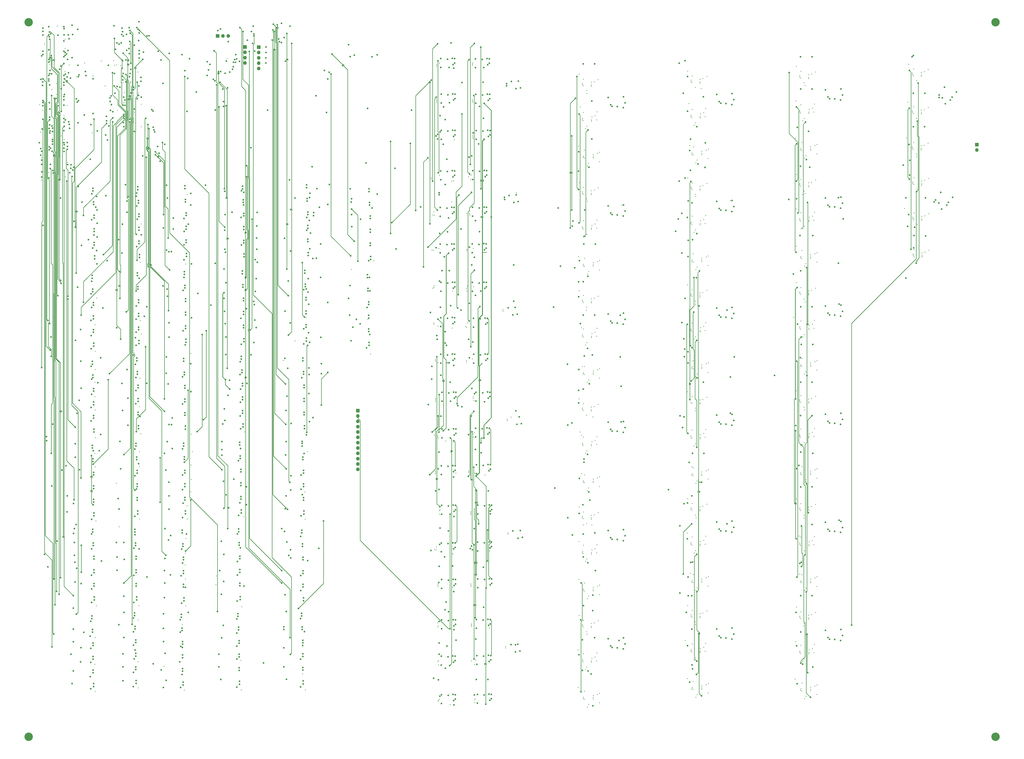
<source format=gbr>
%TF.GenerationSoftware,KiCad,Pcbnew,(6.99.0-3937-g3e53426b6c)*%
%TF.CreationDate,2025-03-11T03:35:31-04:00*%
%TF.ProjectId,AnalogFNN,416e616c-6f67-4464-9e4e-2e6b69636164,rev?*%
%TF.SameCoordinates,Original*%
%TF.FileFunction,Copper,L9,Inr*%
%TF.FilePolarity,Positive*%
%FSLAX46Y46*%
G04 Gerber Fmt 4.6, Leading zero omitted, Abs format (unit mm)*
G04 Created by KiCad (PCBNEW (6.99.0-3937-g3e53426b6c)) date 2025-03-11 03:35:31*
%MOMM*%
%LPD*%
G01*
G04 APERTURE LIST*
%TA.AperFunction,ComponentPad*%
%ADD10O,1.700000X1.700000*%
%TD*%
%TA.AperFunction,ComponentPad*%
%ADD11R,1.700000X1.700000*%
%TD*%
%TA.AperFunction,ViaPad*%
%ADD12C,4.000000*%
%TD*%
%TA.AperFunction,ViaPad*%
%ADD13C,0.800000*%
%TD*%
%TA.AperFunction,ViaPad*%
%ADD14C,0.400000*%
%TD*%
%TA.AperFunction,Conductor*%
%ADD15C,0.250000*%
%TD*%
%TA.AperFunction,Conductor*%
%ADD16C,0.350200*%
%TD*%
%TA.AperFunction,Conductor*%
%ADD17C,0.200000*%
%TD*%
%TA.AperFunction,Conductor*%
%ADD18C,0.450400*%
%TD*%
G04 APERTURE END LIST*
D10*
%TO.N,+3V3*%
%TO.C,J2*%
X125599999Y-36984999D03*
%TO.N,GND*%
X125599999Y-34444999D03*
%TO.N,+5V*%
X125599999Y-31904999D03*
%TO.N,GND*%
X125599999Y-29364999D03*
D11*
%TO.N,-5V*%
X125599999Y-26824999D03*
%TD*%
%TO.N,GND*%
%TO.C,J1*%
X119099999Y-26799999D03*
D10*
%TO.N,/SWCLK*%
X119099999Y-29339999D03*
%TO.N,/SWDIO*%
X119099999Y-31879999D03*
%TO.N,+3V3*%
X119099999Y-34419999D03*
%TD*%
D11*
%TO.N,GND*%
%TO.C,SW1*%
X106074999Y-21499999D03*
D10*
%TO.N,Net-(SW1-B)*%
X108614999Y-21499999D03*
%TO.N,+3V3*%
X111154999Y-21499999D03*
%TD*%
D11*
%TO.N,/L5_OUT1*%
%TO.C,J4*%
X467306099Y-73225199D03*
D10*
%TO.N,/L5_OUT2*%
X467306099Y-75765199D03*
%TD*%
%TO.N,/L1_IN12*%
%TO.C,J3*%
X172724999Y-227724999D03*
%TO.N,/L1_IN11*%
X172724999Y-225184999D03*
%TO.N,/L1_IN10*%
X172724999Y-222644999D03*
%TO.N,/L1_IN9*%
X172724999Y-220104999D03*
%TO.N,/L1_IN8*%
X172724999Y-217564999D03*
%TO.N,/L1_IN7*%
X172724999Y-215024999D03*
%TO.N,/L1_IN6*%
X172724999Y-212484999D03*
%TO.N,/L1_IN5*%
X172724999Y-209944999D03*
%TO.N,/L1_IN4*%
X172724999Y-207404999D03*
%TO.N,/L1_IN3*%
X172724999Y-204864999D03*
%TO.N,/L1_IN2*%
X172724999Y-202324999D03*
D11*
%TO.N,/L1_IN1*%
X172724999Y-199784999D03*
%TD*%
D12*
%TO.N,GND*%
X476200000Y-15000000D03*
X476200000Y-355000000D03*
X16100000Y-355000000D03*
X16100000Y-15000000D03*
D13*
X116000000Y-304100000D03*
D14*
X388198000Y-127306000D03*
X211919276Y-246960041D03*
X58400000Y-56900000D03*
D13*
X177325000Y-136465000D03*
X46650000Y-143200000D03*
X249569000Y-202775000D03*
X178075000Y-95565000D03*
D14*
X387398000Y-315582000D03*
X284756000Y-182550000D03*
D13*
X219028000Y-68600000D03*
D14*
X383574000Y-126506000D03*
D13*
X68050000Y-94650000D03*
X402498000Y-51986700D03*
X46700000Y-224000000D03*
X299156000Y-153450000D03*
X68650000Y-107450000D03*
D14*
X283956000Y-62049700D03*
X226800000Y-302500000D03*
D13*
X350856000Y-150690000D03*
D14*
X210872400Y-159700000D03*
X209700000Y-230000000D03*
D13*
X218828000Y-157700000D03*
X146600000Y-316850000D03*
D14*
X380098700Y-155400000D03*
X279609000Y-147125000D03*
D13*
X68200000Y-195400000D03*
D14*
X279609000Y-250125000D03*
D13*
X219066000Y-318805000D03*
D14*
X434500000Y-53000000D03*
D13*
X68400000Y-208400000D03*
D14*
X210344800Y-35900000D03*
D13*
X68650000Y-167900000D03*
D14*
X210928700Y-283600000D03*
D13*
X90800000Y-154300000D03*
X236466000Y-246900000D03*
X89400000Y-323800000D03*
X89200000Y-258000000D03*
D14*
X225000000Y-158100000D03*
D13*
X146300000Y-216700000D03*
X118500000Y-120000000D03*
X90425000Y-94135000D03*
X68150000Y-142000000D03*
X147200000Y-188900000D03*
D14*
X329756000Y-89120200D03*
X284756000Y-337050000D03*
D13*
X46800000Y-318100000D03*
D14*
X335656000Y-60549700D03*
D13*
X91000000Y-167300000D03*
D14*
X228517572Y-336867939D03*
D13*
X116300000Y-323400000D03*
D14*
X383574000Y-280838000D03*
D13*
X248087000Y-97150000D03*
D14*
X329600000Y-327300000D03*
D13*
X47500000Y-127600000D03*
X402498000Y-309207000D03*
X146900000Y-182500000D03*
X116000000Y-257450000D03*
D14*
X283956000Y-268050000D03*
X383574000Y-75062200D03*
D13*
X89800000Y-277300000D03*
X117125000Y-241885000D03*
D14*
X69700000Y-64700000D03*
D13*
X90500000Y-229450000D03*
D14*
X381400000Y-121594400D03*
D13*
X250040000Y-256900000D03*
X129100000Y-29400000D03*
D14*
X279665000Y-163775000D03*
X387398000Y-161250000D03*
D13*
X219436000Y-193200000D03*
X326900000Y-157900000D03*
X350756000Y-206785000D03*
D14*
X331309000Y-144365000D03*
X284756000Y-131050000D03*
D13*
X178675000Y-121265000D03*
X299156000Y-50450200D03*
X233928000Y-140900000D03*
X218790000Y-87850000D03*
D14*
X211100000Y-338200000D03*
X381498000Y-36062200D03*
D13*
X47200000Y-210000000D03*
X234463000Y-175125000D03*
D14*
X383574000Y-229394000D03*
X383107000Y-108531000D03*
X436694000Y-39319900D03*
X225487127Y-228587127D03*
D13*
X236466000Y-282000000D03*
X147100000Y-249000000D03*
D14*
X209000000Y-140437100D03*
D13*
X148650000Y-100100000D03*
X68200000Y-188900000D03*
X118400000Y-160400000D03*
X46200000Y-298800000D03*
X243526000Y-44200000D03*
X350756000Y-308525000D03*
D14*
X208453116Y-141604858D03*
X278056000Y-194250000D03*
X211215277Y-318778704D03*
D13*
X89400000Y-317400000D03*
X299056000Y-313175000D03*
X219066000Y-228150000D03*
D14*
X383107000Y-211419000D03*
D13*
X67300000Y-276900000D03*
D14*
X440940000Y-58712200D03*
D13*
X234398000Y-157975000D03*
X235528000Y-51400000D03*
D14*
X278056000Y-91250200D03*
D13*
X402498000Y-154875000D03*
X67800000Y-242400000D03*
D14*
X329756000Y-241730000D03*
D13*
X114700000Y-30400000D03*
X117325000Y-248485000D03*
D14*
X335656000Y-314900000D03*
D13*
X116825000Y-222585000D03*
X47200000Y-249900000D03*
D14*
X207700000Y-89700000D03*
D13*
X116600000Y-270250000D03*
D14*
X228300000Y-320600000D03*
X383107000Y-159975000D03*
X277867500Y-126511700D03*
D13*
X47000000Y-203400000D03*
D14*
X280132000Y-233250000D03*
D13*
X68650000Y-113950000D03*
X147200000Y-201800000D03*
D14*
X227446800Y-69046800D03*
D13*
X90800000Y-147800000D03*
X146400000Y-264400000D03*
D14*
X210872400Y-177000000D03*
D13*
X101100000Y-33800000D03*
X402498000Y-206319000D03*
X178675000Y-114865000D03*
X447706000Y-99600200D03*
X299056000Y-261675000D03*
D14*
X210057000Y-266000000D03*
X279665000Y-112275000D03*
X33500000Y-23000000D03*
D13*
X118200000Y-100700000D03*
X350756000Y-155915000D03*
X46900000Y-264000000D03*
D14*
X329756000Y-139990000D03*
X228000000Y-195100000D03*
X335656000Y-213160000D03*
D13*
X68450000Y-154900000D03*
D14*
X387297000Y-299049000D03*
X387297000Y-196161000D03*
X226700000Y-283400000D03*
D13*
X147400000Y-208400000D03*
D14*
X227852500Y-140900500D03*
X331309000Y-246105000D03*
X336456000Y-281530000D03*
X210898424Y-282259796D03*
X224676500Y-123700000D03*
D13*
X46600000Y-257600000D03*
D14*
X383574000Y-332282000D03*
D13*
X233790000Y-122550000D03*
D14*
X208793934Y-158083426D03*
D13*
X117125000Y-228985000D03*
X89900000Y-176300000D03*
X46950000Y-162500000D03*
D14*
X22300000Y-79300000D03*
X329756000Y-190860000D03*
X278000000Y-262100000D03*
D13*
X219371000Y-210675000D03*
X177925000Y-149265000D03*
X219131000Y-337105000D03*
D14*
X21900000Y-67300000D03*
D13*
X67300000Y-270400000D03*
X177925000Y-155765000D03*
D14*
X277600000Y-331600000D03*
D13*
X148100000Y-147200000D03*
D14*
X279609000Y-44124900D03*
D13*
X435295400Y-87700000D03*
X66700000Y-257600000D03*
D14*
X31666900Y-69100000D03*
D13*
X146600000Y-176100000D03*
X178875000Y-127865000D03*
D14*
X331832000Y-331600000D03*
D13*
X328137248Y-174175044D03*
D14*
X388198000Y-230194000D03*
D13*
X177625000Y-142865000D03*
X226900548Y-264279565D03*
D14*
X331832000Y-280730000D03*
X380941078Y-70158922D03*
X68599678Y-33493545D03*
D13*
X249126000Y-43000000D03*
D14*
X383107000Y-57087000D03*
X26100000Y-35100000D03*
X279609000Y-301625000D03*
D13*
X235731000Y-301305000D03*
D14*
X436859000Y-91074900D03*
X381274500Y-103900000D03*
D13*
X227251500Y-266000000D03*
X67200000Y-216700000D03*
X47400000Y-289900000D03*
X47300000Y-108100000D03*
X47300000Y-121000000D03*
X90500000Y-202000000D03*
D14*
X27100000Y-47000000D03*
X227417572Y-34412636D03*
X227800000Y-212400000D03*
X226500000Y-89800000D03*
D13*
X116600000Y-283150000D03*
X67300000Y-283300000D03*
X210728000Y-70500000D03*
D14*
X336456000Y-128920000D03*
D13*
X67000000Y-264000000D03*
D14*
X441155000Y-109267000D03*
D13*
X47000000Y-243300000D03*
X218590000Y-122650000D03*
D14*
X209764477Y-228664477D03*
D13*
X116500000Y-330000000D03*
X402598000Y-201094000D03*
D14*
X284756000Y-285550000D03*
D13*
X116600000Y-276750000D03*
X46700000Y-95300000D03*
D14*
X61700000Y-48500000D03*
X434900000Y-35000000D03*
D13*
X117925000Y-194595000D03*
D14*
X335555000Y-196627000D03*
D13*
X146900000Y-236000000D03*
X47000000Y-101700000D03*
X90200000Y-223050000D03*
D14*
X330700000Y-73700000D03*
D13*
X218933000Y-140875000D03*
X146600000Y-323250000D03*
X299156000Y-204950000D03*
X47000000Y-190500000D03*
X148100000Y-160100000D03*
D14*
X210196900Y-264695500D03*
X278056000Y-142750000D03*
D13*
X68200000Y-201800000D03*
X146700000Y-270800000D03*
D14*
X211200000Y-320800000D03*
D13*
X437242074Y-122385286D03*
X116300000Y-263850000D03*
D14*
X387398000Y-264138000D03*
D13*
X90500000Y-242350000D03*
X247626000Y-150700000D03*
X118400000Y-147500000D03*
D14*
X228876500Y-318505800D03*
X210300000Y-53000000D03*
D13*
X218590000Y-105250000D03*
X350856000Y-201560000D03*
X218828000Y-34400000D03*
D14*
X336456000Y-78050200D03*
D13*
X46500000Y-305200000D03*
X67100000Y-310150000D03*
D14*
X227300000Y-35600000D03*
D13*
X350856000Y-48950200D03*
X67100000Y-323050000D03*
X46400000Y-217600000D03*
D14*
X209200000Y-211500000D03*
D13*
X457606000Y-48200200D03*
X402498000Y-103431000D03*
D14*
X280132000Y-78750200D03*
X436594000Y-74319900D03*
X279609000Y-95624900D03*
D13*
X299056000Y-210175000D03*
X47200000Y-270400000D03*
D14*
X432847840Y-103658746D03*
D13*
X116300000Y-317000000D03*
X299056000Y-107175000D03*
X248881000Y-311005000D03*
D14*
X383051000Y-40436900D03*
X335555000Y-298367000D03*
D13*
X90700000Y-248950000D03*
D14*
X283855000Y-148517000D03*
X211000000Y-212900000D03*
X436694000Y-57319900D03*
X387398000Y-212694000D03*
D13*
X235328000Y-34500000D03*
D14*
X331365000Y-110145000D03*
D13*
X91025000Y-119835000D03*
X68350000Y-101050000D03*
X147500000Y-134400000D03*
D14*
X331365000Y-161015000D03*
D13*
X148950000Y-106500000D03*
D14*
X280132000Y-284750000D03*
X436909000Y-107875000D03*
D13*
X177925000Y-162165000D03*
D14*
X279665000Y-266775000D03*
D13*
X47200000Y-276900000D03*
D14*
X383051000Y-143325000D03*
D13*
X235571000Y-193175000D03*
D14*
X383574000Y-177950000D03*
D13*
X90200000Y-182700000D03*
X149150000Y-126000000D03*
D14*
X383107000Y-314307000D03*
X227300000Y-175150500D03*
D13*
X299156000Y-256450000D03*
D14*
X211700000Y-249100000D03*
X35400000Y-35300000D03*
X279169100Y-160400000D03*
D13*
X235663000Y-68625000D03*
D14*
X226853500Y-301300000D03*
X226398897Y-282195671D03*
D13*
X146700000Y-277300000D03*
X46800000Y-324500000D03*
X219266000Y-247000000D03*
D14*
X278056000Y-297250000D03*
D13*
X46350000Y-136800000D03*
D14*
X387297000Y-41829200D03*
X380900000Y-327600000D03*
X331309000Y-42624900D03*
D13*
X68450000Y-161300000D03*
X146600000Y-310350000D03*
X118500000Y-107100000D03*
D14*
X335656000Y-111420000D03*
D13*
X118700000Y-126600000D03*
X109600000Y-39300000D03*
D14*
X283855000Y-251517000D03*
D13*
X117125000Y-235485000D03*
X146900000Y-242400000D03*
X148300000Y-166700000D03*
X350856000Y-303300000D03*
X236366000Y-264500000D03*
X47150000Y-169100000D03*
D14*
X279665000Y-60775000D03*
X228491330Y-229598032D03*
D13*
X146600000Y-223100000D03*
D14*
X226000000Y-106800000D03*
D13*
X68650000Y-120350000D03*
D14*
X284756000Y-79550200D03*
X29300000Y-44300000D03*
D13*
X66800000Y-303750000D03*
D14*
X331365000Y-59275000D03*
X226700000Y-87750500D03*
X244266000Y-258000000D03*
D13*
X402498000Y-257763000D03*
X116525000Y-216185000D03*
X235871000Y-227675000D03*
D14*
X330300000Y-53700000D03*
D13*
X67300000Y-329650000D03*
D14*
X437009000Y-125275000D03*
D13*
X350856000Y-252430000D03*
D14*
X227714500Y-122575500D03*
D13*
X146900000Y-229500000D03*
X178675000Y-108365000D03*
X178125000Y-168765000D03*
X148950000Y-113000000D03*
D14*
X209782422Y-195393922D03*
X209700000Y-175600000D03*
X280132000Y-181750000D03*
D13*
X402598000Y-149650000D03*
X118100000Y-141100000D03*
X148350000Y-93700000D03*
X67500000Y-289900000D03*
X47200000Y-283300000D03*
X147200000Y-195400000D03*
X146800000Y-329850000D03*
D14*
X22200000Y-90200000D03*
D13*
X90200000Y-135000000D03*
X89400000Y-310900000D03*
X117800000Y-134700000D03*
X68850000Y-126950000D03*
X90500000Y-195600000D03*
X67600000Y-176100000D03*
D14*
X46700000Y-40600000D03*
X69700000Y-54000000D03*
D13*
X67900000Y-182500000D03*
D14*
X335555000Y-44017200D03*
X383051000Y-246213000D03*
X328600000Y-309200000D03*
D13*
X66500000Y-297350000D03*
X402598000Y-46762200D03*
X106100000Y-19000000D03*
D14*
X382700000Y-259500000D03*
X387398000Y-58361700D03*
X210075066Y-51685574D03*
X329756000Y-292600000D03*
D13*
X116300000Y-310500000D03*
D14*
X243839000Y-203921000D03*
D13*
X218828000Y-175100000D03*
X146900000Y-290300000D03*
X219231000Y-301505000D03*
D14*
X283956000Y-165050000D03*
X277600000Y-313700000D03*
X34500000Y-54700000D03*
X211379500Y-122650500D03*
D13*
X47000000Y-197000000D03*
D14*
X381498000Y-293282000D03*
X280132000Y-130250000D03*
D13*
X117625000Y-181695000D03*
D14*
X331832000Y-128120000D03*
X335555000Y-247497000D03*
X227592400Y-70400000D03*
D13*
X146100000Y-258000000D03*
D14*
X209180803Y-106933075D03*
X336456000Y-332400000D03*
D13*
X146700000Y-283700000D03*
D14*
X211600000Y-337130800D03*
D13*
X90700000Y-208600000D03*
X90725000Y-100535000D03*
D14*
X57000000Y-35500000D03*
D13*
X327240400Y-207900000D03*
X350756000Y-257655000D03*
X118500000Y-113600000D03*
D14*
X278056000Y-245750000D03*
X381498000Y-87506200D03*
X283855000Y-97017200D03*
D13*
X89800000Y-270800000D03*
D14*
X224676500Y-142900000D03*
X331832000Y-178990000D03*
X383051000Y-297657000D03*
X224500000Y-176700000D03*
D13*
X67500000Y-223100000D03*
X235371000Y-210275000D03*
D14*
X211554600Y-87850500D03*
D13*
X146000000Y-297550000D03*
D14*
X329756000Y-38250200D03*
D13*
X46950000Y-149600000D03*
D14*
X241825000Y-151825000D03*
D13*
X67100000Y-316650000D03*
D14*
X284756000Y-234050000D03*
X227196800Y-51796800D03*
X335656000Y-264030000D03*
X331000000Y-277200000D03*
D13*
X402598000Y-252538000D03*
X90800000Y-160700000D03*
X382668500Y-225900000D03*
D14*
X335555000Y-94887200D03*
X331309000Y-93494900D03*
X383107000Y-262863000D03*
D13*
X178375000Y-101965000D03*
D14*
X331762178Y-226562178D03*
D13*
X455806000Y-98300200D03*
X47000000Y-331100000D03*
D14*
X336456000Y-230660000D03*
X387297000Y-93273200D03*
D13*
X350756000Y-54174700D03*
D14*
X383051000Y-91880900D03*
D13*
X89500000Y-264400000D03*
D14*
X228246500Y-210275500D03*
D13*
X118125000Y-207595000D03*
D14*
X228400000Y-338800000D03*
D13*
X68450000Y-148400000D03*
D14*
X388198000Y-281638000D03*
D13*
X148950000Y-119400000D03*
X129000000Y-34400000D03*
D14*
X433901300Y-70100000D03*
D13*
X91025000Y-106935000D03*
D14*
X208900000Y-105254900D03*
D13*
X402598000Y-98206200D03*
X236001000Y-318480000D03*
X68000000Y-249000000D03*
X117900000Y-94300000D03*
D14*
X210800000Y-302800000D03*
D13*
X46400000Y-177700000D03*
X117925000Y-200995000D03*
X383320800Y-174600000D03*
D14*
X383051000Y-194769000D03*
D13*
X90500000Y-189100000D03*
D14*
X388198000Y-333082000D03*
X388198000Y-75862200D03*
X387297000Y-144717000D03*
D13*
X326917692Y-105913388D03*
X47300000Y-114600000D03*
X117925000Y-188095000D03*
X89600000Y-330400000D03*
X146300000Y-303950000D03*
D14*
X46400000Y-67700000D03*
D13*
X90500000Y-141400000D03*
D14*
X227500000Y-53100000D03*
X209788500Y-194000000D03*
X278056000Y-39750200D03*
X331365000Y-262755000D03*
X381498000Y-241838000D03*
X331365000Y-211885000D03*
X279700000Y-178800000D03*
X283855000Y-45517200D03*
X331309000Y-296975000D03*
D13*
X147800000Y-140800000D03*
X219266000Y-282300000D03*
X275103010Y-109582555D03*
D14*
X335555000Y-145757000D03*
D13*
X381161100Y-206900000D03*
X47000000Y-230400000D03*
D14*
X336456000Y-179790000D03*
D13*
X47000000Y-236900000D03*
D14*
X329500000Y-258200000D03*
D13*
X67800000Y-229500000D03*
X210728000Y-68300000D03*
X91025000Y-113435000D03*
X326904592Y-124825820D03*
D14*
X280132000Y-336250000D03*
X381498000Y-138950000D03*
D13*
X350856000Y-99820200D03*
D14*
X381200000Y-52400000D03*
X210806444Y-300790794D03*
X441255000Y-126667000D03*
D13*
X299156000Y-307950000D03*
X89900000Y-216650000D03*
D14*
X440940000Y-40712200D03*
X279665000Y-215275000D03*
D13*
X116800000Y-289750000D03*
X90000000Y-290300000D03*
D14*
X283855000Y-303017000D03*
D13*
X236296000Y-336930000D03*
D14*
X283855000Y-200017000D03*
D13*
X219028000Y-51300000D03*
D14*
X283956000Y-319550000D03*
X22800000Y-56800000D03*
D13*
X91225000Y-126435000D03*
X118400000Y-154000000D03*
D14*
X283956000Y-216550000D03*
X278600000Y-55300000D03*
D13*
X115700000Y-297700000D03*
X46800000Y-311600000D03*
D14*
X388198000Y-178750000D03*
X224600000Y-106000000D03*
X278000000Y-280100000D03*
D13*
X46950000Y-156100000D03*
X299156000Y-101950000D03*
X88800000Y-298100000D03*
D14*
X331832000Y-77250200D03*
X226500000Y-249200000D03*
X227700000Y-193200000D03*
X243131000Y-312105000D03*
X211600000Y-34500000D03*
X331832000Y-229860000D03*
D13*
X233990000Y-105150000D03*
D14*
X441105000Y-92467200D03*
X279295200Y-229800000D03*
X23700000Y-25300000D03*
D13*
X219066000Y-264900000D03*
X89800000Y-283700000D03*
D14*
X383000000Y-277600000D03*
X279665000Y-318275000D03*
D13*
X148100000Y-153700000D03*
X67850000Y-135600000D03*
D14*
X440840000Y-75712200D03*
D13*
X90500000Y-235950000D03*
X299056000Y-55674700D03*
X118600000Y-167000000D03*
D14*
X331365000Y-313625000D03*
D13*
X117325000Y-175295000D03*
X299056000Y-158675000D03*
X449406000Y-49600200D03*
X46700000Y-184100000D03*
X402598000Y-303982000D03*
D14*
X381100000Y-309700000D03*
D13*
X350756000Y-105045000D03*
D14*
X208715000Y-123600000D03*
X224573700Y-160200000D03*
X335656000Y-162290000D03*
D13*
X59100000Y-25400000D03*
X89100000Y-304500000D03*
X453772000Y-100655000D03*
X455507000Y-50600200D03*
X234090000Y-87750000D03*
D14*
X38800000Y-41000000D03*
D13*
X242491000Y-98347500D03*
D14*
X277856000Y-74050200D03*
X283956000Y-113550000D03*
X279609000Y-198625000D03*
X381498000Y-190394000D03*
D13*
X67800000Y-236000000D03*
D14*
X226500000Y-247900000D03*
X387398000Y-109806000D03*
X279295200Y-211600000D03*
D13*
%TO.N,+3V3*%
X116500000Y-33600000D03*
X111100000Y-24200000D03*
%TO.N,Net-(U27B-+)*%
X291856000Y-50850200D03*
X293756000Y-55050200D03*
%TO.N,Net-(C20-Pad2)*%
X299956000Y-53350200D03*
X296245000Y-55150200D03*
%TO.N,Net-(U44B-+)*%
X291856000Y-256850000D03*
X293756000Y-261050000D03*
%TO.N,Net-(U31B-+)*%
X293756000Y-106550000D03*
X291856000Y-102350000D03*
%TO.N,Net-(C23-Pad2)*%
X296245000Y-106650000D03*
X299956000Y-104850000D03*
%TO.N,Net-(U36B-+)*%
X291856000Y-153850000D03*
X293756000Y-158050000D03*
%TO.N,Net-(C26-Pad2)*%
X299956000Y-156350000D03*
X296245000Y-158150000D03*
%TO.N,Net-(U63B-+)*%
X345456000Y-206160000D03*
X343556000Y-201960000D03*
%TO.N,Net-(U40B-+)*%
X293756000Y-209550000D03*
X291856000Y-205350000D03*
%TO.N,Net-(C29-Pad2)*%
X299956000Y-207850000D03*
X296245000Y-209650000D03*
%TO.N,Net-(C32-Pad2)*%
X296245000Y-261150000D03*
X299956000Y-259350000D03*
%TO.N,Net-(U48B-+)*%
X293756000Y-312550000D03*
X291856000Y-308350000D03*
%TO.N,Net-(C35-Pad2)*%
X296245000Y-312650000D03*
X299956000Y-310850000D03*
%TO.N,Net-(U51B-+)*%
X345456000Y-53550200D03*
X343556000Y-49350200D03*
%TO.N,Net-(C38-Pad2)*%
X347945000Y-53650200D03*
X351656000Y-51850200D03*
%TO.N,Net-(U55B-+)*%
X343556000Y-100220000D03*
X345456000Y-104420000D03*
%TO.N,Net-(C41-Pad2)*%
X347945000Y-104520000D03*
X351656000Y-102720000D03*
%TO.N,Net-(U59B-+)*%
X343556000Y-151090000D03*
X345456000Y-155290000D03*
%TO.N,Net-(C44-Pad2)*%
X351656000Y-153590000D03*
X347945000Y-155390000D03*
%TO.N,Net-(C47-Pad2)*%
X351656000Y-204460000D03*
X347945000Y-206260000D03*
%TO.N,Net-(U67B-+)*%
X343556000Y-252830000D03*
X345456000Y-257030000D03*
%TO.N,Net-(C50-Pad2)*%
X351656000Y-255330000D03*
X347945000Y-257130000D03*
%TO.N,Net-(U71B-+)*%
X343556000Y-303700000D03*
X345456000Y-307900000D03*
%TO.N,Net-(C53-Pad2)*%
X347945000Y-308000000D03*
X351656000Y-306200000D03*
%TO.N,Net-(U75B-+)*%
X395298000Y-47162200D03*
X397198000Y-51362200D03*
%TO.N,Net-(C56-Pad2)*%
X403398000Y-49662200D03*
X399687000Y-51462200D03*
%TO.N,Net-(U79B-+)*%
X395298000Y-98606200D03*
X397198000Y-102806000D03*
%TO.N,Net-(C59-Pad2)*%
X399687000Y-102906000D03*
X403398000Y-101106000D03*
%TO.N,Net-(U83B-+)*%
X395298000Y-150050000D03*
X397198000Y-154250000D03*
%TO.N,Net-(C62-Pad2)*%
X399687000Y-154350000D03*
X403398000Y-152550000D03*
%TO.N,Net-(U87B-+)*%
X397198000Y-205694000D03*
X395298000Y-201494000D03*
%TO.N,Net-(C65-Pad2)*%
X399687000Y-205794000D03*
X403398000Y-203994000D03*
%TO.N,Net-(U91B-+)*%
X397198000Y-257138000D03*
X395298000Y-252938000D03*
%TO.N,Net-(C68-Pad2)*%
X403398000Y-255438000D03*
X399687000Y-257238000D03*
%TO.N,Net-(U95B-+)*%
X395298000Y-304382000D03*
X397198000Y-308582000D03*
%TO.N,Net-(C71-Pad2)*%
X403398000Y-306882000D03*
X399687000Y-308682000D03*
%TO.N,Net-(C3002-Pad2)*%
X249087000Y-100350000D03*
X246987000Y-100750000D03*
%TO.N,Net-(U13001B-+)*%
X451906000Y-45900200D03*
X450906000Y-51000200D03*
%TO.N,Net-(U13001C--)*%
X452306000Y-53800200D03*
X454706000Y-52000200D03*
%TO.N,Net-(U17001B-+)*%
X449171000Y-101055000D03*
X450171000Y-95955200D03*
%TO.N,Net-(U17001C--)*%
X450571000Y-103855000D03*
X452971000Y-102055000D03*
%TO.N,Net-(C23002-Pad2)*%
X248026000Y-46600000D03*
X250126000Y-46200000D03*
%TO.N,Net-(C33002-Pad2)*%
X246526000Y-154300000D03*
X248626000Y-153900000D03*
%TO.N,Net-(C131002-Pad2)*%
X248469000Y-206375000D03*
X250569000Y-205975000D03*
%TO.N,Net-(C139002-Pad2)*%
X248940000Y-260500000D03*
X251040000Y-260100000D03*
%TO.N,Net-(C148002-Pad2)*%
X249881000Y-314205000D03*
X247781000Y-314605000D03*
%TO.N,Net-(Q2001A-S1)*%
X211990000Y-103150000D03*
X211990000Y-107350000D03*
D14*
%TO.N,/InNeuron_2/OUT*%
X248100000Y-96200000D03*
X284600000Y-202800000D03*
X281800000Y-306200000D03*
X280000000Y-254200000D03*
X281800000Y-48900000D03*
X281900000Y-100200000D03*
X284100000Y-254222300D03*
X281600000Y-152000000D03*
D13*
%TO.N,/InNeuron_1/OUT*%
X278103700Y-248747400D03*
X277792400Y-196203100D03*
X278832500Y-299409900D03*
X276983900Y-40798000D03*
X277835500Y-145602200D03*
X277835500Y-94580500D03*
%TO.N,/InNeuron_3/OUT*%
X278203300Y-232069900D03*
X279058500Y-281744100D03*
X278181200Y-128454700D03*
X246956900Y-130447300D03*
X246956900Y-147775000D03*
X278936100Y-333620000D03*
X277870600Y-76647100D03*
X277885500Y-180262300D03*
%TO.N,/Neuron6_1/OUT*%
X331279500Y-90789700D03*
X329641800Y-243737500D03*
X330768200Y-194608700D03*
X329026200Y-295833100D03*
X329608800Y-40780300D03*
D14*
%TO.N,/Neuron6_10/IN2*%
X333700000Y-250800000D03*
X333500000Y-301600000D03*
X333551072Y-97951072D03*
X336200000Y-46600000D03*
X298358240Y-102002762D03*
X333500000Y-199900000D03*
X333500000Y-149200000D03*
D13*
%TO.N,/Neuron6_10/IN3*%
X329900500Y-177100600D03*
X330636100Y-76064700D03*
X297635200Y-154478300D03*
X329888600Y-126462100D03*
X297635200Y-174284500D03*
X330405300Y-224457300D03*
X330636100Y-328986000D03*
X329898100Y-278988300D03*
%TO.N,/Neuron6_10/IN4*%
X336347500Y-233822500D03*
X334058300Y-184238700D03*
X298053400Y-188232700D03*
X336347500Y-335562500D03*
X334625600Y-82483600D03*
X298053400Y-205198400D03*
X335361500Y-133348200D03*
X334058300Y-285978700D03*
%TO.N,/Neuron6_10/IN5*%
X329825800Y-210622400D03*
X329673100Y-57288300D03*
X329591800Y-158772700D03*
X329558800Y-107907500D03*
X329558800Y-260765200D03*
X329689100Y-311643600D03*
%TO.N,/Neuron6_10/IN6*%
X334036100Y-217292600D03*
X334036100Y-319052000D03*
X334036100Y-166416000D03*
X297062800Y-309242400D03*
X334073000Y-64694600D03*
X334036100Y-268181400D03*
X334036100Y-115579200D03*
%TO.N,/Neuron6_13/IN1*%
X381805600Y-141241400D03*
X377993400Y-38962200D03*
X380843900Y-244025500D03*
X381061900Y-194210500D03*
X381403200Y-90595300D03*
X381281400Y-295833100D03*
D14*
%TO.N,/Neuron6_13/IN2*%
X350060914Y-99904126D03*
X385600000Y-148100000D03*
X385005200Y-302300000D03*
X385100000Y-250900000D03*
X385600000Y-45100000D03*
X385300000Y-199500000D03*
X385500000Y-96475500D03*
D13*
%TO.N,/Neuron6_13/IN3*%
X381621500Y-279042300D03*
X351894000Y-174284500D03*
X381627800Y-176277100D03*
X348448600Y-151955400D03*
X381314000Y-124469500D03*
X381550300Y-72806300D03*
X381811000Y-329814900D03*
X381663700Y-227416500D03*
%TO.N,/Neuron6_10/OUT*%
X350074000Y-201023400D03*
X386219500Y-234613900D03*
X386155600Y-286113100D03*
X386283400Y-131762700D03*
X386192700Y-80323200D03*
X350074000Y-183822400D03*
X388141900Y-336231700D03*
X386431200Y-183184900D03*
%TO.N,/Neuron6_11/OUT*%
X381403600Y-260819200D03*
X382178300Y-105763200D03*
X381987700Y-158656000D03*
X348448600Y-253712700D03*
X381572900Y-311773900D03*
X381425100Y-55312300D03*
X381061900Y-209399800D03*
D14*
%TO.N,/Neuron6_12/OUT*%
X383788000Y-113295800D03*
D13*
X383789100Y-216140900D03*
X383580200Y-319981400D03*
X383763500Y-164778400D03*
X385778300Y-62525100D03*
X385550100Y-268373000D03*
%TO.N,/Neuron6_13/OUT*%
X436022900Y-123031900D03*
X435186100Y-37962600D03*
%TO.N,/Neuron6_14/OUT*%
X439368400Y-43934600D03*
X401448700Y-98462800D03*
X438419800Y-129667900D03*
X401448700Y-129667900D03*
%TO.N,/Neuron6_15/OUT*%
X401816000Y-149119900D03*
X403740700Y-108528700D03*
X435094900Y-73170500D03*
X434850800Y-106536100D03*
%TO.N,/Neuron6_16/OUT*%
X437700700Y-112535000D03*
D14*
X438700000Y-79100000D03*
D13*
X434400000Y-112100000D03*
%TO.N,/Neuron6_17/OUT*%
X435144900Y-55910200D03*
X435227400Y-89635800D03*
X401816000Y-252018700D03*
%TO.N,/Neuron6_18/OUT*%
X438944400Y-62084000D03*
X407728900Y-301810900D03*
X438634100Y-95580100D03*
%TO.N,/InNeuron_4/OUT*%
X282250500Y-135939200D03*
X284574200Y-287595700D03*
X282656500Y-238475400D03*
X282733500Y-84018900D03*
X282889500Y-187003100D03*
X247943600Y-199889000D03*
X284574200Y-340247100D03*
%TO.N,/InNeuron_5/OUT*%
X277974600Y-58713700D03*
D14*
X278549500Y-209947500D03*
D13*
X277997800Y-110521300D03*
X278644600Y-158435100D03*
X274831300Y-259036200D03*
X278000400Y-315974000D03*
%TO.N,/InNeuron_6/OUT*%
X282336100Y-66193900D03*
X247817400Y-311266300D03*
X282053500Y-220667800D03*
X282249400Y-272177000D03*
X282100600Y-170176200D03*
X282336100Y-323679800D03*
X280352600Y-116971000D03*
D14*
%TO.N,-5V*%
X387306000Y-41229800D03*
X335564000Y-43417800D03*
X387306000Y-195562000D03*
D13*
X233353000Y-88475700D03*
D14*
X440949000Y-58112800D03*
D13*
X235134000Y-228401000D03*
D14*
X284762000Y-284905000D03*
X335564000Y-94287800D03*
X335564000Y-145158000D03*
X283864000Y-147918000D03*
X284762000Y-78904600D03*
D13*
X218091000Y-35125700D03*
X233253000Y-105876000D03*
X218329000Y-319531000D03*
D14*
X387398000Y-212094000D03*
D13*
X235559000Y-337656000D03*
X218634000Y-211401000D03*
X234591000Y-35225700D03*
X218494000Y-302231000D03*
D14*
X441114000Y-91867800D03*
X283956000Y-164450000D03*
D13*
X235729000Y-282726000D03*
D14*
X388204000Y-280993000D03*
X336462000Y-179145000D03*
X388204000Y-332437000D03*
X387306000Y-298450000D03*
X336462000Y-77404600D03*
X388204000Y-178105000D03*
X441264000Y-126068000D03*
D13*
X234834000Y-193901000D03*
X233726000Y-175851000D03*
D14*
X335656000Y-263430000D03*
X283956000Y-267450000D03*
D13*
X234994000Y-302031000D03*
D14*
X387398000Y-314982000D03*
X283956000Y-112950000D03*
D13*
X234791000Y-52125700D03*
D14*
X441164000Y-108668000D03*
X283864000Y-250918000D03*
X387306000Y-144118000D03*
X336462000Y-331755000D03*
D13*
X129100000Y-26800000D03*
X218394000Y-337831000D03*
D14*
X283956000Y-215950000D03*
X284762000Y-181905000D03*
D13*
X218091000Y-158426000D03*
X218053000Y-88575700D03*
D14*
X335656000Y-314300000D03*
X387398000Y-57762200D03*
X387398000Y-263538000D03*
D13*
X218699000Y-193926000D03*
D14*
X388204000Y-126661000D03*
D13*
X233191000Y-141626000D03*
D14*
X336462000Y-280885000D03*
D13*
X218291000Y-52025700D03*
X218329000Y-265626000D03*
D14*
X284762000Y-130405000D03*
X283864000Y-302418000D03*
X284762000Y-233405000D03*
X283956000Y-318950000D03*
D13*
X218291000Y-69325700D03*
X217853000Y-123376000D03*
X234926000Y-69350700D03*
X233661000Y-158701000D03*
D14*
X335656000Y-59950200D03*
X335656000Y-161690000D03*
D13*
X217853000Y-105976000D03*
D14*
X336462000Y-230015000D03*
D13*
X218529000Y-247726000D03*
D14*
X284762000Y-336405000D03*
X440849000Y-75112800D03*
X335564000Y-297768000D03*
X283864000Y-44917800D03*
X335564000Y-196028000D03*
X387398000Y-160650000D03*
X387306000Y-247006000D03*
X440949000Y-40112800D03*
X387398000Y-109206000D03*
D13*
X235264000Y-319206000D03*
X218196000Y-141601000D03*
X218091000Y-175826000D03*
D14*
X283864000Y-199418000D03*
D13*
X218329000Y-228876000D03*
X235629000Y-265226000D03*
X235729000Y-247626000D03*
D14*
X283864000Y-96417800D03*
X388204000Y-229549000D03*
X283956000Y-61450200D03*
X335656000Y-110820000D03*
X335656000Y-212560000D03*
X388204000Y-75216600D03*
X387306000Y-92673800D03*
D13*
X218529000Y-283026000D03*
D14*
X336462000Y-128275000D03*
D13*
X233053000Y-123276000D03*
X234634000Y-211001000D03*
D14*
X335564000Y-246898000D03*
D13*
%TO.N,+5V*%
X90700000Y-247550000D03*
X117900000Y-93000000D03*
D14*
X211000000Y-302100000D03*
X331296000Y-314221000D03*
D13*
X67300000Y-328250000D03*
X147100000Y-247600000D03*
X146600000Y-221900000D03*
X149100000Y-137000000D03*
X396490000Y-50553400D03*
X118125000Y-206195000D03*
X150000000Y-96400000D03*
X46950000Y-148400000D03*
D14*
X279596000Y-61370600D03*
X147800000Y-332756800D03*
X147700000Y-251500000D03*
D13*
X46500000Y-304000000D03*
D14*
X33100000Y-70806000D03*
X224100000Y-159800000D03*
X208500000Y-106656700D03*
X69221300Y-157016600D03*
D13*
X118200000Y-99500000D03*
D14*
X48000000Y-212668400D03*
D13*
X47300000Y-106900000D03*
X46350000Y-135500000D03*
D14*
X178882778Y-172882778D03*
D13*
X124800000Y-105500000D03*
X117325000Y-173995000D03*
X90500000Y-187900000D03*
D14*
X383039000Y-109127000D03*
D13*
X344747000Y-154481000D03*
X116300000Y-315700000D03*
X147500000Y-133100000D03*
X47000000Y-100500000D03*
X48500000Y-123600000D03*
D14*
X436708000Y-57931100D03*
D13*
X177625000Y-141665000D03*
X177925000Y-160965000D03*
D14*
X383039000Y-314903000D03*
D13*
X226300000Y-265400000D03*
X177925000Y-148065000D03*
X117125000Y-234185000D03*
D14*
X241827000Y-152495000D03*
D13*
X146300000Y-302750000D03*
X147800000Y-139600000D03*
X146900000Y-241200000D03*
X90800000Y-153000000D03*
D14*
X331703000Y-77879100D03*
D13*
X116300000Y-262650000D03*
D14*
X209788500Y-194700000D03*
X208100000Y-123300000D03*
D13*
X48600000Y-130000000D03*
X89400000Y-322600000D03*
D14*
X209000000Y-158646400D03*
D13*
X178125000Y-167365000D03*
D14*
X211658800Y-247500000D03*
X93316468Y-225744928D03*
D13*
X148100000Y-152400000D03*
X89600000Y-329000000D03*
D14*
X331296000Y-110741000D03*
D13*
X67200000Y-215400000D03*
D14*
X383445000Y-75691100D03*
X209700000Y-229400000D03*
D13*
X90500000Y-194300000D03*
D14*
X91600000Y-96923700D03*
D13*
X90500000Y-241150000D03*
D14*
X437023000Y-125886000D03*
D13*
X67850000Y-134300000D03*
X46650000Y-142000000D03*
D14*
X68500000Y-292722700D03*
D13*
X118700000Y-125200000D03*
D14*
X228400000Y-337500000D03*
X331296000Y-212481000D03*
D13*
X117325000Y-247085000D03*
D14*
X47800000Y-226700000D03*
D13*
X147400000Y-207000000D03*
X293047000Y-260241000D03*
X47300000Y-119800000D03*
X90500000Y-228250000D03*
D14*
X383065000Y-41048100D03*
D13*
X396490000Y-256329000D03*
D14*
X94047546Y-219417261D03*
D13*
X68600000Y-14743400D03*
X89800000Y-269600000D03*
X90200000Y-133700000D03*
X117800000Y-133400000D03*
X68450000Y-153600000D03*
X118500000Y-105900000D03*
X47000000Y-195700000D03*
D14*
X279623000Y-250736000D03*
X148100000Y-155510900D03*
D13*
X89500000Y-263200000D03*
X68000000Y-247600000D03*
D14*
X383065000Y-298268000D03*
D13*
X124400000Y-137000000D03*
X344747000Y-256221000D03*
D14*
X279596000Y-112871000D03*
D13*
X146400000Y-263200000D03*
X123700000Y-156700000D03*
X66800000Y-302550000D03*
D14*
X89300000Y-301539300D03*
D13*
X116800000Y-288350000D03*
X242600000Y-99341000D03*
D14*
X90900000Y-292700000D03*
D13*
X146900000Y-181300000D03*
X147200000Y-200600000D03*
D14*
X436873000Y-91686100D03*
X177462256Y-156456460D03*
X91531700Y-251352900D03*
X48508278Y-146208278D03*
D13*
X148950000Y-105300000D03*
X67600000Y-174800000D03*
D14*
X64200000Y-25600000D03*
X47800000Y-180300000D03*
D13*
X209928000Y-69100000D03*
D14*
X33500000Y-27400000D03*
X227300000Y-52400000D03*
D13*
X124700000Y-111900000D03*
D14*
X47800000Y-333500000D03*
D13*
X89900000Y-175000000D03*
D14*
X279623000Y-44736100D03*
D13*
X66700000Y-256300000D03*
D14*
X68300000Y-331707800D03*
X279623000Y-96236100D03*
X147641872Y-238641872D03*
D13*
X149800000Y-167300000D03*
D14*
X47800000Y-307900000D03*
X331703000Y-281359000D03*
X226500000Y-248600000D03*
D13*
X89100000Y-303300000D03*
X89400000Y-309700000D03*
X91025000Y-105735000D03*
D14*
X226800000Y-301900000D03*
X331296000Y-59870600D03*
X93433600Y-211000000D03*
D13*
X48700000Y-117200000D03*
D14*
X209374688Y-265839364D03*
D13*
X68650000Y-106250000D03*
X68150000Y-140800000D03*
D14*
X210865822Y-319265822D03*
D13*
X148650000Y-98900000D03*
X48500000Y-97900000D03*
X344747000Y-103611000D03*
D14*
X148857664Y-219377564D03*
D13*
X118400000Y-146300000D03*
X446976000Y-100510000D03*
D14*
X210246800Y-52346800D03*
D13*
X178875000Y-126465000D03*
X293047000Y-54241400D03*
X146300000Y-215400000D03*
X149600000Y-182606400D03*
D14*
X331703000Y-179619000D03*
D13*
X46400000Y-216300000D03*
X46800000Y-310400000D03*
X118400000Y-159200000D03*
D14*
X279596000Y-164371000D03*
D13*
X178675000Y-113565000D03*
X46900000Y-262800000D03*
X47150000Y-167700000D03*
X68200000Y-194100000D03*
X150200000Y-115300000D03*
X90425000Y-92835000D03*
D14*
X68100000Y-38700000D03*
X117300000Y-332756800D03*
X331323000Y-94106100D03*
D13*
X67800000Y-234700000D03*
D14*
X227624600Y-210900000D03*
X47700000Y-193100000D03*
D13*
X396490000Y-204885000D03*
D14*
X33000000Y-59500000D03*
X383065000Y-195380000D03*
D13*
X90500000Y-200800000D03*
X68650000Y-166500000D03*
D14*
X69612178Y-110992478D03*
D13*
X149400000Y-149200000D03*
X117125000Y-240685000D03*
X146600000Y-322050000D03*
X118600000Y-165600000D03*
X47200000Y-275600000D03*
X47000000Y-229200000D03*
X396490000Y-307773000D03*
D14*
X209021590Y-141237090D03*
X280003000Y-285379000D03*
D13*
X147200000Y-194100000D03*
X47000000Y-329700000D03*
X90000000Y-288900000D03*
D14*
X69221300Y-129200000D03*
X383039000Y-212015000D03*
D13*
X89400000Y-316100000D03*
X146600000Y-174800000D03*
D14*
X93248402Y-238435257D03*
D13*
X47000000Y-242100000D03*
D14*
X331323000Y-43236100D03*
D13*
X89900000Y-215350000D03*
X146700000Y-269600000D03*
D14*
X66400000Y-57800000D03*
X68800000Y-219359500D03*
X383065000Y-143936000D03*
X211000000Y-337600000D03*
D13*
X88800000Y-296800000D03*
X46950000Y-154800000D03*
X47200000Y-248500000D03*
X47200000Y-208600000D03*
D14*
X68200000Y-319300000D03*
D13*
X147200000Y-187700000D03*
X116000000Y-302900000D03*
X146900000Y-234700000D03*
D14*
X47649372Y-220149372D03*
X210900000Y-212000000D03*
D13*
X148950000Y-111700000D03*
D14*
X68900000Y-226600000D03*
D13*
X116600000Y-281950000D03*
X117925000Y-199795000D03*
X67800000Y-228300000D03*
X67100000Y-321850000D03*
X68850000Y-125550000D03*
X118500000Y-95900000D03*
X148200000Y-141900000D03*
X116500000Y-328600000D03*
X148100000Y-158900000D03*
D14*
X383065000Y-92492100D03*
D13*
X151700000Y-107000000D03*
X48700000Y-110700000D03*
X67100000Y-315350000D03*
D14*
X48100000Y-252300000D03*
D13*
X66500000Y-296050000D03*
X116300000Y-309300000D03*
D14*
X244243000Y-258647000D03*
D13*
X90500000Y-234650000D03*
D14*
X47600000Y-320600000D03*
X34570700Y-81700000D03*
X331296000Y-263351000D03*
X226853500Y-318964500D03*
D13*
X146900000Y-288900000D03*
D14*
X383039000Y-57682600D03*
D13*
X146700000Y-276000000D03*
D14*
X280003000Y-79379100D03*
D13*
X124000000Y-143100000D03*
X293047000Y-105741000D03*
X117925000Y-193295000D03*
X116600000Y-275450000D03*
D14*
X436608000Y-74931100D03*
D13*
X67800000Y-241200000D03*
D14*
X48400000Y-292722700D03*
D13*
X148950000Y-118200000D03*
X146800000Y-328450000D03*
X67500000Y-221900000D03*
X67100000Y-308950000D03*
X91000000Y-165900000D03*
D14*
X227500000Y-69700000D03*
D13*
X178075000Y-94265000D03*
D14*
X180382218Y-128532818D03*
X280003000Y-233879000D03*
X225545300Y-229200000D03*
D13*
X396490000Y-153441000D03*
X146000000Y-296250000D03*
X67500000Y-288500000D03*
X123500000Y-149400000D03*
X68650000Y-112650000D03*
X46800000Y-323300000D03*
D14*
X227300000Y-35000497D03*
D13*
X117925000Y-186895000D03*
X115700000Y-296400000D03*
X46400000Y-176400000D03*
X153000000Y-127300000D03*
D14*
X280003000Y-182379000D03*
X117100000Y-318700000D03*
D13*
X47300000Y-113300000D03*
D14*
X90700000Y-279900000D03*
D13*
X146100000Y-256700000D03*
X90700000Y-207200000D03*
D14*
X243862000Y-204557000D03*
D13*
X149300000Y-162700000D03*
D14*
X224600000Y-141759400D03*
D13*
X68050000Y-93350000D03*
X151800000Y-105600000D03*
X46700000Y-222800000D03*
X46950000Y-161300000D03*
D14*
X118801500Y-210000000D03*
X331703000Y-128749000D03*
X47800000Y-171563200D03*
D13*
X116825000Y-221385000D03*
D14*
X47800000Y-199600000D03*
X93447820Y-232493872D03*
D13*
X47000000Y-235600000D03*
D14*
X331323000Y-297586000D03*
D13*
X89200000Y-256700000D03*
D14*
X50700000Y-33356600D03*
X68200000Y-299510500D03*
D13*
X178675000Y-107165000D03*
D14*
X68900000Y-251400000D03*
X383065000Y-246824000D03*
X93286176Y-172527284D03*
D13*
X90200000Y-181500000D03*
D14*
X69100000Y-184321800D03*
X225404600Y-88600000D03*
X90900000Y-260700000D03*
D13*
X243526000Y-45199500D03*
D14*
X69800000Y-163372900D03*
X280003000Y-336879000D03*
D13*
X46700000Y-94000000D03*
X91025000Y-112135000D03*
X67300000Y-282100000D03*
X47200000Y-282100000D03*
D14*
X279623000Y-199236000D03*
X280003000Y-130879000D03*
D13*
X116525000Y-214885000D03*
D14*
X383039000Y-160571000D03*
D13*
X146900000Y-228300000D03*
X396490000Y-101997000D03*
D14*
X279596000Y-318871000D03*
D13*
X68450000Y-160100000D03*
X178375000Y-100765000D03*
X91225000Y-125035000D03*
D14*
X90653222Y-273353222D03*
D13*
X67000000Y-262800000D03*
X68200000Y-187700000D03*
X117625000Y-180495000D03*
D14*
X383445000Y-281467000D03*
D13*
X89800000Y-276000000D03*
X90800000Y-146600000D03*
D14*
X436923000Y-108486000D03*
X118600000Y-250303900D03*
D13*
X177925000Y-154465000D03*
D14*
X90700000Y-267600000D03*
X383445000Y-230023000D03*
D13*
X124600000Y-117700000D03*
X47400000Y-288500000D03*
D14*
X68900000Y-198000000D03*
D13*
X68650000Y-119150000D03*
X149150000Y-124600000D03*
D14*
X207700000Y-89000000D03*
D13*
X117125000Y-227785000D03*
X67900000Y-181300000D03*
X47000000Y-189300000D03*
D14*
X331323000Y-144976000D03*
X209737172Y-176237172D03*
D13*
X344747000Y-307091000D03*
D14*
X47700000Y-186400000D03*
D13*
X149900000Y-122800000D03*
X46200000Y-297500000D03*
D14*
X383445000Y-332911000D03*
X69500000Y-210800000D03*
D13*
X89800000Y-282500000D03*
X148100000Y-146000000D03*
D14*
X226546905Y-282776616D03*
D13*
X47200000Y-269200000D03*
X148350000Y-92400000D03*
X67300000Y-269200000D03*
X146600000Y-309150000D03*
X118400000Y-152700000D03*
D14*
X243093000Y-312776000D03*
X29800000Y-16800000D03*
X224676500Y-123100000D03*
X224464477Y-176064477D03*
X29301700Y-49400000D03*
D13*
X46800000Y-316800000D03*
X68200000Y-200600000D03*
X91025000Y-118635000D03*
D14*
X383039000Y-263459000D03*
D13*
X148300000Y-211300000D03*
X90800000Y-159500000D03*
D14*
X33400000Y-38500000D03*
D13*
X149700000Y-205100000D03*
D14*
X227624600Y-193900000D03*
D13*
X47000000Y-202200000D03*
X177325000Y-135165000D03*
X118100000Y-139900000D03*
D14*
X279596000Y-267371000D03*
D13*
X293047000Y-311741000D03*
D14*
X90900000Y-130082200D03*
X91531700Y-245100000D03*
D13*
X46700000Y-182900000D03*
D14*
X383445000Y-178579000D03*
X436708000Y-39931100D03*
D13*
X116600000Y-269050000D03*
X90500000Y-140200000D03*
X47500000Y-126200000D03*
X124433549Y-160266451D03*
D14*
X331296000Y-161611000D03*
X331703000Y-230489000D03*
X225900000Y-106100000D03*
X117600000Y-293121400D03*
D13*
X118500000Y-118800000D03*
X178675000Y-120065000D03*
X68400000Y-207000000D03*
D14*
X90200000Y-332800000D03*
D13*
X67300000Y-275600000D03*
D14*
X68400000Y-48800000D03*
D13*
X124700000Y-123000000D03*
X344747000Y-205351000D03*
D14*
X210300000Y-35200000D03*
D13*
X118500000Y-112300000D03*
X449406000Y-50800200D03*
X148300000Y-165300000D03*
X116300000Y-322200000D03*
X123300000Y-167400000D03*
D14*
X331323000Y-195846000D03*
X331703000Y-332229000D03*
X210835375Y-282924128D03*
D13*
X68450000Y-147200000D03*
X293047000Y-157241000D03*
X46600000Y-256300000D03*
X149500000Y-179500000D03*
X90200000Y-221850000D03*
X293047000Y-208741000D03*
X116000000Y-256150000D03*
X344747000Y-52741400D03*
D14*
X383445000Y-127135000D03*
X279596000Y-215871000D03*
D13*
X146600000Y-315550000D03*
X146700000Y-282500000D03*
X90725000Y-99335000D03*
D14*
X279623000Y-147736000D03*
X331323000Y-246716000D03*
X47700000Y-158955100D03*
D13*
X48600000Y-104300000D03*
D14*
X279623000Y-302236000D03*
D13*
X124900000Y-129200000D03*
X68350000Y-99850000D03*
X129000000Y-31900000D03*
X149500000Y-191700000D03*
%TO.N,/L1_IN1*%
X211453200Y-300180700D03*
X211626400Y-138168400D03*
X211763000Y-245564500D03*
X210869300Y-33366200D03*
X211030100Y-86610100D03*
X211458400Y-192217900D03*
%TO.N,/L1_IN2*%
X216662300Y-249115000D03*
D14*
X217900000Y-143000000D03*
D13*
X216602600Y-303613800D03*
D14*
X218300000Y-90400000D03*
D13*
X216832300Y-195315000D03*
X216215400Y-36513700D03*
%TO.N,/L1_IN3*%
X210855000Y-156262900D03*
X211390000Y-210089900D03*
X211734100Y-263491700D03*
X210103500Y-50600000D03*
X211453200Y-315759100D03*
X210642300Y-104373500D03*
%TO.N,/L1_IN4*%
X215901000Y-108117200D03*
D14*
X218000000Y-268000000D03*
D13*
X216433600Y-321134700D03*
X216764500Y-212903900D03*
D14*
X217717200Y-160517200D03*
D13*
X216337800Y-53281100D03*
%TO.N,/L1_IN5*%
X210313000Y-174169000D03*
X208113300Y-209945000D03*
X211841000Y-67184800D03*
X211307900Y-281569200D03*
X210020000Y-122240200D03*
X211020400Y-227479100D03*
X211771500Y-335698400D03*
D14*
%TO.N,/L1_IN6*%
X216700000Y-339700000D03*
X218700000Y-71000000D03*
D13*
X213379300Y-209374400D03*
D14*
X214600000Y-214300000D03*
X217974800Y-283874800D03*
D13*
X215965000Y-124864700D03*
D14*
X219378400Y-229548400D03*
D13*
X216171500Y-177054900D03*
D14*
%TO.N,/L1_IN7*%
X228102600Y-246459500D03*
D13*
X228657400Y-298338700D03*
X225391000Y-211269900D03*
X228294500Y-191769700D03*
D14*
X225516900Y-140581200D03*
D13*
X225929100Y-87180500D03*
X225679700Y-32809900D03*
D14*
%TO.N,/L1_IN8*%
X235500000Y-303300000D03*
D13*
X231290600Y-142914600D03*
X233003000Y-195622000D03*
X232703300Y-36563500D03*
X231665800Y-90358500D03*
X235842800Y-248900000D03*
%TO.N,/L1_IN9*%
X228048600Y-317977500D03*
X227100100Y-209889900D03*
X228064200Y-263702500D03*
X228000700Y-49904700D03*
D14*
X225879100Y-104627200D03*
D13*
X225800600Y-157186100D03*
%TO.N,/L1_IN10*%
X231505300Y-107698400D03*
D14*
X235520000Y-266500000D03*
D13*
X236236300Y-107698400D03*
D14*
X236300000Y-160000000D03*
D13*
X231342800Y-215158700D03*
X232891400Y-53619700D03*
X233337600Y-320414500D03*
X232758400Y-212855000D03*
%TO.N,/L1_IN11*%
X225832800Y-122027200D03*
X227624000Y-67659000D03*
X227849700Y-226757500D03*
X228254400Y-335140500D03*
X229078300Y-277899700D03*
X225840800Y-174709200D03*
%TO.N,/L1_IN12*%
X228959300Y-230923300D03*
D14*
X231900000Y-177332300D03*
X233300000Y-230500000D03*
D13*
X232839100Y-70664800D03*
X233841100Y-284267100D03*
D14*
X234000000Y-124483100D03*
D13*
X233605100Y-339536700D03*
%TO.N,Net-(Q4001A-S1)*%
X211990000Y-124750000D03*
X211990000Y-120550000D03*
%TO.N,/W124*%
X207343000Y-153050000D03*
X45765400Y-156898100D03*
X211462100Y-97077900D03*
%TO.N,/W123*%
X52906400Y-97521600D03*
X46094400Y-150709800D03*
X211480300Y-96075000D03*
%TO.N,Net-(Q5001A-S1)*%
X212190000Y-89950000D03*
X212190000Y-85750000D03*
%TO.N,/W126*%
X45839300Y-170399800D03*
X215460000Y-114754600D03*
X214937700Y-168784200D03*
%TO.N,/W125*%
X45825800Y-164087300D03*
X211676000Y-115523400D03*
X210313000Y-164087300D03*
%TO.N,Net-(Q6001A-S1)*%
X227190000Y-124650000D03*
X227190000Y-120450000D03*
%TO.N,/W1212*%
X230660000Y-114637700D03*
X69745800Y-116148800D03*
X67292800Y-168734300D03*
%TO.N,/W121*%
X206103000Y-79502000D03*
X46099600Y-138275600D03*
X204020100Y-131383300D03*
D14*
%TO.N,Net-(Q14001A-S1)*%
X437141000Y-72245200D03*
X437041000Y-75445200D03*
D13*
%TO.N,/W122*%
X45448400Y-80161100D03*
X215054200Y-80161100D03*
X45843200Y-144175600D03*
%TO.N,/W1211*%
X221847400Y-113375000D03*
X67292800Y-162520400D03*
X221847300Y-151966000D03*
D14*
%TO.N,Net-(Q14001B-G2)*%
X444141000Y-72545200D03*
X438641000Y-77745200D03*
%TO.N,Net-(Q15001A-S1)*%
X437141000Y-58445200D03*
X437241000Y-55245200D03*
D13*
%TO.N,/W114*%
X207053300Y-43733100D03*
X207053300Y-110955100D03*
X47200100Y-116226100D03*
%TO.N,/W513*%
X437064400Y-64691500D03*
X188964000Y-110329800D03*
X197718000Y-72669700D03*
D14*
%TO.N,Net-(Q15001B-G2)*%
X438741000Y-60745200D03*
X444241000Y-55545200D03*
%TO.N,Net-(Q16001A-S1)*%
X437141000Y-40445200D03*
X437241000Y-37245200D03*
D13*
%TO.N,/W514*%
X442455400Y-64691500D03*
X188338700Y-71736800D03*
X188377900Y-115523400D03*
%TO.N,/W515*%
X437114400Y-48750700D03*
X190995400Y-122843200D03*
X198362300Y-56807400D03*
D14*
%TO.N,Net-(Q16001B-G2)*%
X444241000Y-37545200D03*
X438741000Y-42745200D03*
%TO.N,Net-(Q18001A-S1)*%
X437356000Y-109000000D03*
X437456000Y-105800000D03*
D13*
%TO.N,/W516*%
X442595100Y-48750700D03*
X177917600Y-128486500D03*
X177399300Y-56006800D03*
%TO.N,/W113*%
X46098500Y-108995000D03*
X207732800Y-42549600D03*
X200303200Y-104585800D03*
D14*
%TO.N,Net-(Q18001B-G2)*%
X444456000Y-106100000D03*
X438956000Y-111300000D03*
%TO.N,Net-(Q19001A-S1)*%
X437406000Y-89000200D03*
X437306000Y-92200200D03*
D13*
%TO.N,/W512*%
X436463500Y-31442700D03*
X179540200Y-31403000D03*
X179540200Y-103401100D03*
%TO.N,/W511*%
X182020500Y-96800000D03*
X182020500Y-30467000D03*
X437114400Y-30817300D03*
D14*
%TO.N,Net-(Q19001B-G2)*%
X438906000Y-94500200D03*
X444406000Y-89300200D03*
%TO.N,Net-(Q20001A-S1)*%
X437456000Y-126400000D03*
X437556000Y-123200000D03*
D13*
%TO.N,/W524*%
X442812200Y-98565700D03*
X174047500Y-108706100D03*
X173848200Y-158518100D03*
%TO.N,/W523*%
X177139600Y-150692100D03*
X433552800Y-136740800D03*
X433552800Y-98525200D03*
D14*
%TO.N,Net-(Q20001B-G2)*%
X444556000Y-123500000D03*
X439056000Y-128700000D03*
D13*
%TO.N,Net-(Q22001A-S1)*%
X212428000Y-49200000D03*
X212428000Y-53400000D03*
%TO.N,/W526*%
X176868000Y-169912100D03*
X432268600Y-82962600D03*
X176693800Y-81953000D03*
%TO.N,/W525*%
X435397200Y-80732600D03*
X190446600Y-84495200D03*
X178407400Y-163618700D03*
%TO.N,Net-(Q24001A-S1)*%
X212428000Y-70700000D03*
X212428000Y-66500000D03*
%TO.N,/W522*%
X442923200Y-116718700D03*
X178551800Y-142833700D03*
%TO.N,/W521*%
X437428700Y-116518400D03*
X178238000Y-136443500D03*
%TO.N,Net-(Q25001A-S1)*%
X212228000Y-32300000D03*
X212228000Y-36500000D03*
%TO.N,/W1112*%
X67674700Y-128297800D03*
X71800000Y-60737600D03*
X232533000Y-60737600D03*
%TO.N,/W115*%
X52779100Y-68676700D03*
X46572200Y-122415000D03*
X211887300Y-59425000D03*
%TO.N,Net-(Q26001A-S1)*%
X229063000Y-70725000D03*
X229063000Y-66525000D03*
%TO.N,/W116*%
X53612200Y-71065200D03*
X214301200Y-61307600D03*
X53428800Y-128454700D03*
%TO.N,/W111*%
X210698500Y-25225000D03*
X208318900Y-90595300D03*
X46151000Y-96597000D03*
%TO.N,Net-(Q27001A-S1)*%
X228928000Y-53500000D03*
X228928000Y-49300000D03*
%TO.N,/W112*%
X202629000Y-102842900D03*
X217160300Y-24839500D03*
X48074500Y-102985000D03*
%TO.N,/W1111*%
X222277600Y-58713700D03*
X206110700Y-122038200D03*
X67537900Y-121763100D03*
%TO.N,Net-(Q28001A-S1)*%
X228728000Y-36600000D03*
X228728000Y-32400000D03*
%TO.N,/W128*%
X67275300Y-142882400D03*
X72075000Y-79220200D03*
X225679700Y-79193000D03*
%TO.N,/W119*%
X222277600Y-43721000D03*
X67736900Y-108712500D03*
X80015000Y-44135000D03*
%TO.N,Net-(Q29001A-S1)*%
X227390000Y-103050000D03*
X227390000Y-107250000D03*
%TO.N,/W1110*%
X232398000Y-43497800D03*
X67345300Y-115883000D03*
X67794400Y-43497800D03*
%TO.N,/W117*%
X228210400Y-25082200D03*
X67514300Y-96278300D03*
X226265800Y-82624900D03*
%TO.N,Net-(Q30001A-S1)*%
X227490000Y-89850000D03*
X227490000Y-85650000D03*
%TO.N,/W118*%
X67526900Y-102478400D03*
X231231700Y-26863000D03*
X231355000Y-94266700D03*
%TO.N,/W133*%
X212047400Y-150641900D03*
X51422600Y-151011000D03*
X46123600Y-192035500D03*
%TO.N,Net-(Q32001A-S1)*%
X212228000Y-159800000D03*
X212228000Y-155600000D03*
%TO.N,/W1210*%
X220891000Y-97180600D03*
X67292800Y-156302100D03*
X220234000Y-150959000D03*
%TO.N,/W129*%
X226863900Y-95975000D03*
X220516900Y-144662300D03*
X67334800Y-150063200D03*
D14*
%TO.N,Net-(Q19A-S1)*%
X280556000Y-79650200D03*
X280656000Y-75850200D03*
%TO.N,Net-(Q19B-G2)*%
X287856000Y-76850200D03*
X282556000Y-82150200D03*
D13*
%TO.N,/W134*%
X45855500Y-198321000D03*
X216696300Y-186240100D03*
X216943900Y-149830400D03*
%TO.N,/W127*%
X70410200Y-78575000D03*
X68717600Y-136835000D03*
X226966800Y-78575000D03*
D14*
%TO.N,Net-(Q20A-S1)*%
X279956000Y-61850200D03*
X280156000Y-57950200D03*
%TO.N,Net-(Q20B-G2)*%
X286556000Y-57650200D03*
X281756000Y-64450200D03*
D13*
%TO.N,/W136*%
X50411800Y-211185000D03*
X214322200Y-167615500D03*
X50411900Y-174654500D03*
%TO.N,/W135*%
X45880600Y-204735000D03*
X206324800Y-196928500D03*
X210503900Y-165894000D03*
D14*
%TO.N,Net-(Q21A-S1)*%
X280156000Y-42050200D03*
X280056000Y-45250200D03*
%TO.N,Net-(Q21B-G2)*%
X281656000Y-47550200D03*
X287156000Y-42350200D03*
D13*
%TO.N,/W1312*%
X71746700Y-169424500D03*
X67347600Y-209852200D03*
X227454300Y-167151200D03*
%TO.N,/W131*%
X45854400Y-178708000D03*
X212803400Y-133189400D03*
X208008100Y-178708000D03*
D14*
%TO.N,Net-(Q22A-S1)*%
X280656000Y-127350000D03*
X280556000Y-131150000D03*
%TO.N,Net-(Q22B-G2)*%
X282556000Y-133650000D03*
X287856000Y-128350000D03*
D13*
%TO.N,/W132*%
X216295300Y-133176800D03*
X207862700Y-184846300D03*
X46139800Y-184846300D03*
%TO.N,/W1311*%
X69133600Y-202581900D03*
X225499500Y-165891800D03*
X222277600Y-197971500D03*
D14*
%TO.N,Net-(Q23A-S1)*%
X279956000Y-113350000D03*
X280156000Y-109450000D03*
%TO.N,Net-(Q23B-G2)*%
X286556000Y-109150000D03*
X281756000Y-115950000D03*
D13*
%TO.N,/W1310*%
X220011600Y-196482500D03*
X67080900Y-196482500D03*
X230808400Y-150314500D03*
%TO.N,/W139*%
X72372000Y-150352300D03*
X67167800Y-190268600D03*
X225842000Y-148800000D03*
D14*
%TO.N,Net-(Q24A-S1)*%
X280056000Y-96750200D03*
X280156000Y-93550200D03*
%TO.N,Net-(Q24B-G2)*%
X287156000Y-93850200D03*
X281656000Y-99050200D03*
D13*
%TO.N,/W138*%
X67167800Y-184050300D03*
X74382900Y-130606700D03*
X226983700Y-130447300D03*
%TO.N,/W137*%
X228259900Y-132995100D03*
X66966000Y-177851600D03*
X226507600Y-169424500D03*
D14*
%TO.N,Net-(Q25A-S1)*%
X280556000Y-182650000D03*
X280656000Y-178850000D03*
%TO.N,Net-(Q25B-G2)*%
X287856000Y-179850000D03*
X282556000Y-185150000D03*
D13*
%TO.N,/W214*%
X284094700Y-70576000D03*
X90101700Y-114541400D03*
X274797800Y-112037500D03*
%TO.N,/W213*%
X274522600Y-104352400D03*
X90068300Y-108408400D03*
X274522700Y-69075200D03*
D14*
%TO.N,Net-(Q26A-S1)*%
X280156000Y-160950000D03*
X279956000Y-164850000D03*
%TO.N,Net-(Q26B-G2)*%
X281756000Y-167450000D03*
X286556000Y-160650000D03*
D13*
%TO.N,/W216*%
X90023700Y-128021400D03*
X91507200Y-57372800D03*
X284094700Y-52535800D03*
%TO.N,/W215*%
X273836300Y-112900000D03*
X90065700Y-120882800D03*
X276342900Y-51121200D03*
D14*
%TO.N,Net-(Q27A-S1)*%
X280156000Y-145050000D03*
X280056000Y-148250000D03*
%TO.N,Net-(Q27B-G2)*%
X287156000Y-145350000D03*
X281656000Y-150550000D03*
D13*
%TO.N,/W212*%
X285476100Y-34802500D03*
X93247200Y-101928900D03*
X101076800Y-40341000D03*
%TO.N,/W211*%
X280047600Y-34802500D03*
X93247200Y-96424900D03*
X101699300Y-37725900D03*
D14*
%TO.N,Net-(Q28A-S1)*%
X280556000Y-234150000D03*
X280656000Y-230350000D03*
%TO.N,Net-(Q28B-G2)*%
X282556000Y-236650000D03*
X287856000Y-231350000D03*
D13*
%TO.N,/W224*%
X93578000Y-129975000D03*
X93577900Y-155632900D03*
X285789700Y-120567900D03*
%TO.N,/W223*%
X102795900Y-149588300D03*
X104972300Y-129681200D03*
X280311500Y-120484300D03*
D14*
%TO.N,Net-(Q29A-S1)*%
X279956000Y-216350000D03*
X280156000Y-212450000D03*
%TO.N,Net-(Q29B-G2)*%
X286556000Y-212150000D03*
X281756000Y-218950000D03*
D13*
%TO.N,/W226*%
X92056200Y-111107000D03*
X280752000Y-104299000D03*
X90652300Y-168485000D03*
%TO.N,/W225*%
X89639500Y-161838900D03*
X268097400Y-103390400D03*
X265912700Y-150557000D03*
D14*
%TO.N,Net-(Q30A-S1)*%
X280056000Y-199750000D03*
X280156000Y-196550000D03*
%TO.N,Net-(Q30B-G2)*%
X287156000Y-196850000D03*
X281656000Y-202050000D03*
D13*
%TO.N,/W222*%
X89639500Y-142557100D03*
X277740800Y-85856900D03*
X275969400Y-131819100D03*
%TO.N,/W221*%
X269225000Y-131080700D03*
X90082800Y-136390000D03*
X274179500Y-86610100D03*
D14*
%TO.N,Net-(Q31A-S1)*%
X280556000Y-285650000D03*
X280656000Y-281850000D03*
%TO.N,Net-(Q31B-G2)*%
X287856000Y-282850000D03*
X282556000Y-288150000D03*
D13*
%TO.N,/W234*%
X284326100Y-173353200D03*
X89403000Y-196705500D03*
%TO.N,/W233*%
X280534800Y-173805200D03*
X93312100Y-190794600D03*
D14*
%TO.N,Net-(Q32A-S1)*%
X280156000Y-263950000D03*
X279956000Y-267850000D03*
%TO.N,Net-(Q32B-G2)*%
X286556000Y-263650000D03*
X281756000Y-270450000D03*
D13*
%TO.N,/W236*%
X96282900Y-209785000D03*
X98643400Y-163618700D03*
X285475300Y-154328600D03*
%TO.N,/W235*%
X99229500Y-204173500D03*
X100637500Y-161838900D03*
X280020600Y-154358500D03*
D14*
%TO.N,Net-(Q33A-S1)*%
X280056000Y-251250000D03*
X280156000Y-248050000D03*
%TO.N,Net-(Q33B-G2)*%
X287156000Y-248350000D03*
X281656000Y-253550000D03*
D13*
%TO.N,/W232*%
X272507100Y-177741100D03*
X89403000Y-183709700D03*
X277874400Y-138544200D03*
%TO.N,/W231*%
X280006800Y-138417700D03*
X93254100Y-177474900D03*
X96649300Y-144040000D03*
D14*
%TO.N,Net-(Q34A-S1)*%
X280556000Y-337150000D03*
X280656000Y-333350000D03*
%TO.N,Net-(Q34B-G2)*%
X282556000Y-339650000D03*
X287856000Y-334350000D03*
D13*
%TO.N,/W244*%
X280341200Y-222875900D03*
X89403000Y-237387000D03*
%TO.N,/W243*%
X89403000Y-230444300D03*
X280347500Y-224378800D03*
D14*
%TO.N,Net-(Q35A-S1)*%
X279956000Y-319350000D03*
X280156000Y-315450000D03*
%TO.N,Net-(Q35B-G2)*%
X286556000Y-315150000D03*
X281756000Y-321950000D03*
D13*
%TO.N,/W246*%
X272670100Y-250828400D03*
X272670100Y-206706100D03*
X89403000Y-250679800D03*
%TO.N,/W245*%
X266488300Y-236625400D03*
X274615100Y-205675200D03*
X89609000Y-243864300D03*
D14*
%TO.N,Net-(Q36A-S1)*%
X280056000Y-302750000D03*
X280156000Y-299550000D03*
%TO.N,Net-(Q36B-G2)*%
X287156000Y-299850000D03*
X281656000Y-305050000D03*
D13*
%TO.N,/W242*%
X90191500Y-224335000D03*
X91970400Y-190161700D03*
X277817700Y-190161700D03*
%TO.N,/W241*%
X280031900Y-189570800D03*
X89403000Y-218052600D03*
D14*
%TO.N,Net-(Q37A-S1)*%
X332256000Y-78150200D03*
X332356000Y-74350200D03*
%TO.N,Net-(Q37B-G2)*%
X334256000Y-80650200D03*
X339556000Y-75350200D03*
D13*
%TO.N,/W254*%
X88651700Y-278379100D03*
X285793000Y-275907100D03*
%TO.N,/W253*%
X89390200Y-272296400D03*
X280019600Y-269379400D03*
D14*
%TO.N,Net-(Q38A-S1)*%
X331856000Y-56450200D03*
X331656000Y-60350200D03*
%TO.N,Net-(Q38B-G2)*%
X338256000Y-56150200D03*
X333456000Y-62950200D03*
D13*
%TO.N,/W256*%
X88935300Y-265728100D03*
X88935300Y-291404300D03*
X285498900Y-257973700D03*
%TO.N,/W255*%
X90704600Y-283923000D03*
X280009600Y-258607900D03*
D14*
%TO.N,Net-(Q39A-S1)*%
X331756000Y-43750200D03*
X331856000Y-40550200D03*
%TO.N,Net-(Q39B-G2)*%
X338856000Y-40850200D03*
X333356000Y-46050200D03*
D13*
%TO.N,/W252*%
X90832300Y-266596900D03*
X93241600Y-242335700D03*
X283176100Y-242415000D03*
%TO.N,/W251*%
X279867000Y-244635800D03*
X91208100Y-258514100D03*
D14*
%TO.N,Net-(Q40A-S1)*%
X332356000Y-125220000D03*
X332256000Y-129020000D03*
%TO.N,Net-(Q40B-G2)*%
X339556000Y-126220000D03*
X334256000Y-131520000D03*
D13*
%TO.N,/W264*%
X88017000Y-319364100D03*
X283765700Y-325137600D03*
%TO.N,/W263*%
X89308300Y-312486800D03*
X279575900Y-323432100D03*
D14*
%TO.N,Net-(Q41A-S1)*%
X331656000Y-111220000D03*
X331856000Y-107320000D03*
%TO.N,Net-(Q41B-G2)*%
X338256000Y-107020000D03*
X333456000Y-113820000D03*
D13*
%TO.N,/W266*%
X285464500Y-307871800D03*
X88496500Y-312028300D03*
X88445100Y-331585000D03*
%TO.N,/W265*%
X89133000Y-325399800D03*
X279613600Y-308903400D03*
D14*
%TO.N,Net-(Q42A-S1)*%
X331856000Y-91420200D03*
X331756000Y-94620200D03*
%TO.N,Net-(Q42B-G2)*%
X333356000Y-96920200D03*
X338856000Y-91720200D03*
D13*
%TO.N,/W262*%
X88282000Y-305241300D03*
X284485700Y-294979400D03*
%TO.N,/W261*%
X280086800Y-292596900D03*
X88277500Y-299335000D03*
D14*
%TO.N,Net-(Q43A-S1)*%
X332256000Y-179890000D03*
X332356000Y-176090000D03*
%TO.N,Net-(Q43B-G2)*%
X334256000Y-182390000D03*
X339556000Y-177090000D03*
D13*
%TO.N,/W314*%
X119545200Y-115109600D03*
X338087600Y-72378300D03*
X121884200Y-74654500D03*
%TO.N,/W313*%
X117244000Y-107882800D03*
X331053500Y-70617300D03*
X325248300Y-108623900D03*
D14*
%TO.N,Net-(Q44A-S1)*%
X331856000Y-158190000D03*
X331656000Y-162090000D03*
%TO.N,Net-(Q44B-G2)*%
X338256000Y-157890000D03*
X333456000Y-164690000D03*
D13*
%TO.N,/W316*%
X337162200Y-50476300D03*
X123870100Y-127962700D03*
X129842700Y-56854300D03*
%TO.N,/W315*%
X327611400Y-48750700D03*
X117375400Y-120965300D03*
X323976700Y-114506500D03*
D14*
%TO.N,Net-(Q45A-S1)*%
X331756000Y-145490000D03*
X331856000Y-142290000D03*
%TO.N,Net-(Q45B-G2)*%
X338856000Y-142590000D03*
X333356000Y-147790000D03*
D13*
%TO.N,/W312*%
X325651300Y-90595300D03*
X118373100Y-101928900D03*
X325651400Y-34484600D03*
%TO.N,/W311*%
X328430100Y-89201100D03*
X328430200Y-33275200D03*
X117389600Y-95163400D03*
D14*
%TO.N,Net-(Q46A-S1)*%
X332356000Y-226960000D03*
X332256000Y-230760000D03*
%TO.N,Net-(Q46B-G2)*%
X334256000Y-233260000D03*
X339556000Y-227960000D03*
D13*
%TO.N,/W324*%
X328422700Y-146388100D03*
X117114000Y-155866000D03*
X329980200Y-118792000D03*
%TO.N,/W323*%
X123213900Y-147853500D03*
X332047800Y-118491700D03*
D14*
%TO.N,Net-(Q47A-S1)*%
X331656000Y-212960000D03*
X331856000Y-209060000D03*
%TO.N,Net-(Q47B-G2)*%
X333456000Y-215560000D03*
X338256000Y-208760000D03*
D13*
%TO.N,/W326*%
X327879400Y-165608200D03*
X117267300Y-168229900D03*
X329982100Y-99966000D03*
%TO.N,/W325*%
X121486000Y-161498200D03*
X331795000Y-100966800D03*
X122345000Y-108706100D03*
D14*
%TO.N,Net-(Q48A-S1)*%
X331756000Y-196360000D03*
X331856000Y-193160000D03*
%TO.N,Net-(Q48B-G2)*%
X333356000Y-198660000D03*
X338856000Y-193460000D03*
D13*
%TO.N,/W322*%
X337935400Y-84074500D03*
X119545200Y-142402900D03*
X119860600Y-83210600D03*
%TO.N,/W321*%
X119545200Y-136460900D03*
X331013400Y-85415700D03*
X119860600Y-88602700D03*
D14*
%TO.N,Net-(Q49A-S1)*%
X332256000Y-281630000D03*
X332356000Y-277830000D03*
%TO.N,Net-(Q49B-G2)*%
X339556000Y-278830000D03*
X334256000Y-284130000D03*
D13*
%TO.N,/W334*%
X328296900Y-170555700D03*
X121922900Y-173216700D03*
X116892600Y-195819100D03*
%TO.N,/W333*%
X119545200Y-184088600D03*
X331791300Y-169816700D03*
D14*
%TO.N,Net-(Q50A-S1)*%
X331856000Y-259930000D03*
X331656000Y-263830000D03*
%TO.N,Net-(Q50B-G2)*%
X333456000Y-266430000D03*
X338256000Y-259630000D03*
D13*
%TO.N,/W336*%
X335192900Y-149918700D03*
X116956500Y-208482500D03*
X119791100Y-151277800D03*
%TO.N,/W335*%
X331418100Y-185650900D03*
X332634000Y-152901500D03*
X116779400Y-202330000D03*
D14*
%TO.N,Net-(Q51A-S1)*%
X331756000Y-247230000D03*
X331856000Y-244030000D03*
%TO.N,Net-(Q51B-G2)*%
X333356000Y-249530000D03*
X338856000Y-244330000D03*
D13*
%TO.N,/W332*%
X329873700Y-171772800D03*
X333895900Y-136598400D03*
X116750300Y-182608200D03*
%TO.N,/W331*%
X332726500Y-136494300D03*
X116807200Y-176530000D03*
X331124100Y-168996200D03*
D14*
%TO.N,Net-(Q52A-S1)*%
X332356000Y-328700000D03*
X332256000Y-332500000D03*
%TO.N,Net-(Q52B-G2)*%
X334256000Y-335000000D03*
X339556000Y-329700000D03*
D13*
%TO.N,/W344*%
X337468300Y-220114300D03*
X119791100Y-236055100D03*
%TO.N,/W343*%
X113756800Y-232393600D03*
X332040500Y-220114300D03*
D14*
%TO.N,Net-(Q53A-S1)*%
X331656000Y-314700000D03*
X331856000Y-310800000D03*
%TO.N,Net-(Q53B-G2)*%
X333456000Y-317300000D03*
X338256000Y-310500000D03*
D13*
%TO.N,/W346*%
X327964900Y-244074700D03*
X327964900Y-202818700D03*
X116007800Y-249670000D03*
%TO.N,/W345*%
X116590300Y-243700200D03*
X326075100Y-202285200D03*
X320618400Y-237422300D03*
D14*
%TO.N,Net-(Q54A-S1)*%
X331756000Y-298100000D03*
X331856000Y-294900000D03*
%TO.N,Net-(Q54B-G2)*%
X333356000Y-300400000D03*
X338856000Y-295200000D03*
D13*
%TO.N,/W342*%
X116956500Y-189607800D03*
X115981200Y-223625500D03*
X337173300Y-186240100D03*
%TO.N,/W341*%
X330948100Y-187098200D03*
X119983500Y-186840500D03*
X116987400Y-217827500D03*
D14*
%TO.N,Net-(Q55A-S1)*%
X384098000Y-72162200D03*
X383998000Y-75962200D03*
%TO.N,Net-(Q55B-G2)*%
X385998000Y-78462200D03*
X391298000Y-73162200D03*
D13*
%TO.N,/W354*%
X331136300Y-272010300D03*
X115455500Y-278013600D03*
%TO.N,/W353*%
X115462400Y-271585000D03*
X332038600Y-271867700D03*
D14*
%TO.N,Net-(Q56A-S1)*%
X383398000Y-58162200D03*
X383598000Y-54262200D03*
%TO.N,Net-(Q56B-G2)*%
X385198000Y-60762200D03*
X389998000Y-53962200D03*
D13*
%TO.N,/W356*%
X115373300Y-290437700D03*
X325970800Y-254574200D03*
X325970800Y-286570800D03*
%TO.N,/W355*%
X327600200Y-277535800D03*
X331578200Y-253670600D03*
X118584400Y-283314500D03*
D14*
%TO.N,Net-(Q57A-S1)*%
X383598000Y-38362200D03*
X383498000Y-41562200D03*
%TO.N,Net-(Q57B-G2)*%
X385098000Y-43862200D03*
X390598000Y-38662200D03*
D13*
%TO.N,/W352*%
X116850100Y-265075200D03*
X335286300Y-238412400D03*
X119791100Y-244635700D03*
%TO.N,/W351*%
X115453900Y-258460200D03*
X331661900Y-240405900D03*
D14*
%TO.N,Net-(Q58A-S1)*%
X384098000Y-123606000D03*
X383998000Y-127406000D03*
%TO.N,Net-(Q58B-G2)*%
X391298000Y-124606000D03*
X385998000Y-129906000D03*
D13*
%TO.N,/W364*%
X115147000Y-318056800D03*
X332028000Y-322672700D03*
%TO.N,/W363*%
X331774200Y-320832800D03*
X115147000Y-311954900D03*
D14*
%TO.N,Net-(Q59A-S1)*%
X383398000Y-109606000D03*
X383598000Y-105706000D03*
%TO.N,Net-(Q59B-G2)*%
X389998000Y-105406000D03*
X385198000Y-112206000D03*
D13*
%TO.N,/W366*%
X334949400Y-305921600D03*
X115147000Y-331380400D03*
X333870000Y-325364800D03*
%TO.N,/W365*%
X331719100Y-303803500D03*
X127897500Y-319865500D03*
D14*
%TO.N,Net-(Q60A-S1)*%
X383598000Y-89806200D03*
X383498000Y-93006200D03*
%TO.N,Net-(Q60B-G2)*%
X390598000Y-90106200D03*
X385098000Y-95306200D03*
D13*
%TO.N,/W362*%
X115176300Y-305624600D03*
X329982100Y-287894000D03*
%TO.N,/W361*%
X115159400Y-298935000D03*
X331716100Y-287862700D03*
D14*
%TO.N,Net-(Q61A-S1)*%
X383998000Y-178850000D03*
X384098000Y-175050000D03*
%TO.N,Net-(Q61B-G2)*%
X391298000Y-176050000D03*
X385998000Y-181350000D03*
%TO.N,/W414*%
X384261400Y-97036900D03*
D13*
X148495900Y-113938200D03*
X387244300Y-66881000D03*
%TO.N,/W413*%
X377817400Y-99356000D03*
X381885400Y-64995900D03*
X148495900Y-107882800D03*
D14*
%TO.N,Net-(Q62A-S1)*%
X383598000Y-157150000D03*
X383398000Y-161050000D03*
%TO.N,Net-(Q62B-G2)*%
X389998000Y-156850000D03*
X385198000Y-163650000D03*
D13*
%TO.N,/W416*%
X151312000Y-127450300D03*
X152899100Y-49956600D03*
X388951100Y-46758100D03*
%TO.N,/W415*%
X155064300Y-120484300D03*
X157859700Y-57960700D03*
X383468300Y-46758100D03*
D14*
%TO.N,Net-(Q63A-S1)*%
X383598000Y-141250000D03*
X383498000Y-144450000D03*
%TO.N,Net-(Q63B-G2)*%
X385098000Y-146750000D03*
X390598000Y-141550000D03*
D13*
%TO.N,/W412*%
X388913700Y-31442700D03*
X158447500Y-41982400D03*
X158485300Y-101654200D03*
%TO.N,/W411*%
X153277700Y-94167200D03*
X383372600Y-31442700D03*
X156810800Y-37912400D03*
D14*
%TO.N,Net-(Q64A-S1)*%
X383998000Y-230294000D03*
X384098000Y-226494000D03*
%TO.N,Net-(Q64B-G2)*%
X385998000Y-232794000D03*
X391298000Y-227494000D03*
D13*
%TO.N,/W424*%
X147336900Y-155258100D03*
X146360900Y-129396400D03*
X389258700Y-116499100D03*
%TO.N,/W423*%
X383119500Y-116499100D03*
X149014600Y-143435400D03*
D14*
%TO.N,Net-(Q65A-S1)*%
X383398000Y-212494000D03*
X383598000Y-208594000D03*
%TO.N,Net-(Q65B-G2)*%
X389998000Y-208294000D03*
X385198000Y-215094000D03*
D13*
%TO.N,/W426*%
X146987000Y-168079900D03*
X386720300Y-100755700D03*
X386862000Y-158765300D03*
%TO.N,/W425*%
X154478200Y-103080000D03*
X381511500Y-98974900D03*
X146999800Y-160898800D03*
D14*
%TO.N,Net-(Q66A-S1)*%
X383498000Y-195894000D03*
X383598000Y-192694000D03*
%TO.N,Net-(Q66B-G2)*%
X385098000Y-198194000D03*
X390598000Y-192994000D03*
D13*
%TO.N,/W422*%
X146999800Y-142278000D03*
X387827300Y-84029700D03*
X150961800Y-83760800D03*
%TO.N,/W421*%
X159192700Y-92197800D03*
X383372600Y-83456900D03*
X155064300Y-136425100D03*
D14*
%TO.N,Net-(Q67A-S1)*%
X384098000Y-277938000D03*
X383998000Y-281738000D03*
%TO.N,Net-(Q67B-G2)*%
X391298000Y-278938000D03*
X385998000Y-284238000D03*
D13*
%TO.N,/W434*%
X158466400Y-181645300D03*
X389234700Y-168306700D03*
X155396200Y-197151500D03*
%TO.N,/W433*%
X383782400Y-168306700D03*
X155396200Y-182207200D03*
D14*
%TO.N,Net-(Q68A-S1)*%
X383598000Y-260038000D03*
X383398000Y-263938000D03*
%TO.N,Net-(Q68B-G2)*%
X385198000Y-266538000D03*
X389998000Y-259738000D03*
D13*
%TO.N,/W436*%
X148896700Y-168752200D03*
X148482000Y-210137400D03*
X388943600Y-150373300D03*
%TO.N,/W435*%
X151445600Y-203135000D03*
X155142000Y-164907500D03*
X383487500Y-150373300D03*
D14*
%TO.N,Net-(Q69A-S1)*%
X383498000Y-247338000D03*
X383598000Y-244138000D03*
%TO.N,Net-(Q69B-G2)*%
X390598000Y-244438000D03*
X385098000Y-249638000D03*
D13*
%TO.N,/W432*%
X380032500Y-134816300D03*
X146079800Y-184184200D03*
X371017600Y-183075400D03*
%TO.N,/W431*%
X155396200Y-177474900D03*
X383471100Y-133251600D03*
X158466400Y-148380700D03*
D14*
%TO.N,Net-(Q70A-S1)*%
X384098000Y-329382000D03*
X383998000Y-333182000D03*
%TO.N,Net-(Q70B-G2)*%
X391298000Y-330382000D03*
X385998000Y-335682000D03*
D13*
%TO.N,/W444*%
X389228700Y-220114300D03*
X145770500Y-237285000D03*
%TO.N,/W443*%
X145777300Y-230480000D03*
X383522600Y-219528600D03*
D14*
%TO.N,Net-(Q71A-S1)*%
X383398000Y-315382000D03*
X383598000Y-311482000D03*
%TO.N,Net-(Q71B-G2)*%
X385198000Y-317982000D03*
X389998000Y-311182000D03*
D13*
%TO.N,/W446*%
X388917700Y-202180900D03*
X387095800Y-248431000D03*
X145785200Y-249830100D03*
%TO.N,/W445*%
X383442500Y-202180900D03*
X146344400Y-239767500D03*
D14*
%TO.N,Net-(Q72A-S1)*%
X383498000Y-298782000D03*
X383598000Y-295582000D03*
%TO.N,Net-(Q72B-G2)*%
X385098000Y-301082000D03*
X390598000Y-295882000D03*
D13*
%TO.N,/W442*%
X388924200Y-186240100D03*
X147206600Y-220223900D03*
%TO.N,/W441*%
X146292600Y-214484500D03*
X383472400Y-186240100D03*
%TO.N,Net-(Q34001A-S1)*%
X212228000Y-173000000D03*
X212228000Y-177200000D03*
%TO.N,/W454*%
X383095100Y-272575400D03*
X145554700Y-278323000D03*
%TO.N,/W453*%
X383756600Y-271921900D03*
X148899200Y-271228300D03*
%TO.N,Net-(Q35001A-S1)*%
X212333000Y-142975000D03*
X212333000Y-138775000D03*
%TO.N,/W456*%
X144507700Y-293971200D03*
X156461700Y-252350600D03*
X388947800Y-253988500D03*
%TO.N,/W455*%
X383794200Y-273968100D03*
X383799700Y-254669100D03*
X145579100Y-285461600D03*
%TO.N,Net-(Q36001A-S1)*%
X227863000Y-177225000D03*
X227863000Y-173025000D03*
%TO.N,/W452*%
X154206800Y-265314500D03*
X388911400Y-236055100D03*
%TO.N,/W451*%
X383473600Y-236156100D03*
X145576000Y-259649900D03*
%TO.N,Net-(Q37001A-S1)*%
X227798000Y-160075000D03*
X227798000Y-155875000D03*
%TO.N,/W464*%
X389219200Y-321791300D03*
X145484900Y-318135000D03*
%TO.N,/W463*%
X384413500Y-320448500D03*
X146501800Y-311574100D03*
%TO.N,Net-(Q38001A-S1)*%
X227328000Y-138800000D03*
X227328000Y-143000000D03*
%TO.N,/W466*%
X145461100Y-331351500D03*
X386560800Y-306262600D03*
X386803000Y-324513700D03*
%TO.N,/W465*%
X383466500Y-305113700D03*
D14*
X146501800Y-325149700D03*
D13*
%TO.N,Net-(Q130001A-S1)*%
X212771000Y-212775000D03*
X212771000Y-208575000D03*
%TO.N,/W462*%
X147332800Y-304966600D03*
X388933500Y-287862700D03*
%TO.N,/W461*%
X383491700Y-287862700D03*
X145458600Y-298785000D03*
%TO.N,Net-(Q132001A-S1)*%
X212466000Y-230250000D03*
X212466000Y-226050000D03*
%TO.N,/W144*%
X210542100Y-232306000D03*
X212262200Y-202480200D03*
X45825500Y-238129500D03*
%TO.N,/W143*%
X206977600Y-230294200D03*
X210950500Y-202347700D03*
X45825500Y-231343500D03*
%TO.N,Net-(Q133001A-S1)*%
X212836000Y-191100000D03*
X212836000Y-195300000D03*
%TO.N,/W146*%
X49705500Y-218835000D03*
X217556500Y-219158800D03*
X46076100Y-251524500D03*
%TO.N,/W145*%
X211411400Y-219523900D03*
X46796800Y-244611200D03*
X46026300Y-221224500D03*
%TO.N,Net-(Q134001A-S1)*%
X229271000Y-225575000D03*
X229271000Y-229775000D03*
%TO.N,/W1412*%
X229129700Y-243574700D03*
X66682700Y-250145800D03*
X231457000Y-219849200D03*
%TO.N,/W141*%
X49096000Y-186544400D03*
X213305200Y-185654400D03*
X46873300Y-218835000D03*
%TO.N,Net-(Q135001A-S1)*%
X228771000Y-208175000D03*
X228771000Y-212375000D03*
%TO.N,/W142*%
X53962100Y-185132600D03*
X212330000Y-182933700D03*
X46762200Y-225285000D03*
%TO.N,/W1411*%
X78702400Y-222251400D03*
X78702400Y-243439800D03*
X228725200Y-218248200D03*
%TO.N,Net-(Q136001A-S1)*%
X228971000Y-195275000D03*
X228971000Y-191075000D03*
%TO.N,/W1410*%
X67441000Y-237073600D03*
X226808800Y-202380400D03*
X226770100Y-232679800D03*
%TO.N,/W149*%
X227995300Y-200188300D03*
X66655600Y-230835000D03*
X225351500Y-231105200D03*
%TO.N,Net-(Q138001A-S1)*%
X212466000Y-267000000D03*
X212466000Y-262800000D03*
%TO.N,/W148*%
X68469700Y-225085400D03*
X72372000Y-186825800D03*
X231065400Y-185359800D03*
%TO.N,/W147*%
X227067400Y-189246100D03*
X66660800Y-218090000D03*
%TO.N,Net-(Q140001A-S1)*%
X212666000Y-280200000D03*
X212666000Y-284400000D03*
%TO.N,/W154*%
X215862900Y-257060800D03*
X46054400Y-278123000D03*
%TO.N,/W153*%
X211860200Y-255688200D03*
X50785000Y-271336200D03*
%TO.N,Net-(Q141001A-S1)*%
X212666000Y-244900000D03*
X212666000Y-249100000D03*
%TO.N,/W156*%
X46060600Y-291085000D03*
X214753500Y-290964700D03*
X217913700Y-273760700D03*
%TO.N,/W155*%
X211434500Y-273914500D03*
X46088100Y-284635000D03*
%TO.N,Net-(Q142001A-S1)*%
X229866000Y-279900000D03*
X229866000Y-284100000D03*
%TO.N,/W1512*%
X232560400Y-274333800D03*
X66174700Y-291085000D03*
%TO.N,/W151*%
X209751800Y-238047700D03*
X46075400Y-258510000D03*
%TO.N,Net-(Q143001A-S1)*%
X229766000Y-262400000D03*
X229766000Y-266600000D03*
%TO.N,/W152*%
X46100000Y-265648600D03*
X207531600Y-266351000D03*
X211411400Y-237350600D03*
%TO.N,/W1511*%
X228901500Y-272191800D03*
X72447800Y-279013700D03*
%TO.N,Net-(Q145001A-S1)*%
X229866000Y-249000000D03*
X229866000Y-244800000D03*
%TO.N,/W1510*%
X66151300Y-278185000D03*
X234418300Y-271406600D03*
X234488300Y-256620000D03*
%TO.N,/W159*%
X228099000Y-255981100D03*
X68731900Y-265628400D03*
%TO.N,Net-(Q147001A-S1)*%
X212466000Y-320905000D03*
X212466000Y-316705000D03*
%TO.N,/W158*%
X66164400Y-265285000D03*
X234780500Y-238047700D03*
%TO.N,/W157*%
X229255200Y-237735000D03*
X66737800Y-258827500D03*
X230254000Y-253645700D03*
%TO.N,Net-(Q149001A-S1)*%
X212531000Y-335005000D03*
X212531000Y-339205000D03*
%TO.N,/W164*%
X45668000Y-319598700D03*
X215199600Y-311832800D03*
%TO.N,/W163*%
X211453200Y-310367000D03*
X45662900Y-312935000D03*
%TO.N,Net-(Q179001A-S1)*%
X212631000Y-303605000D03*
X212631000Y-299405000D03*
%TO.N,/W166*%
X45682200Y-332123100D03*
X208864700Y-327168900D03*
%TO.N,/W165*%
X211102900Y-327930100D03*
X45456100Y-326408000D03*
%TO.N,Net-(Q180001A-S1)*%
X229696000Y-339030000D03*
X229696000Y-334830000D03*
%TO.N,/W1612*%
X65953500Y-331108300D03*
X234642100Y-327714700D03*
%TO.N,/W161*%
X45689200Y-300035000D03*
X214209800Y-294533200D03*
%TO.N,Net-(Q181001A-S1)*%
X229401000Y-316380000D03*
X229401000Y-320580000D03*
%TO.N,/W162*%
X215952200Y-295456400D03*
X45456100Y-307164100D03*
%TO.N,/W1611*%
X65968000Y-324385000D03*
X229177900Y-327714700D03*
%TO.N,Net-(Q182001A-S1)*%
X229131000Y-299205000D03*
X229131000Y-303405000D03*
%TO.N,/W1610*%
X228889800Y-308546900D03*
X66370100Y-317935000D03*
X66737800Y-313691800D03*
%TO.N,/W169*%
X219536700Y-309035300D03*
X65982800Y-311418700D03*
%TO.N,/W168*%
X232645200Y-293396100D03*
X65987700Y-305035000D03*
%TO.N,/W167*%
X65957400Y-298585000D03*
X228394400Y-292385700D03*
D14*
%TO.N,Net-(U26D--)*%
X284756000Y-77950200D03*
X286856000Y-77350200D03*
D13*
%TO.N,/InNeuron_2/Adder3/SUM_IN*%
X213872000Y-126579400D03*
X244767000Y-97438600D03*
X234090000Y-85650000D03*
D14*
X217500000Y-100500000D03*
X217500000Y-90700000D03*
D13*
X218590000Y-120550000D03*
X228742300Y-109367700D03*
X233990000Y-103050000D03*
X214301200Y-92250000D03*
X228259900Y-126804400D03*
X233790000Y-120450000D03*
X218790000Y-85750000D03*
X218590000Y-103150000D03*
D14*
%TO.N,Net-(U28D--)*%
X285656000Y-59550200D03*
X284156000Y-60150200D03*
%TO.N,Net-(U29D--)*%
X283856000Y-43650200D03*
X285256000Y-43350200D03*
%TO.N,Net-(U30D--)*%
X284756000Y-129450000D03*
X286856000Y-128850000D03*
%TO.N,Net-(U32D--)*%
X285656000Y-111050000D03*
X284156000Y-111650000D03*
%TO.N,Net-(U33D--)*%
X283856000Y-95150200D03*
X285256000Y-94850200D03*
%TO.N,Net-(U34D--)*%
X284756000Y-180950000D03*
X286856000Y-180350000D03*
%TO.N,Net-(U35D--)*%
X285656000Y-162550000D03*
X284156000Y-163150000D03*
%TO.N,Net-(U37D--)*%
X283856000Y-146650000D03*
X285256000Y-146350000D03*
%TO.N,Net-(U38D--)*%
X286856000Y-231850000D03*
X284756000Y-232450000D03*
%TO.N,Net-(U39D--)*%
X285656000Y-214050000D03*
X284156000Y-214650000D03*
%TO.N,Net-(U41D--)*%
X285256000Y-197850000D03*
X283856000Y-198150000D03*
%TO.N,Net-(U42D--)*%
X286856000Y-283350000D03*
X284756000Y-283950000D03*
%TO.N,Net-(U47D--)*%
X285656000Y-317050000D03*
X284156000Y-317650000D03*
%TO.N,Net-(U43D--)*%
X285656000Y-265550000D03*
X284156000Y-266150000D03*
%TO.N,Net-(U45D--)*%
X283856000Y-249650000D03*
X285256000Y-249350000D03*
%TO.N,Net-(U49D--)*%
X283856000Y-301150000D03*
X285256000Y-300850000D03*
%TO.N,Net-(U52D--)*%
X337356000Y-58050200D03*
X335856000Y-58650200D03*
D13*
%TO.N,/InNeuron_1/Adder3/SUM_IN*%
X235663000Y-66525000D03*
X218357800Y-36863700D03*
X235328000Y-32400000D03*
X245806000Y-43219100D03*
X219028000Y-66500000D03*
X230254000Y-72941800D03*
X235528000Y-49300000D03*
X218828000Y-32300000D03*
X230714800Y-55055300D03*
X219028000Y-49200000D03*
X213428000Y-73100000D03*
X213584400Y-55312600D03*
D14*
%TO.N,Net-(U46D--)*%
X286856000Y-334850000D03*
X284756000Y-335450000D03*
%TO.N,Net-(U53D--)*%
X336956000Y-41850200D03*
X335556000Y-42150200D03*
%TO.N,Net-(U56D--)*%
X335856000Y-109520000D03*
X337356000Y-108920000D03*
%TO.N,Net-(U57D--)*%
X336956000Y-92720200D03*
X335556000Y-93020200D03*
%TO.N,Net-(U58D--)*%
X338556000Y-177590000D03*
X336456000Y-178190000D03*
%TO.N,Net-(U69D--)*%
X336956000Y-245330000D03*
X335556000Y-245630000D03*
%TO.N,Net-(U60D--)*%
X337356000Y-159790000D03*
X335856000Y-160390000D03*
%TO.N,Net-(U61D--)*%
X336956000Y-143590000D03*
X335556000Y-143890000D03*
D13*
%TO.N,/InNeuron_3/Adder3/SUM_IN*%
X234398000Y-155875000D03*
X233928000Y-138800000D03*
X234463000Y-173025000D03*
X214301200Y-162200000D03*
X218933000Y-138775000D03*
X218828000Y-173000000D03*
X228711300Y-144946100D03*
X218359900Y-178340300D03*
X244306000Y-150910000D03*
X218828000Y-155600000D03*
D14*
%TO.N,Net-(U62D--)*%
X338556000Y-228460000D03*
X336456000Y-229060000D03*
%TO.N,Net-(U50D--)*%
X338556000Y-75850200D03*
X336456000Y-76450200D03*
%TO.N,Net-(U54D--)*%
X338556000Y-126720000D03*
X336456000Y-127320000D03*
%TO.N,Net-(U65D--)*%
X336956000Y-194460000D03*
X335556000Y-194760000D03*
%TO.N,Net-(U66D--)*%
X336456000Y-279930000D03*
X338556000Y-279330000D03*
%TO.N,Net-(U73D--)*%
X335556000Y-296500000D03*
X336956000Y-296200000D03*
%TO.N,/Neuron6_1/Adder2/SUM_IN*%
X281056000Y-65550200D03*
X281956000Y-83350200D03*
X286356000Y-61450200D03*
X287756000Y-81350200D03*
%TO.N,Net-(U68D--)*%
X335856000Y-262130000D03*
X337356000Y-261530000D03*
%TO.N,Net-(U70D--)*%
X336456000Y-330800000D03*
X338556000Y-330200000D03*
%TO.N,Net-(U77D--)*%
X388698000Y-39662200D03*
X387298000Y-39962200D03*
%TO.N,/Neuron6_2/Adder2/SUM_IN*%
X281956000Y-134850000D03*
X281056000Y-117050000D03*
X287756000Y-132850000D03*
X286356000Y-112950000D03*
%TO.N,Net-(U72D--)*%
X337356000Y-312400000D03*
X335856000Y-313000000D03*
%TO.N,Net-(U74D--)*%
X390298000Y-73662200D03*
X388198000Y-74262200D03*
%TO.N,Net-(U81D--)*%
X387298000Y-91406200D03*
X388698000Y-91106200D03*
%TO.N,/Neuron6_3/Adder2/SUM_IN*%
X281956000Y-186350000D03*
X281056000Y-168550000D03*
X286356000Y-164450000D03*
X287756000Y-184350000D03*
%TO.N,Net-(U76D--)*%
X387598000Y-56462200D03*
X389098000Y-55862200D03*
%TO.N,Net-(U78D--)*%
X390298000Y-125106000D03*
X388198000Y-125706000D03*
%TO.N,Net-(U85D--)*%
X388698000Y-142550000D03*
X387298000Y-142850000D03*
%TO.N,/Neuron6_4/Adder2/SUM_IN*%
X281956000Y-237850000D03*
X286356000Y-215950000D03*
X287756000Y-235850000D03*
X281056000Y-220050000D03*
%TO.N,Net-(U80D--)*%
X387598000Y-107906000D03*
X389098000Y-107306000D03*
%TO.N,Net-(U82D--)*%
X390298000Y-176550000D03*
X388198000Y-177150000D03*
%TO.N,Net-(U89D--)*%
X388698000Y-193994000D03*
X387298000Y-194294000D03*
%TO.N,/Neuron6_5/Adder2/SUM_IN*%
X281056000Y-271550000D03*
X281956000Y-289350000D03*
X287756000Y-287350000D03*
X286356000Y-267450000D03*
%TO.N,Net-(U84D--)*%
X387598000Y-159350000D03*
X389098000Y-158750000D03*
%TO.N,Net-(U86D--)*%
X388198000Y-228594000D03*
X390298000Y-227994000D03*
%TO.N,Net-(U93D--)*%
X388698000Y-245438000D03*
X387298000Y-245738000D03*
%TO.N,/Neuron6_6/Adder2/SUM_IN*%
X281056000Y-323050000D03*
X286356000Y-318950000D03*
X287756000Y-338850000D03*
X281956000Y-340850000D03*
%TO.N,Net-(U88D--)*%
X387598000Y-210794000D03*
X389098000Y-210194000D03*
%TO.N,Net-(U90D--)*%
X390298000Y-279438000D03*
X388198000Y-280038000D03*
%TO.N,Net-(U97D--)*%
X388698000Y-296882000D03*
X387298000Y-297182000D03*
%TO.N,/Neuron6_7/Adder2/SUM_IN*%
X333656000Y-81850200D03*
X338056000Y-59950200D03*
X332756000Y-64050200D03*
X339456000Y-79850200D03*
%TO.N,Net-(U92D--)*%
X389098000Y-261638000D03*
X387598000Y-262238000D03*
%TO.N,Net-(U94D--)*%
X388198000Y-331482000D03*
X390298000Y-330882000D03*
%TO.N,/Neuron6_8/Adder2/SUM_IN*%
X338056000Y-110820000D03*
X339456000Y-130720000D03*
X333656000Y-132720000D03*
X332756000Y-114920000D03*
%TO.N,Net-(U96D--)*%
X389098000Y-313082000D03*
X387598000Y-313682000D03*
%TO.N,/Neuron6_9/Adder2/SUM_IN*%
X338056000Y-161690000D03*
X332756000Y-165790000D03*
X339456000Y-181590000D03*
X333656000Y-183590000D03*
%TO.N,/Neuron6_10/Adder2/SUM_IN*%
X338056000Y-212560000D03*
X339456000Y-232460000D03*
X333656000Y-234460000D03*
X332756000Y-216660000D03*
%TO.N,/Neuron6_11/Adder2/SUM_IN*%
X338056000Y-263430000D03*
X333656000Y-285330000D03*
X339456000Y-283330000D03*
X332756000Y-267530000D03*
%TO.N,/Neuron6_12/Adder2/SUM_IN*%
X338056000Y-314300000D03*
X339456000Y-334200000D03*
X332756000Y-318400000D03*
X333656000Y-336200000D03*
D13*
%TO.N,Net-(U2001D--)*%
X217490000Y-103050000D03*
X215190000Y-103450000D03*
%TO.N,Net-(U4001D--)*%
X217490000Y-120450000D03*
X215190000Y-120850000D03*
%TO.N,Net-(U5001D--)*%
X215390000Y-86050000D03*
X217690000Y-85650000D03*
D14*
%TO.N,/Neuron6_13/Adder2/SUM_IN*%
X385398000Y-79662200D03*
X384498000Y-61862200D03*
X389798000Y-57762200D03*
X391198000Y-77662200D03*
D13*
%TO.N,Net-(U6001D--)*%
X232690000Y-120350000D03*
X230390000Y-120750000D03*
D14*
%TO.N,Net-(U14001D--)*%
X442241000Y-73545200D03*
X440841000Y-73845200D03*
%TO.N,Net-(U15001D--)*%
X440941000Y-56845200D03*
X442341000Y-56545200D03*
%TO.N,/Neuron6_14/Adder2/SUM_IN*%
X385398000Y-131106000D03*
X389798000Y-109206000D03*
X384498000Y-113306000D03*
X391198000Y-129106000D03*
%TO.N,Net-(U16001D--)*%
X442341000Y-38545200D03*
X440941000Y-38845200D03*
%TO.N,Net-(U18001D--)*%
X442556000Y-107100000D03*
X441156000Y-107400000D03*
%TO.N,Net-(U19001D--)*%
X441106000Y-90600200D03*
X442506000Y-90300200D03*
%TO.N,/Neuron6_15/Adder2/SUM_IN*%
X384498000Y-164750000D03*
X391198000Y-180550000D03*
X385398000Y-182550000D03*
X389798000Y-160650000D03*
%TO.N,Net-(U20001D--)*%
X441256000Y-124800000D03*
X442656000Y-124500000D03*
D13*
%TO.N,Net-(U22001D--)*%
X215628000Y-49500000D03*
X217928000Y-49100000D03*
%TO.N,Net-(U24001D--)*%
X215628000Y-66800000D03*
X217928000Y-66400000D03*
D14*
%TO.N,/Neuron6_16/Adder2/SUM_IN*%
X389798000Y-212094000D03*
X391198000Y-231994000D03*
X384498000Y-216194000D03*
X385398000Y-233994000D03*
D13*
%TO.N,Net-(U25001D--)*%
X217728000Y-32200000D03*
X215428000Y-32600000D03*
%TO.N,Net-(U26001D--)*%
X232263000Y-66825000D03*
X234563000Y-66425000D03*
%TO.N,Net-(U27001D--)*%
X232128000Y-49600000D03*
X234428000Y-49200000D03*
D14*
%TO.N,/Neuron6_17/Adder2/SUM_IN*%
X385398000Y-285438000D03*
X391198000Y-283438000D03*
X384498000Y-267638000D03*
X389798000Y-263538000D03*
D13*
%TO.N,Net-(U28001D--)*%
X231928000Y-32700000D03*
X234228000Y-32300000D03*
%TO.N,Net-(U29001D--)*%
X230590000Y-103350000D03*
X232890000Y-102950000D03*
%TO.N,Net-(U30001D--)*%
X232990000Y-85550000D03*
X230690000Y-85950000D03*
%TO.N,Net-(U32001D--)*%
X215428000Y-155900000D03*
X217728000Y-155500000D03*
D14*
%TO.N,/Neuron6_18/Adder2/SUM_IN*%
X391198000Y-334882000D03*
X384498000Y-319082000D03*
X389798000Y-314982000D03*
X385398000Y-336882000D03*
D13*
%TO.N,Net-(U34001D--)*%
X215428000Y-173300000D03*
X217728000Y-172900000D03*
%TO.N,Net-(U35001D--)*%
X215533000Y-139075000D03*
X217833000Y-138675000D03*
%TO.N,Net-(U36001D--)*%
X233363000Y-172925000D03*
X231063000Y-173325000D03*
%TO.N,/InNeuron_4/Adder3/SUM_IN*%
X235571000Y-191075000D03*
X218292800Y-231417900D03*
X220380300Y-197483400D03*
X219066000Y-226050000D03*
X235371000Y-208175000D03*
D14*
X245700000Y-202971100D03*
D13*
X219371000Y-208575000D03*
X218391300Y-214238500D03*
X219436000Y-191100000D03*
X235871000Y-225575000D03*
%TO.N,Net-(U37001D--)*%
X230998000Y-156175000D03*
X233298000Y-155775000D03*
D14*
%TO.N,Net-(U64D--)*%
X335856000Y-211260000D03*
X337356000Y-210660000D03*
D13*
%TO.N,Net-(U38001D--)*%
X232828000Y-138700000D03*
X230528000Y-139100000D03*
%TO.N,Net-(U130001D--)*%
X218271000Y-208475000D03*
X215971000Y-208875000D03*
%TO.N,Net-(U132001D--)*%
X217966000Y-225950000D03*
X215666000Y-226350000D03*
%TO.N,Net-(U133001D--)*%
X216036000Y-191400000D03*
X218336000Y-191000000D03*
%TO.N,/InNeuron_5/Adder3/SUM_IN*%
X214066000Y-269400000D03*
X246487700Y-257079800D03*
X218364600Y-285945400D03*
X236366000Y-262400000D03*
X236466000Y-279900000D03*
X219066000Y-262800000D03*
X219266000Y-244900000D03*
X219266000Y-280200000D03*
X218505400Y-250163100D03*
X236466000Y-244800000D03*
%TO.N,Net-(U134001D--)*%
X232471000Y-225875000D03*
X234771000Y-225475000D03*
%TO.N,Net-(U135001D--)*%
X231971000Y-208475000D03*
X234271000Y-208075000D03*
%TO.N,Net-(U136001D--)*%
X234471000Y-190975000D03*
X232171000Y-191375000D03*
%TO.N,Net-(U138001D--)*%
X217966000Y-262700000D03*
X215666000Y-263100000D03*
%TO.N,Net-(U140001D--)*%
X215866000Y-280500000D03*
X218166000Y-280100000D03*
%TO.N,Net-(U141001D--)*%
X215866000Y-245200000D03*
X218166000Y-244800000D03*
%TO.N,/InNeuron_6/Adder3/SUM_IN*%
X235731000Y-299205000D03*
X219131000Y-335005000D03*
X219066000Y-316705000D03*
X236296000Y-334830000D03*
X218473400Y-339854300D03*
X218519200Y-304033300D03*
X214430700Y-322456400D03*
X219231000Y-299405000D03*
X236001000Y-316380000D03*
X245617800Y-311182100D03*
%TO.N,Net-(U142001D--)*%
X233066000Y-280200000D03*
X235366000Y-279800000D03*
%TO.N,Net-(U143001D--)*%
X235266000Y-262300000D03*
X232966000Y-262700000D03*
%TO.N,Net-(U145001D--)*%
X235366000Y-244700000D03*
X233066000Y-245100000D03*
%TO.N,Net-(U147001D--)*%
X215666000Y-317005000D03*
X217966000Y-316605000D03*
%TO.N,Net-(U149001D--)*%
X218031000Y-334905000D03*
X215731000Y-335305000D03*
%TO.N,Net-(U179001D--)*%
X215831000Y-299705000D03*
X218131000Y-299305000D03*
%TO.N,Net-(U180001D--)*%
X232896000Y-335130000D03*
X235196000Y-334730000D03*
%TO.N,Net-(U181001D--)*%
X234901000Y-316280000D03*
X232601000Y-316680000D03*
%TO.N,Net-(U182001D--)*%
X232331000Y-299505000D03*
X234631000Y-299105000D03*
D14*
%TO.N,/CS*%
X42808600Y-34342900D03*
D13*
X102442100Y-35044500D03*
%TO.N,/SCK*%
X84941100Y-108223200D03*
D14*
X105300000Y-282600000D03*
D13*
X80229800Y-331601900D03*
X138257800Y-246435300D03*
X84934100Y-113363500D03*
D14*
X137300000Y-176000000D03*
D13*
X41105500Y-282150600D03*
X79234300Y-323198300D03*
X137517200Y-312706800D03*
X81990500Y-142005900D03*
X109268400Y-94274900D03*
X137558400Y-303960000D03*
D14*
X142900000Y-166600000D03*
D13*
X81739100Y-123427600D03*
D14*
X105457000Y-278463000D03*
D13*
X112896000Y-105431000D03*
X41231100Y-263944700D03*
X137849300Y-257348400D03*
X106450000Y-38434900D03*
X109446300Y-113938200D03*
X41231100Y-276689300D03*
X111304000Y-246018100D03*
%TO.N,/MOSI*%
X172773900Y-128736000D03*
X61559500Y-270578200D03*
X37480800Y-258224700D03*
X111839400Y-189607800D03*
X140833300Y-237576700D03*
X169799400Y-103921100D03*
X108114600Y-218383400D03*
X109787200Y-185132600D03*
X80988500Y-270185900D03*
X84001300Y-124122800D03*
X61426700Y-262524800D03*
X109449100Y-95415700D03*
X107450000Y-38425600D03*
X109474100Y-123018400D03*
X84443100Y-217885000D03*
X84419000Y-203318500D03*
X172083900Y-156358300D03*
X109507600Y-204437800D03*
X37412400Y-293840500D03*
X83571900Y-278002100D03*
X169804400Y-98982900D03*
X140833600Y-269924400D03*
X109122700Y-143647600D03*
X141044300Y-205951400D03*
X149672100Y-109351900D03*
X41031100Y-312590100D03*
X140933600Y-230837700D03*
X84126000Y-206513300D03*
X40889900Y-319385000D03*
X83718600Y-259235000D03*
X140743200Y-266039500D03*
X149800700Y-98428700D03*
%TO.N,/S0*%
X21991900Y-42137900D03*
X54204900Y-64343200D03*
X60602700Y-33049700D03*
X22548400Y-65789800D03*
X61010700Y-54481000D03*
X60560700Y-36857900D03*
X113120400Y-37310100D03*
D14*
X60394700Y-43837600D03*
D13*
X21843200Y-75110500D03*
X56916400Y-22666200D03*
X22910200Y-54663200D03*
D14*
%TO.N,/S1*%
X61000000Y-43600000D03*
D13*
X26082800Y-23113900D03*
X22299200Y-88622600D03*
X22771000Y-45085600D03*
X55479200Y-54212200D03*
X113489700Y-36148800D03*
X25689900Y-33999100D03*
D14*
X60000000Y-35575900D03*
D13*
X21867700Y-78264900D03*
X58139300Y-24808000D03*
%TO.N,/S2*%
X70357500Y-32619900D03*
X28353500Y-78387800D03*
X66410100Y-66965300D03*
X31493000Y-35785700D03*
X65929700Y-47204700D03*
X32870000Y-66586400D03*
X114521100Y-34023900D03*
X30916900Y-89939800D03*
X32889500Y-44849900D03*
X30762400Y-58099500D03*
%TO.N,/S3*%
X32916000Y-23926400D03*
X32919100Y-34649100D03*
X31649000Y-46560200D03*
X31663400Y-57445400D03*
X64256400Y-24100700D03*
X66410100Y-56294200D03*
X113603200Y-34045500D03*
X64747200Y-34542100D03*
X66093400Y-45907500D03*
%TO.N,/S4*%
X111839400Y-38711400D03*
X40116100Y-40056700D03*
%TO.N,/S5*%
X114157100Y-32750000D03*
X110192900Y-33455600D03*
X39722800Y-40896400D03*
D14*
%TO.N,/S6*%
X52522266Y-45310977D03*
X110639750Y-32293766D03*
D13*
%TO.N,/S7*%
X115097400Y-32421200D03*
X46787300Y-41955800D03*
%TO.N,/VariableWeights/CS117*%
X62179600Y-92337000D03*
X63611200Y-35104400D03*
%TO.N,/VariableWeights/CS118*%
X62941400Y-100097600D03*
X68731900Y-30024800D03*
%TO.N,/VariableWeights/CS119*%
X62934300Y-105432600D03*
X68731900Y-31992800D03*
%TO.N,/VariableWeights/CS1110*%
X63654300Y-33094300D03*
X60743900Y-111081100D03*
%TO.N,/VariableWeights/CS1111*%
X59009700Y-118491700D03*
X58232800Y-45589200D03*
%TO.N,/VariableWeights/CS1112*%
X60947600Y-42411600D03*
X60493900Y-124794100D03*
%TO.N,/VariableWeights/CS127*%
X59387900Y-133685700D03*
X56735100Y-45348600D03*
%TO.N,/VariableWeights/CS128*%
X62318300Y-43330700D03*
X59178800Y-140509500D03*
%TO.N,/VariableWeights/CS129*%
X59581700Y-146388100D03*
X60770300Y-40619500D03*
%TO.N,/VariableWeights/CS1210*%
X62602000Y-152811100D03*
X62411200Y-39914300D03*
%TO.N,/VariableWeights/CS1211*%
X56918400Y-39368800D03*
X58028400Y-160336300D03*
%TO.N,/VariableWeights/CS1212*%
X59895200Y-165756000D03*
X55977700Y-39057100D03*
%TO.N,/VariableWeights/CS137*%
X64720400Y-37402800D03*
X65930600Y-173398500D03*
%TO.N,/VariableWeights/CS138*%
X62952300Y-180262300D03*
X64396700Y-39368800D03*
%TO.N,/VariableWeights/CS139*%
X60535000Y-186875600D03*
X61128400Y-39368800D03*
%TO.N,/VariableWeights/CS1310*%
X69578500Y-43140500D03*
X63380600Y-193894500D03*
%TO.N,/VariableWeights/CS1311*%
X64118300Y-40879900D03*
X60863000Y-199718100D03*
%TO.N,/VariableWeights/CS1312*%
X63380600Y-206801900D03*
X69578500Y-41203100D03*
%TO.N,/VariableWeights/CS147*%
X68523700Y-45348600D03*
X59552700Y-214444300D03*
X59551700Y-45907500D03*
%TO.N,/VariableWeights/CS148*%
X61452600Y-220714800D03*
D14*
X64755200Y-43363700D03*
D13*
%TO.N,/VariableWeights/CS149*%
X56184300Y-57615200D03*
X59895200Y-227516300D03*
X57808800Y-142402900D03*
D14*
%TO.N,/VariableWeights/CS1410*%
X61200000Y-53400000D03*
X57900000Y-234400000D03*
D13*
%TO.N,/VariableWeights/CS1411*%
X58751200Y-241667600D03*
X54941900Y-52705200D03*
%TO.N,/VariableWeights/CS1412*%
X59168100Y-246685100D03*
X55062100Y-56887900D03*
%TO.N,/VariableWeights/CS157*%
X61365500Y-50600000D03*
D14*
X59200000Y-255100000D03*
D13*
%TO.N,/VariableWeights/CS158*%
X55441500Y-50075000D03*
X57885200Y-262544600D03*
%TO.N,/VariableWeights/CS159*%
X54784000Y-50948200D03*
X58231800Y-269523600D03*
%TO.N,/VariableWeights/CS1510*%
X58231800Y-275737500D03*
X57169500Y-48775000D03*
%TO.N,/VariableWeights/CS1511*%
X61440100Y-281871400D03*
X68398900Y-49823400D03*
X64456800Y-50132100D03*
%TO.N,/VariableWeights/CS1512*%
X61426700Y-288116400D03*
X64774300Y-48611700D03*
%TO.N,/VariableWeights/CS167*%
X61551100Y-295833100D03*
X69751300Y-50671900D03*
%TO.N,/VariableWeights/CS168*%
X59052600Y-301674600D03*
X63852900Y-51644200D03*
%TO.N,/VariableWeights/CS169*%
X61426700Y-307788700D03*
X67755200Y-51419400D03*
%TO.N,/VariableWeights/CS1610*%
X61006300Y-315538500D03*
X61911100Y-52025000D03*
D14*
%TO.N,/VariableWeights/CS1611*%
X61911100Y-53385100D03*
D13*
X61009200Y-321736900D03*
%TO.N,/VariableWeights/CS1612*%
X61911100Y-54517500D03*
X61007700Y-328386400D03*
%TO.N,/VariableWeights/CS111*%
X42630200Y-59071700D03*
X39717200Y-93181600D03*
%TO.N,/VariableWeights/CS112*%
X53089500Y-59825000D03*
X41546400Y-100558300D03*
%TO.N,/VariableWeights/CS113*%
X42215500Y-106954700D03*
X56169100Y-60475000D03*
%TO.N,/VariableWeights/CS114*%
X47215500Y-61125000D03*
X38299000Y-112513900D03*
%TO.N,/VariableWeights/CS115*%
X44539400Y-118475000D03*
X53215100Y-61886800D03*
%TO.N,/VariableWeights/CS116*%
X56124100Y-62425000D03*
X51679400Y-125546100D03*
%TO.N,/VariableWeights/CS121*%
X38720100Y-134383800D03*
X53252700Y-63137500D03*
%TO.N,/VariableWeights/CS122*%
X39375000Y-141092700D03*
X45746600Y-63642800D03*
%TO.N,/VariableWeights/CS123*%
X61546000Y-58846300D03*
X42193200Y-148298700D03*
%TO.N,/VariableWeights/CS124*%
X61546100Y-59785900D03*
X41106100Y-154358500D03*
%TO.N,/VariableWeights/CS125*%
X61546100Y-60777800D03*
X40882800Y-161197200D03*
%TO.N,/VariableWeights/CS126*%
X64201600Y-61125000D03*
X39540000Y-62803700D03*
X38430800Y-166383000D03*
%TO.N,/VariableWeights/CS131*%
X40908600Y-176277100D03*
X61188000Y-62736200D03*
%TO.N,/VariableWeights/CS132*%
X64198000Y-62425000D03*
X54605400Y-182254900D03*
%TO.N,/VariableWeights/CS133*%
X41131100Y-189145400D03*
X61449200Y-64711800D03*
%TO.N,/VariableWeights/CS134*%
X48817900Y-66711100D03*
X40206600Y-194939100D03*
%TO.N,/VariableWeights/CS135*%
X31625000Y-200188300D03*
X39169700Y-201117300D03*
X27654200Y-85527300D03*
%TO.N,/VariableWeights/CS136*%
X38285700Y-207728300D03*
X34815500Y-146675200D03*
X26422800Y-82624900D03*
%TO.N,/VariableWeights/CS141*%
X22299200Y-82624900D03*
X38282600Y-215538500D03*
X24640900Y-214136500D03*
%TO.N,/VariableWeights/CS142*%
X26872600Y-220114300D03*
X26341000Y-84618700D03*
X38274100Y-221997200D03*
%TO.N,/VariableWeights/CS143*%
X27841100Y-86666400D03*
X31996300Y-228084700D03*
X40353200Y-227966300D03*
%TO.N,/VariableWeights/CS144*%
X27100900Y-235645000D03*
X22406300Y-86239800D03*
%TO.N,/VariableWeights/CS145*%
X34208900Y-90595300D03*
D14*
X25689199Y-86509414D03*
D13*
X37689000Y-242232900D03*
%TO.N,/VariableWeights/CS146*%
X34415700Y-248010700D03*
X25755500Y-89076500D03*
%TO.N,/VariableWeights/CS151*%
X34671500Y-82737600D03*
X37889000Y-255981100D03*
%TO.N,/VariableWeights/CS152*%
X36272500Y-82822500D03*
X37889000Y-262544600D03*
%TO.N,/VariableWeights/CS153*%
X36168400Y-84533100D03*
X37889000Y-268671600D03*
%TO.N,/VariableWeights/CS154*%
X39021600Y-274817100D03*
X37144100Y-85326200D03*
%TO.N,/VariableWeights/CS155*%
X38255400Y-281360500D03*
X35727300Y-86610100D03*
%TO.N,/VariableWeights/CS156*%
X32970000Y-85481900D03*
X37412400Y-287862700D03*
%TO.N,/VariableWeights/CS161*%
X36791600Y-88410200D03*
X38820400Y-296658200D03*
%TO.N,/VariableWeights/CS162*%
X37412400Y-303803500D03*
D14*
X33571000Y-88602700D03*
D13*
%TO.N,/VariableWeights/CS163*%
X27501900Y-71697900D03*
X37412400Y-309781300D03*
%TO.N,/VariableWeights/CS164*%
X36240200Y-315759100D03*
X21195600Y-72339800D03*
%TO.N,/VariableWeights/CS165*%
X37412400Y-323729500D03*
X27501900Y-72989800D03*
%TO.N,/VariableWeights/CS166*%
X36826300Y-329707300D03*
X27265300Y-76392000D03*
%TO.N,/VariableWeights/CS211*%
X81754500Y-92587900D03*
X78175400Y-77302600D03*
X25941200Y-74289800D03*
%TO.N,/VariableWeights/CS212*%
X82187100Y-98629300D03*
X26570900Y-74939800D03*
X31254300Y-98669700D03*
%TO.N,/VariableWeights/CS213*%
X76399700Y-77949600D03*
X80269600Y-106489400D03*
X25918900Y-75689900D03*
%TO.N,/VariableWeights/CS214*%
X22961600Y-111706400D03*
X80262800Y-112855400D03*
X22299200Y-76370100D03*
%TO.N,/VariableWeights/CS215*%
X82503200Y-117723100D03*
X79769700Y-72266700D03*
X34504600Y-72266700D03*
%TO.N,/VariableWeights/CS216*%
X80921500Y-73043000D03*
X32912800Y-72339800D03*
X82833000Y-124243600D03*
%TO.N,/VariableWeights/CS221*%
X83158200Y-132861500D03*
X33043000Y-73264700D03*
X76399700Y-76647100D03*
%TO.N,/VariableWeights/CS222*%
X77528600Y-74080600D03*
X34573900Y-74080600D03*
X80058500Y-140464200D03*
%TO.N,/VariableWeights/CS223*%
X82176600Y-145359100D03*
X34535000Y-75416700D03*
X34878000Y-145359100D03*
%TO.N,/VariableWeights/CS224*%
X32914300Y-74939800D03*
X73397500Y-74939800D03*
X82690600Y-152230500D03*
D14*
%TO.N,/VariableWeights/CS225*%
X28353500Y-77032200D03*
D13*
X82912800Y-157985800D03*
X78718600Y-81127500D03*
%TO.N,/VariableWeights/CS226*%
X77852800Y-78878800D03*
X32938400Y-76505800D03*
X82943400Y-164822900D03*
%TO.N,/VariableWeights/CS231*%
X26085700Y-61427500D03*
X81690300Y-174284500D03*
X26899800Y-174023800D03*
%TO.N,/VariableWeights/CS232*%
X22894400Y-61174000D03*
X22336300Y-179347500D03*
X81535700Y-182001800D03*
%TO.N,/VariableWeights/CS233*%
X82491800Y-187118600D03*
X27452300Y-65333200D03*
X76088800Y-67184800D03*
%TO.N,/VariableWeights/CS234*%
X80712000Y-194195100D03*
X27220300Y-64391200D03*
X73397500Y-65613900D03*
%TO.N,/VariableWeights/CS235*%
X26085700Y-63824200D03*
X72831400Y-63708900D03*
X80696500Y-200188300D03*
%TO.N,/VariableWeights/CS236*%
X26234000Y-67630700D03*
X82925000Y-206442200D03*
X27550800Y-206266400D03*
%TO.N,/VariableWeights/CS261*%
X28278800Y-51219400D03*
X80331700Y-296488400D03*
X28674700Y-292198200D03*
%TO.N,/VariableWeights/CS262*%
X26218400Y-56346900D03*
X74723500Y-56555500D03*
X80249400Y-303485700D03*
%TO.N,/VariableWeights/CS263*%
X22906700Y-52251100D03*
X80347600Y-309699600D03*
X28083900Y-306193000D03*
%TO.N,/VariableWeights/CS264*%
X27250600Y-312235000D03*
X22895100Y-53169400D03*
X81102800Y-315322600D03*
D14*
%TO.N,/VariableWeights/CS265*%
X80600000Y-321500000D03*
X21400000Y-54300000D03*
D13*
%TO.N,/VariableWeights/CS266*%
X25951000Y-53285000D03*
X75343600Y-57262600D03*
X81545600Y-328219500D03*
%TO.N,/VariableWeights/CS251*%
X38709900Y-253988500D03*
X80980300Y-255981100D03*
X35430600Y-63622300D03*
%TO.N,/VariableWeights/CS252*%
X32563000Y-259966300D03*
X33074900Y-64486200D03*
X82690600Y-261353400D03*
%TO.N,/VariableWeights/CS253*%
X72495100Y-70281500D03*
X81440000Y-268671600D03*
X27501900Y-66965300D03*
%TO.N,/VariableWeights/CS254*%
X38129800Y-271921900D03*
X80748500Y-275907100D03*
X35593500Y-65449900D03*
%TO.N,/VariableWeights/CS255*%
X28176200Y-279892300D03*
X27071800Y-49919400D03*
X80932000Y-281884900D03*
%TO.N,/VariableWeights/CS256*%
X29194400Y-51223800D03*
X80744500Y-288785400D03*
X29436000Y-285870100D03*
%TO.N,/VariableWeights/CS241*%
X24600800Y-212143900D03*
X26251200Y-66714000D03*
X82094200Y-214514200D03*
%TO.N,/VariableWeights/CS242*%
X75774400Y-66239200D03*
X80696500Y-220114300D03*
X25900900Y-65580500D03*
%TO.N,/VariableWeights/CS243*%
X81407400Y-228084700D03*
X33869300Y-226040200D03*
X32899900Y-60804600D03*
%TO.N,/VariableWeights/CS244*%
X33559000Y-61454600D03*
X75378000Y-64988600D03*
X82866400Y-233881000D03*
%TO.N,/VariableWeights/CS245*%
X34496500Y-240339400D03*
X32941300Y-62542800D03*
X82925000Y-240339400D03*
%TO.N,/VariableWeights/CS246*%
X35163700Y-62368100D03*
X82925000Y-246769600D03*
X37451700Y-244025500D03*
%TO.N,/VariableWeights/CS311*%
X95911000Y-48180300D03*
X33130100Y-49358200D03*
X100271100Y-92587900D03*
%TO.N,/VariableWeights/CS312*%
X32917900Y-50395600D03*
X110076100Y-54728500D03*
X110158100Y-98533900D03*
%TO.N,/VariableWeights/CS313*%
X39050700Y-105072700D03*
X109633900Y-106536100D03*
X38820400Y-51457700D03*
%TO.N,/VariableWeights/CS314*%
X32909000Y-51869400D03*
X106702500Y-55332400D03*
X109446300Y-112513900D03*
%TO.N,/VariableWeights/CS315*%
X39872100Y-52302600D03*
X108836200Y-55048600D03*
X110932500Y-117969800D03*
%TO.N,/VariableWeights/CS316*%
X109766600Y-124469500D03*
X41281100Y-121156200D03*
X39248200Y-52978300D03*
%TO.N,/VariableWeights/CS321*%
X109128300Y-132439900D03*
X104967600Y-56721100D03*
X32877600Y-54424900D03*
%TO.N,/VariableWeights/CS322*%
X30111300Y-54733100D03*
X110021900Y-138932300D03*
X31534600Y-139282600D03*
%TO.N,/VariableWeights/CS323*%
X109128300Y-146388100D03*
X104787700Y-42821900D03*
X27077700Y-39510400D03*
%TO.N,/VariableWeights/CS324*%
X30000700Y-145151300D03*
X26155300Y-39488200D03*
X109317800Y-152564400D03*
%TO.N,/VariableWeights/CS325*%
X25690100Y-40334300D03*
X109652700Y-158430600D03*
X26105800Y-158430600D03*
%TO.N,/VariableWeights/CS326*%
X110021900Y-164778300D03*
X25736500Y-42900000D03*
X26761000Y-164778300D03*
%TO.N,/VariableWeights/CS331*%
X109968200Y-173131800D03*
X22911200Y-41898100D03*
X26369400Y-171038700D03*
%TO.N,/VariableWeights/CS332*%
X107109300Y-43561700D03*
X25676800Y-41999600D03*
X110608000Y-179677600D03*
%TO.N,/VariableWeights/CS333*%
X111700500Y-185361500D03*
X22820900Y-43373000D03*
X110754500Y-46228300D03*
%TO.N,/VariableWeights/CS334*%
X110959300Y-192535300D03*
X108869500Y-52735900D03*
X26077300Y-44765500D03*
%TO.N,/VariableWeights/CS335*%
X109275700Y-198969100D03*
X35118400Y-39034300D03*
X106630800Y-39334500D03*
%TO.N,/VariableWeights/CS336*%
X90483600Y-38042800D03*
X108470600Y-206164500D03*
X33542400Y-39684300D03*
%TO.N,/VariableWeights/CS341*%
X32879700Y-40334300D03*
X104040100Y-42138600D03*
X108114600Y-214573400D03*
%TO.N,/VariableWeights/CS342*%
X108070600Y-221103700D03*
X91813800Y-41626800D03*
X34426800Y-40984300D03*
%TO.N,/VariableWeights/CS343*%
X90355200Y-40779400D03*
X108070600Y-227893800D03*
X35985400Y-41599400D03*
%TO.N,/VariableWeights/CS344*%
X41055600Y-231788500D03*
X108823700Y-233401700D03*
X33130100Y-41959300D03*
%TO.N,/VariableWeights/CS345*%
X108470600Y-46872600D03*
X34432600Y-42958900D03*
X110138500Y-239838400D03*
%TO.N,/VariableWeights/CS346*%
X109023400Y-246310000D03*
X32914300Y-43584300D03*
X105507100Y-44760400D03*
%TO.N,/VariableWeights/CS351*%
X110827900Y-255981100D03*
X25710200Y-28149100D03*
X104314900Y-28509200D03*
%TO.N,/VariableWeights/CS352*%
X22915300Y-28799100D03*
X107784400Y-261958900D03*
X29694900Y-261919300D03*
%TO.N,/VariableWeights/CS353*%
X23682100Y-268235200D03*
X22292400Y-31032500D03*
X109025000Y-268235200D03*
%TO.N,/VariableWeights/CS354*%
X25306400Y-274146100D03*
X22917800Y-30334700D03*
X107087700Y-275907100D03*
%TO.N,/VariableWeights/CS355*%
X108899600Y-281142600D03*
X26855800Y-30817300D03*
X31312300Y-279306600D03*
%TO.N,/VariableWeights/CS356*%
X30572700Y-287198800D03*
X107784400Y-287198800D03*
X26547600Y-31842600D03*
%TO.N,/VariableWeights/CS361*%
X27937400Y-33014000D03*
X79137600Y-32957700D03*
X92056200Y-295833100D03*
%TO.N,/VariableWeights/CS362*%
X92661100Y-32369900D03*
X108725000Y-301992700D03*
X25687200Y-32699100D03*
%TO.N,/VariableWeights/CS363*%
X42392200Y-305347900D03*
X107951100Y-307975000D03*
X34832200Y-28455900D03*
%TO.N,/VariableWeights/CS364*%
X32889500Y-28773700D03*
X106619800Y-315759100D03*
X77754700Y-28822900D03*
%TO.N,/VariableWeights/CS365*%
X106619800Y-321736900D03*
X33488500Y-29423500D03*
X83052100Y-29830200D03*
%TO.N,/VariableWeights/CS366*%
X89083600Y-30375100D03*
X107555600Y-327714700D03*
X34120300Y-30099100D03*
%TO.N,/VariableWeights/CS411*%
X140236300Y-90009600D03*
X37508900Y-84015700D03*
X33464800Y-30736700D03*
%TO.N,/VariableWeights/CS412*%
X139294400Y-32809900D03*
X142870400Y-98629300D03*
X32883300Y-31399100D03*
%TO.N,/VariableWeights/CS413*%
X138340500Y-33514300D03*
X36826300Y-31858000D03*
X140876000Y-104145500D03*
%TO.N,/VariableWeights/CS414*%
X34706000Y-32699100D03*
X37729000Y-109779400D03*
X139294400Y-111107000D03*
%TO.N,/VariableWeights/CS415*%
X136436800Y-15512900D03*
X25690300Y-17146600D03*
X137859900Y-117777800D03*
%TO.N,/VariableWeights/CS416*%
X140721100Y-123883700D03*
X140519500Y-16869100D03*
X22921300Y-17766700D03*
%TO.N,/VariableWeights/CS421*%
X138966000Y-132439900D03*
X26604100Y-20484200D03*
X138966000Y-20359100D03*
%TO.N,/VariableWeights/CS422*%
X26072600Y-19622900D03*
X31388000Y-137861400D03*
X139650200Y-138089800D03*
%TO.N,/VariableWeights/CS423*%
X139650200Y-145114600D03*
X134413700Y-16241100D03*
X22917800Y-19332400D03*
%TO.N,/VariableWeights/CS424*%
X138096800Y-152458500D03*
X22897600Y-21108200D03*
X123620800Y-28751700D03*
%TO.N,/VariableWeights/CS425*%
X25301400Y-156890600D03*
X25690900Y-21014900D03*
X140597600Y-158082100D03*
%TO.N,/VariableWeights/CS426*%
X25956900Y-21942700D03*
X141232400Y-25058200D03*
X139728300Y-163853000D03*
%TO.N,/VariableWeights/CS431*%
X138063800Y-174921300D03*
X122939800Y-16869100D03*
X32883400Y-17115800D03*
%TO.N,/VariableWeights/CS432*%
X32943500Y-18025900D03*
X139380400Y-179695700D03*
X135385900Y-24259800D03*
%TO.N,/VariableWeights/CS433*%
X138302000Y-187126000D03*
X39532800Y-18406800D03*
X132543100Y-15969400D03*
%TO.N,/VariableWeights/CS434*%
X139063300Y-192946900D03*
X132000800Y-23474400D03*
X37039200Y-20813100D03*
%TO.N,/VariableWeights/CS435*%
X34999600Y-21006800D03*
X135062400Y-22930500D03*
X138555800Y-199718100D03*
%TO.N,/VariableWeights/CS436*%
X133262800Y-28106900D03*
X138439800Y-206325400D03*
X32940700Y-21003000D03*
%TO.N,/VariableWeights/CS441*%
X138665400Y-214567800D03*
X30088400Y-21163900D03*
X136373600Y-24623700D03*
%TO.N,/VariableWeights/CS442*%
X122742000Y-25053400D03*
X35388300Y-22909000D03*
X138393400Y-220871400D03*
%TO.N,/VariableWeights/CS443*%
X133042100Y-19402500D03*
X63957300Y-17494900D03*
X138701200Y-227538900D03*
%TO.N,/VariableWeights/CS444*%
X134215800Y-17618500D03*
X60552100Y-17793300D03*
X140450600Y-233969600D03*
%TO.N,/VariableWeights/CS445*%
X66778300Y-237700400D03*
X138602200Y-240370300D03*
X64316300Y-18875000D03*
%TO.N,/VariableWeights/CS446*%
X60838800Y-19454000D03*
X139325000Y-246799300D03*
X132416800Y-18629100D03*
%TO.N,/VariableWeights/CS451*%
X136531300Y-255981100D03*
X62666400Y-20762500D03*
X122169500Y-19357900D03*
%TO.N,/VariableWeights/CS452*%
X123342300Y-20586900D03*
X60419300Y-20825000D03*
X138975100Y-262328100D03*
%TO.N,/VariableWeights/CS453*%
X137724500Y-22301800D03*
X139953000Y-268767000D03*
X61187000Y-21608500D03*
%TO.N,/VariableWeights/CS454*%
X121136400Y-28851100D03*
X60125000Y-24790400D03*
X136531300Y-275907100D03*
%TO.N,/VariableWeights/CS455*%
X136531300Y-281884900D03*
X67594300Y-17575000D03*
X116590300Y-17494500D03*
%TO.N,/VariableWeights/CS456*%
X107404600Y-18249600D03*
X68227200Y-18264000D03*
X138099600Y-287437100D03*
%TO.N,/VariableWeights/CS461*%
X68885900Y-18875000D03*
X138759400Y-295414600D03*
X105981500Y-295414600D03*
%TO.N,/VariableWeights/CS462*%
X137516000Y-302695000D03*
X65280400Y-301479400D03*
X64488000Y-20161100D03*
%TO.N,/VariableWeights/CS463*%
X68731900Y-20111500D03*
X140519500Y-307820300D03*
X118171700Y-19356600D03*
%TO.N,/VariableWeights/CS464*%
X140652500Y-315775300D03*
X123345400Y-21446900D03*
X73324000Y-21416000D03*
%TO.N,/VariableWeights/CS465*%
X72437500Y-21475000D03*
X75358600Y-320346100D03*
X137525900Y-321736900D03*
%TO.N,/VariableWeights/CS466*%
X138775200Y-327681100D03*
X120175900Y-23569100D03*
X68491100Y-23735000D03*
%TO.N,/VariableWeights/CS511*%
X169088400Y-94260000D03*
X169088400Y-31333500D03*
X62759400Y-28364500D03*
%TO.N,/VariableWeights/CS512*%
X63894200Y-27511400D03*
X169610900Y-100558300D03*
X67383000Y-97798500D03*
%TO.N,/VariableWeights/CS513*%
X63545900Y-98044400D03*
X61047800Y-29755500D03*
X169814100Y-106536100D03*
%TO.N,/VariableWeights/CS514*%
X165593100Y-35651400D03*
X62406300Y-32967800D03*
X169896700Y-112317600D03*
%TO.N,/VariableWeights/CS515*%
X57427900Y-27895700D03*
X160460500Y-30172900D03*
X171100000Y-119242900D03*
%TO.N,/VariableWeights/CS516*%
X160007100Y-39659300D03*
X169335200Y-126143100D03*
X66672300Y-36729300D03*
D14*
%TO.N,/VariableWeights/CS521*%
X169700000Y-132600000D03*
X56600000Y-33200000D03*
D13*
%TO.N,/VariableWeights/CS522*%
X159092700Y-38787700D03*
X168995600Y-140340600D03*
D14*
X57966000Y-35219400D03*
D13*
%TO.N,/VariableWeights/CS523*%
X168382100Y-146388100D03*
X66440800Y-25880600D03*
X168382100Y-25690600D03*
%TO.N,/VariableWeights/CS524*%
X68731900Y-28423800D03*
X168836200Y-154358500D03*
X71161100Y-154986400D03*
%TO.N,/VariableWeights/CS525*%
X170350000Y-160112100D03*
X70726500Y-29225300D03*
X171050400Y-30700000D03*
%TO.N,/VariableWeights/CS526*%
X169528100Y-166588100D03*
X66900900Y-165135600D03*
X64057200Y-29930000D03*
%TO.N,/VariableWeights/WeightCtrlChipSel/MUX7*%
X36826300Y-16438400D03*
X39549700Y-35475000D03*
%TO.N,/VariableWeights/WeightCtrlChipSel/MUX3*%
X26085700Y-60176800D03*
X30844000Y-37337700D03*
%TO.N,/VariableWeights/WeightCtrlChipSel/MUX2*%
X27501900Y-70797500D03*
X43115400Y-38429500D03*
%TO.N,/VariableWeights/WeightCtrlChipSel/MUX1*%
X26258100Y-37900500D03*
X22299200Y-80632300D03*
%TO.N,/VariableWeights/WeightCtrlChipSel/MUX0*%
X46796800Y-58404500D03*
X43430500Y-40378500D03*
%TO.N,/VariableWeights/WeightCtrlChipSel/MUX8*%
X56767300Y-16659500D03*
X54070400Y-35475000D03*
%TD*%
D15*
%TO.N,/InNeuron_1/OUT*%
X276983900Y-93728900D02*
X276983900Y-40798000D01*
X277835500Y-94580500D02*
X276983900Y-93728900D01*
%TO.N,/InNeuron_3/OUT*%
X279058500Y-281744100D02*
X279498100Y-282183700D01*
X278936100Y-300297900D02*
X278936100Y-333620000D01*
X279498100Y-282183700D02*
X279498100Y-299735900D01*
X279498100Y-299735900D02*
X278936100Y-300297900D01*
%TO.N,/Neuron6_1/OUT*%
X330473000Y-151589800D02*
X330473000Y-170635900D01*
X330372900Y-187336400D02*
X330709900Y-187673400D01*
X330709900Y-187673400D02*
X330710000Y-187673400D01*
X330710000Y-186523000D02*
X330709900Y-186523000D01*
X330768200Y-186464800D02*
X330710000Y-186523000D01*
X330709900Y-186523000D02*
X330372900Y-186860000D01*
X330372900Y-186860000D02*
X330372900Y-187336400D01*
X330768200Y-91301000D02*
X330768200Y-151294600D01*
X330473000Y-170635900D02*
X330768200Y-170931100D01*
X330710000Y-187673400D02*
X330768200Y-187731600D01*
X330768200Y-170931100D02*
X330768200Y-186464800D01*
X330768200Y-187731600D02*
X330768200Y-194608700D01*
X330768200Y-151294600D02*
X330473000Y-151589800D01*
X331279500Y-90789700D02*
X330768200Y-91301000D01*
%TO.N,/Neuron6_10/IN4*%
X334705800Y-150482900D02*
X334705800Y-184238700D01*
D16*
X336347500Y-233822500D02*
X334905500Y-233822500D01*
D15*
X334524900Y-134184800D02*
X334524900Y-150302000D01*
X336347500Y-335562500D02*
X335129600Y-334344600D01*
X335129600Y-334344600D02*
X335129600Y-306554800D01*
X334058300Y-304217100D02*
X334058300Y-285978700D01*
X335187700Y-305346400D02*
X335187600Y-305346400D01*
X334905500Y-232380500D02*
X334905500Y-184438400D01*
X334524900Y-150302000D02*
X334705800Y-150482900D01*
D16*
X334905500Y-232380500D02*
X334905500Y-233822500D01*
X334661000Y-238153500D02*
X334661000Y-238671300D01*
D15*
X335187600Y-306496800D02*
X335187700Y-306496800D01*
D16*
X334705800Y-184238700D02*
X334058300Y-184238700D01*
X334661000Y-238671300D02*
X334905500Y-238915800D01*
D15*
X335361500Y-133348200D02*
X334524900Y-134184800D01*
X335524600Y-305683300D02*
X335187700Y-305346400D01*
X335187600Y-305346400D02*
X334058300Y-304217100D01*
D16*
X334905500Y-238915800D02*
X334905500Y-285131500D01*
D15*
X334905500Y-184438400D02*
X334705800Y-184238700D01*
D16*
X334905500Y-285131500D02*
X334058300Y-285978700D01*
X334905500Y-237909000D02*
X334661000Y-238153500D01*
D15*
X335129600Y-306554800D02*
X335187600Y-306496800D01*
X335187700Y-306496800D02*
X335524600Y-306159900D01*
X335524600Y-306159900D02*
X335524600Y-305683300D01*
D16*
X334905500Y-233822500D02*
X334905500Y-237909000D01*
D15*
%TO.N,/Neuron6_10/IN5*%
X329244800Y-159119700D02*
X329244800Y-210041400D01*
X329244800Y-210041400D02*
X329825800Y-210622400D01*
X329591800Y-158772700D02*
X329244800Y-159119700D01*
%TO.N,/Neuron6_10/IN6*%
X334036100Y-319052000D02*
X332868800Y-317884700D01*
X332868800Y-317884700D02*
X332868800Y-269348700D01*
X334036000Y-194959400D02*
X334036000Y-217292600D01*
X332868800Y-269348700D02*
X334036100Y-268181400D01*
X333230600Y-167221500D02*
X333230600Y-194154000D01*
X334036100Y-166416000D02*
X333230600Y-167221500D01*
X333230600Y-194154000D02*
X334036000Y-194959400D01*
X334036000Y-217292600D02*
X334036100Y-217292600D01*
%TO.N,/Neuron6_13/IN1*%
X382178300Y-89820200D02*
X382178300Y-72137900D01*
D16*
X380983700Y-194210500D02*
X380983700Y-142063300D01*
D15*
X380843900Y-244025500D02*
X380436600Y-243618200D01*
D16*
X380983700Y-194210500D02*
X380749300Y-194210500D01*
D15*
X380436600Y-194523200D02*
X380749300Y-194210500D01*
X382178300Y-72137900D02*
X377993400Y-67953000D01*
X380436600Y-243618200D02*
X380436600Y-194523200D01*
X377993400Y-67953000D02*
X377993400Y-38962200D01*
D16*
X381061900Y-194210500D02*
X380983700Y-194210500D01*
D15*
X381403200Y-90595300D02*
X382178300Y-89820200D01*
D16*
X380983700Y-142063300D02*
X381805600Y-141241400D01*
D15*
%TO.N,/Neuron6_13/IN3*%
X382050300Y-227803100D02*
X382050300Y-278613500D01*
X381944000Y-176593300D02*
X381944000Y-227136200D01*
X380750000Y-123905500D02*
X380750000Y-73606600D01*
X382050300Y-278613500D02*
X381621500Y-279042300D01*
X381944000Y-227136200D02*
X381663700Y-227416500D01*
X380750000Y-73606600D02*
X381550300Y-72806300D01*
X381663700Y-227416500D02*
X382050300Y-227803100D01*
X381627800Y-176277100D02*
X381944000Y-176593300D01*
X381314000Y-124469500D02*
X380750000Y-123905500D01*
%TO.N,/Neuron6_10/OUT*%
X385985600Y-306500800D02*
X386155600Y-306670800D01*
X386155600Y-305854400D02*
X385985600Y-306024400D01*
X386478500Y-234872900D02*
X386219500Y-234613900D01*
X386155600Y-334245400D02*
X388141900Y-336231700D01*
X386155600Y-286113100D02*
X386155600Y-305854400D01*
X386478500Y-285790200D02*
X386478500Y-234872900D01*
X386286800Y-159003500D02*
X386431200Y-159147900D01*
X386286800Y-158527100D02*
X386286800Y-159003500D01*
X386431200Y-215071500D02*
X386431200Y-183184900D01*
X386283400Y-131762700D02*
X386431200Y-131910500D01*
X386431200Y-131910500D02*
X386431200Y-158382700D01*
X386155600Y-306670800D02*
X386155600Y-334245400D01*
X385569900Y-233369500D02*
X385569900Y-215932800D01*
X386431200Y-158382700D02*
X386286800Y-158527100D01*
X386219500Y-234019100D02*
X385569900Y-233369500D01*
X385985600Y-306024400D02*
X385985600Y-306500800D01*
X386155600Y-286113100D02*
X386478500Y-285790200D01*
X386219500Y-234613900D02*
X386219500Y-234019100D01*
X385569900Y-215932800D02*
X386431200Y-215071500D01*
X386431200Y-159147900D02*
X386431200Y-183184900D01*
%TO.N,/Neuron6_11/OUT*%
X381061900Y-209399800D02*
X381054400Y-209407300D01*
X381082200Y-243450300D02*
X381419100Y-243787200D01*
X381082100Y-244600700D02*
X381054400Y-244628400D01*
X381082100Y-243450300D02*
X381082200Y-243450300D01*
X381054400Y-243422600D02*
X381082100Y-243450300D01*
X381419100Y-244263800D02*
X381082200Y-244600700D01*
X382178300Y-105763200D02*
X382528600Y-105412900D01*
X381082200Y-244600700D02*
X381082100Y-244600700D01*
X381054400Y-209407300D02*
X381054400Y-243422600D01*
X381054400Y-244628400D02*
X381054400Y-260470000D01*
X381054400Y-260470000D02*
X381403600Y-260819200D01*
X381419100Y-243787200D02*
X381419100Y-244263800D01*
X382528600Y-56415800D02*
X381425100Y-55312300D01*
X382528600Y-105412900D02*
X382528600Y-56415800D01*
%TO.N,/Neuron6_12/OUT*%
X384960800Y-268962300D02*
X384960800Y-300165900D01*
X382582100Y-165959800D02*
X382582100Y-214933900D01*
X385550100Y-268373000D02*
X385683000Y-268240100D01*
X384648000Y-96610000D02*
X384648000Y-63655400D01*
X385683000Y-268240100D02*
X385683000Y-235626600D01*
X382582100Y-214933900D02*
X383789100Y-216140900D01*
X384836600Y-97275200D02*
X384836600Y-96798600D01*
X384648000Y-97463800D02*
X384836600Y-97275200D01*
X384933500Y-234877100D02*
X384933500Y-217285300D01*
X384933500Y-217285300D02*
X383789100Y-216140900D01*
X384648000Y-112435800D02*
X384648000Y-97463800D01*
X385683000Y-235626600D02*
X384933500Y-234877100D01*
X384960800Y-300165900D02*
X385529700Y-300734800D01*
X385550100Y-268373000D02*
X384960800Y-268962300D01*
X385529700Y-300734800D02*
X385529700Y-316974800D01*
X383763500Y-164778400D02*
X382582100Y-165959800D01*
X383580200Y-318924300D02*
X383580200Y-319981400D01*
X383788000Y-113295800D02*
X384648000Y-112435800D01*
X384836600Y-96798600D02*
X384648000Y-96610000D01*
X384648000Y-63655400D02*
X385778300Y-62525100D01*
X385529700Y-316974800D02*
X383580200Y-318924300D01*
%TO.N,/Neuron6_13/OUT*%
X435186100Y-37962600D02*
X436022900Y-38799400D01*
X436022900Y-38799400D02*
X436022900Y-123031900D01*
%TO.N,/Neuron6_14/OUT*%
X438419800Y-128647300D02*
X439825400Y-127241700D01*
X439519600Y-62322300D02*
X439519600Y-61845700D01*
X439425000Y-62416900D02*
X439519600Y-62322300D01*
X439825400Y-69551600D02*
X439425000Y-69151200D01*
X439425000Y-43991200D02*
X439368400Y-43934600D01*
X439425000Y-61751100D02*
X439425000Y-43991200D01*
X439825400Y-127241700D02*
X439825400Y-69551600D01*
X439519600Y-61845700D02*
X439425000Y-61751100D01*
X438419800Y-129667900D02*
X438419800Y-128647300D01*
X439425000Y-69151200D02*
X439425000Y-62416900D01*
%TO.N,/Neuron6_17/OUT*%
X435227400Y-89635800D02*
X434425800Y-88834200D01*
X434425800Y-88834200D02*
X434425800Y-56629300D01*
X434425800Y-56629300D02*
X435144900Y-55910200D01*
%TO.N,/Neuron6_18/OUT*%
X439337400Y-69559000D02*
X438944400Y-69166000D01*
X438425200Y-95789000D02*
X438634100Y-95580100D01*
X407728900Y-301810900D02*
X407728900Y-158255000D01*
X439337400Y-94876800D02*
X439337400Y-80543700D01*
X439337400Y-80543700D02*
X439475100Y-80406000D01*
X439337400Y-79791700D02*
X439337400Y-69559000D01*
X438425200Y-127558700D02*
X438425200Y-95789000D01*
X407728900Y-158255000D02*
X438425200Y-127558700D01*
X439475100Y-80406000D02*
X439475100Y-79929400D01*
X438634100Y-95580100D02*
X439337400Y-94876800D01*
X439475100Y-79929400D02*
X439337400Y-79791700D01*
X438944400Y-69166000D02*
X438944400Y-62084000D01*
%TO.N,/InNeuron_5/OUT*%
X278510900Y-59250000D02*
X277974600Y-58713700D01*
X277997800Y-110521300D02*
X278510900Y-110008200D01*
X278510900Y-110008200D02*
X278510900Y-59250000D01*
%TO.N,/InNeuron_6/OUT*%
X281327200Y-104060700D02*
X281206000Y-103939500D01*
X281206000Y-67324000D02*
X282336100Y-66193900D01*
X281206000Y-103939500D02*
X281206000Y-67324000D01*
X281327200Y-104537300D02*
X281327200Y-104060700D01*
X281206000Y-104658500D02*
X281327200Y-104537300D01*
X280352600Y-116971000D02*
X281206000Y-116117600D01*
X281206000Y-116117600D02*
X281206000Y-104658500D01*
%TO.N,/L1_IN1*%
X211408100Y-86232100D02*
X211408100Y-67715400D01*
X210303900Y-232881200D02*
X210304000Y-232881200D01*
X210303900Y-231730800D02*
X209966900Y-232067800D01*
X211030100Y-86610100D02*
X211408100Y-86232100D01*
X210362700Y-209499300D02*
X210362700Y-231672100D01*
X211525700Y-202586000D02*
X211458400Y-202653300D01*
X210304000Y-231730800D02*
X210303900Y-231730800D01*
X211458400Y-202042100D02*
X211525700Y-202109400D01*
X210362700Y-232939900D02*
X210362700Y-244164200D01*
X211458400Y-192217900D02*
X211458400Y-202042100D01*
X210362700Y-231672100D02*
X210304000Y-231730800D01*
X211408100Y-67715400D02*
X210869300Y-67176600D01*
X211458400Y-202653300D02*
X211458400Y-208403600D01*
X209966900Y-232067800D02*
X209966900Y-232544200D01*
X210869300Y-67176600D02*
X210869300Y-33366200D01*
X210362700Y-244164200D02*
X211763000Y-245564500D01*
X211458400Y-208403600D02*
X210362700Y-209499300D01*
X209966900Y-232544200D02*
X210303900Y-232881200D01*
X211525700Y-202109400D02*
X211525700Y-202586000D01*
X210304000Y-232881200D02*
X210362700Y-232939900D01*
%TO.N,/L1_IN2*%
X216602600Y-303613800D02*
X216602600Y-249174700D01*
X216602600Y-249174700D02*
X216662300Y-249115000D01*
X215911000Y-303613800D02*
X216602600Y-303613800D01*
X172862600Y-203425000D02*
X173825000Y-204387400D01*
X173825000Y-204387400D02*
X173825000Y-261527800D01*
X172725000Y-203425000D02*
X172862600Y-203425000D01*
X173825000Y-261527800D02*
X215911000Y-303613800D01*
X172725000Y-202325000D02*
X172725000Y-203425000D01*
%TO.N,/L1_IN3*%
X213543500Y-185079200D02*
X213543400Y-185079200D01*
X213543500Y-186229600D02*
X213880400Y-185892700D01*
X213543400Y-186229600D02*
X213543500Y-186229600D01*
X213481400Y-206876100D02*
X213481400Y-186291600D01*
X213131100Y-184666900D02*
X213131100Y-158539000D01*
X213131100Y-158539000D02*
X210855000Y-156262900D01*
X209260200Y-102991400D02*
X209260200Y-51443300D01*
X211390000Y-208967500D02*
X213481400Y-206876100D01*
X210642300Y-104373500D02*
X209260200Y-102991400D01*
X211390000Y-210089900D02*
X211390000Y-208967500D01*
X213880400Y-185892700D02*
X213880400Y-185416100D01*
X209260200Y-51443300D02*
X210103500Y-50600000D01*
X213543400Y-185079200D02*
X213131100Y-184666900D01*
X213481400Y-186291600D02*
X213543400Y-186229600D01*
X213880400Y-185416100D02*
X213543500Y-185079200D01*
%TO.N,/L1_IN4*%
X217318300Y-219734000D02*
X217318400Y-219734000D01*
X217340600Y-268140600D02*
X217340600Y-273520400D01*
X217318400Y-218583600D02*
X217318300Y-218583600D01*
X217340600Y-219756200D02*
X217340600Y-268140600D01*
X217340600Y-274001000D02*
X217340600Y-320227700D01*
X217318300Y-218583600D02*
X216981300Y-218920600D01*
X217338500Y-273522500D02*
X217338500Y-273998900D01*
X217340600Y-320227700D02*
X216433600Y-321134700D01*
X217338500Y-273998900D02*
X217340600Y-274001000D01*
X217318400Y-219734000D02*
X217340600Y-219756200D01*
D17*
X217481200Y-268000000D02*
X217340600Y-268140600D01*
D15*
X216764500Y-212903900D02*
X217340600Y-213480000D01*
X217340600Y-213480000D02*
X217340600Y-218561400D01*
X216981300Y-219397000D02*
X217318300Y-219734000D01*
X217340600Y-218561400D02*
X217318400Y-218583600D01*
D17*
X218000000Y-268000000D02*
X217481200Y-268000000D01*
D15*
X217340600Y-273520400D02*
X217338500Y-273522500D01*
X216981300Y-218920600D02*
X216981300Y-219397000D01*
%TO.N,/L1_IN5*%
X210313000Y-174169000D02*
X210313000Y-207745300D01*
X210313000Y-207745300D02*
X208113300Y-209945000D01*
%TO.N,/L1_IN6*%
X213379300Y-209374400D02*
X214730500Y-208023200D01*
D16*
X213656500Y-174539800D02*
X214730500Y-175613800D01*
X214858100Y-153708600D02*
X213656500Y-154910200D01*
X214730500Y-177054900D02*
X216171500Y-177054900D01*
D15*
X214730500Y-175613800D02*
X214730500Y-177054900D01*
D16*
X214858100Y-125971600D02*
X214858100Y-153708600D01*
X215965000Y-124864700D02*
X214858100Y-125971600D01*
D15*
X214730500Y-208023200D02*
X214730500Y-177054900D01*
D16*
X213656500Y-154910200D02*
X213656500Y-174539800D01*
D15*
%TO.N,/L1_IN7*%
X228724600Y-252019300D02*
X228724600Y-271555400D01*
X228663400Y-271616600D02*
X228663300Y-271616600D01*
X228724600Y-272828200D02*
X228724600Y-277440000D01*
X228724600Y-292869000D02*
X228724600Y-298271500D01*
X228969600Y-292624000D02*
X228724600Y-292869000D01*
X228724600Y-298271500D02*
X228657400Y-298338700D01*
X228724600Y-277440000D02*
X228503100Y-277661500D01*
X228503100Y-278137900D02*
X228724600Y-278359400D01*
X228724600Y-278359400D02*
X228724600Y-291902400D01*
X228724600Y-271555400D02*
X228663400Y-271616600D01*
X225018900Y-86270300D02*
X225929100Y-87180500D01*
X228663300Y-272767000D02*
X228663400Y-272767000D01*
X228102600Y-251397300D02*
X228724600Y-252019300D01*
X228326300Y-272430000D02*
X228663300Y-272767000D01*
X228969600Y-292147400D02*
X228969600Y-292624000D01*
X228326300Y-271953600D02*
X228326300Y-272430000D01*
X228663400Y-272767000D02*
X228724600Y-272828200D01*
X228102600Y-246459500D02*
X228102600Y-251397300D01*
X228663300Y-271616600D02*
X228326300Y-271953600D01*
X225018900Y-33470700D02*
X225018900Y-86270300D01*
X228724600Y-291902400D02*
X228969600Y-292147400D01*
X225679700Y-32809900D02*
X225018900Y-33470700D01*
X228503100Y-277661500D02*
X228503100Y-278137900D01*
%TO.N,/L1_IN9*%
X225879100Y-103389300D02*
X228160300Y-101108100D01*
X227345300Y-232441500D02*
X227100100Y-232196300D01*
X225201000Y-140083700D02*
X224941700Y-140343000D01*
X227100100Y-262738400D02*
X227100100Y-233163300D01*
X225879100Y-104627200D02*
X225879100Y-103389300D01*
X227345300Y-232918100D02*
X227345300Y-232441500D01*
X227819200Y-292623900D02*
X228064200Y-292868900D01*
X228064200Y-291902500D02*
X227819200Y-292147500D01*
X228160300Y-67936200D02*
X228199200Y-67897300D01*
X228160300Y-67381800D02*
X228160300Y-50064300D01*
X228199200Y-67897300D02*
X228199200Y-67420700D01*
X228064200Y-263702500D02*
X227976000Y-263790700D01*
X225201000Y-141078700D02*
X225201000Y-156586500D01*
X228064200Y-272663300D02*
X228064200Y-291902500D01*
X228064200Y-292868900D02*
X228064200Y-317961900D01*
X227100100Y-232196300D02*
X227100100Y-209889900D01*
X227819200Y-292147500D02*
X227819200Y-292623900D01*
X227100100Y-233163300D02*
X227345300Y-232918100D01*
X228160300Y-50064300D02*
X228000700Y-49904700D01*
X228160300Y-101108100D02*
X228160300Y-67936200D01*
X227976000Y-272575100D02*
X228064200Y-272663300D01*
X228199200Y-67420700D02*
X228160300Y-67381800D01*
X225879100Y-104627200D02*
X225201000Y-105305300D01*
X227976000Y-263790700D02*
X227976000Y-272575100D01*
X224941700Y-140819400D02*
X225201000Y-141078700D01*
X228064200Y-317961900D02*
X228048600Y-317977500D01*
X228064200Y-263702500D02*
X227100100Y-262738400D01*
X225201000Y-105305300D02*
X225201000Y-140083700D01*
X224941700Y-140343000D02*
X224941700Y-140819400D01*
X225201000Y-156586500D02*
X225800600Y-157186100D01*
D16*
%TO.N,/L1_IN10*%
X231342800Y-212855000D02*
X232758400Y-212855000D01*
X232758400Y-206749400D02*
X236294100Y-203213700D01*
X236294100Y-107698400D02*
X236236300Y-107698400D01*
X232758400Y-212855000D02*
X232758400Y-206749400D01*
X236294100Y-107698400D02*
X236294100Y-57022400D01*
X236294100Y-203213700D02*
X236294100Y-107698400D01*
D15*
X231342800Y-215158700D02*
X231342800Y-212855000D01*
D16*
X236294100Y-57022400D02*
X232891400Y-53619700D01*
D15*
%TO.N,/L1_IN11*%
X229139800Y-272767000D02*
X229476700Y-272430100D01*
X229017200Y-237037500D02*
X227849700Y-235870000D01*
X228830600Y-244089000D02*
X228554500Y-243812900D01*
X229017200Y-237159700D02*
X229017200Y-237037500D01*
X229017100Y-238310200D02*
X229017000Y-238310200D01*
X229017200Y-238432500D02*
X229017200Y-238310300D01*
X228680000Y-237973200D02*
X228680000Y-237496800D01*
X228830600Y-251138800D02*
X228830600Y-244089000D01*
X228554500Y-243812900D02*
X228554500Y-243336500D01*
X229017000Y-238310200D02*
X228680000Y-237973200D01*
X229476700Y-272430100D02*
X229476700Y-271953500D01*
X229078300Y-251386500D02*
X228830600Y-251138800D01*
X229078300Y-277899700D02*
X229078300Y-272828400D01*
X229139700Y-272767000D02*
X229139800Y-272767000D01*
X229017100Y-237159800D02*
X229017200Y-237159700D01*
X229017200Y-238310300D02*
X229017100Y-238310200D01*
X229078300Y-272828400D02*
X229139700Y-272767000D01*
X229476700Y-271953500D02*
X229139800Y-271616600D01*
X228680000Y-237496800D02*
X229017000Y-237159800D01*
X228830600Y-243060400D02*
X228830600Y-238619100D01*
X229139800Y-271616600D02*
X229139700Y-271616600D01*
X228554500Y-243336500D02*
X228830600Y-243060400D01*
X228830600Y-238619100D02*
X229017200Y-238432500D01*
X227849700Y-235870000D02*
X227849700Y-226757500D01*
X229139700Y-271616600D02*
X229078300Y-271555200D01*
X229017000Y-237159800D02*
X229017100Y-237159800D01*
X229078300Y-271555200D02*
X229078300Y-251386500D01*
D18*
%TO.N,/L1_IN12*%
X230390000Y-185639500D02*
X230390000Y-185080100D01*
X230604400Y-185853900D02*
X230390000Y-185639500D01*
X232180700Y-107418600D02*
X232034900Y-107272800D01*
X232341200Y-90638300D02*
X232341200Y-90078700D01*
X232034900Y-89772400D02*
X232034900Y-71469000D01*
X232034900Y-108124000D02*
X232180700Y-107978200D01*
X232034900Y-124365100D02*
X232034900Y-108124000D01*
D15*
X234000000Y-124483100D02*
X232152900Y-124483100D01*
X233605100Y-319868500D02*
X233605100Y-284503100D01*
D18*
X232034900Y-90944600D02*
X232341200Y-90638300D01*
D15*
X233841100Y-284267100D02*
X233841100Y-235805100D01*
D18*
X232034900Y-154226500D02*
X232034900Y-124365100D01*
D15*
X233912800Y-320652800D02*
X233912800Y-320176200D01*
D18*
X232034900Y-71469000D02*
X232839100Y-70664800D01*
X232034900Y-107272800D02*
X232034900Y-90944600D01*
X230341500Y-155919900D02*
X232034900Y-154226500D01*
X230390000Y-185080100D02*
X230604400Y-184865700D01*
X229021800Y-230923300D02*
X230604400Y-229340700D01*
D15*
X233912800Y-320176200D02*
X233605100Y-319868500D01*
X233841100Y-235805100D02*
X228959300Y-230923300D01*
D18*
X232180700Y-107978200D02*
X232180700Y-107418600D01*
X230604400Y-178695900D02*
X230341500Y-178433000D01*
X230604400Y-229340700D02*
X230604400Y-185853900D01*
D15*
X231900000Y-177332300D02*
X231900000Y-177400300D01*
X231900000Y-177400300D02*
X230608748Y-178691552D01*
X232152900Y-124483100D02*
X232034900Y-124365100D01*
X233605100Y-284503100D02*
X233841100Y-284267100D01*
X233605100Y-339536700D02*
X233605100Y-320960500D01*
D18*
X228959300Y-230923300D02*
X229021800Y-230923300D01*
X232341200Y-90078700D02*
X232034900Y-89772400D01*
D15*
X233605100Y-320960500D02*
X233912800Y-320652800D01*
D18*
X230341500Y-178433000D02*
X230341500Y-155919900D01*
X230604400Y-184865700D02*
X230604400Y-178695900D01*
D15*
%TO.N,/W121*%
X206103000Y-79502000D02*
X204020100Y-81584900D01*
X204020100Y-81584900D02*
X204020100Y-131383300D01*
%TO.N,/W114*%
X207053300Y-43733100D02*
X207053300Y-110955100D01*
%TO.N,/W513*%
X197718000Y-72669700D02*
X197718000Y-101575800D01*
X197718000Y-101575800D02*
X188964000Y-110329800D01*
%TO.N,/W514*%
X188338700Y-115484200D02*
X188338700Y-71736800D01*
X188377900Y-115523400D02*
X188338700Y-115484200D01*
%TO.N,/W113*%
X200303200Y-49979200D02*
X200303200Y-104585800D01*
X206478100Y-43494900D02*
X206478100Y-43804300D01*
X207124500Y-43157900D02*
X206815100Y-43157900D01*
X206478100Y-43804300D02*
X200303200Y-49979200D01*
X206815100Y-43157900D02*
X206478100Y-43494900D01*
X207732800Y-42549600D02*
X207124500Y-43157900D01*
%TO.N,/W1112*%
X71449700Y-61087900D02*
X71800000Y-60737600D01*
X67674700Y-123266700D02*
X71449700Y-119491700D01*
X71449700Y-119491700D02*
X71449700Y-61087900D01*
X67674700Y-128297800D02*
X67674700Y-123266700D01*
%TO.N,/W111*%
X208318900Y-27604600D02*
X208318900Y-90595300D01*
X210698500Y-25225000D02*
X208318900Y-27604600D01*
%TO.N,/W1111*%
X222277600Y-92948900D02*
X222277600Y-58713700D01*
X219494000Y-108654900D02*
X219494000Y-95732500D01*
X219494000Y-95732500D02*
X222277600Y-92948900D01*
X206110700Y-122038200D02*
X219494000Y-108654900D01*
%TO.N,/W128*%
X72075000Y-79220200D02*
X72075000Y-135208100D01*
X67275300Y-140007800D02*
X67275300Y-142882400D01*
X72075000Y-135208100D02*
X67275300Y-140007800D01*
%TO.N,/W1110*%
X67345300Y-115883000D02*
X66856000Y-115393700D01*
X66807800Y-97560300D02*
X66856000Y-97512100D01*
X67035400Y-67224400D02*
X67035400Y-51095900D01*
X66856000Y-115393700D02*
X66856000Y-98084900D01*
X66807800Y-98036700D02*
X66807800Y-97560300D01*
X66856000Y-98084900D02*
X66807800Y-98036700D01*
X66856000Y-97512100D02*
X66856000Y-67403800D01*
X67794400Y-50336900D02*
X67794400Y-43497800D01*
X67035400Y-51095900D02*
X67794400Y-50336900D01*
X66856000Y-67403800D02*
X67035400Y-67224400D01*
%TO.N,/W117*%
X226265800Y-27026800D02*
X228210400Y-25082200D01*
X226265800Y-82624900D02*
X226265800Y-27026800D01*
%TO.N,/W118*%
X231231700Y-26863000D02*
X231231700Y-53448500D01*
X231231700Y-53448500D02*
X231355000Y-53571800D01*
X231355000Y-89855900D02*
X231090600Y-90120300D01*
X231355000Y-90861100D02*
X231355000Y-94266700D01*
X231090600Y-90120300D02*
X231090600Y-90596700D01*
X231355000Y-53571800D02*
X231355000Y-89855900D01*
X231090600Y-90596700D02*
X231355000Y-90861100D01*
%TO.N,/W1210*%
X220891000Y-97180600D02*
X219876700Y-98194900D01*
X219876700Y-150601700D02*
X220234000Y-150959000D01*
X219876700Y-98194900D02*
X219876700Y-150601700D01*
%TO.N,/W129*%
X226863900Y-95975000D02*
X220516900Y-102322000D01*
X220516900Y-102322000D02*
X220516900Y-144662300D01*
%TO.N,/W1312*%
X68895400Y-202006700D02*
X69064400Y-202006700D01*
X71746700Y-199324400D02*
X71746700Y-169424500D01*
X67347600Y-209852200D02*
X67347600Y-203723500D01*
X68558400Y-202512700D02*
X68558400Y-202343700D01*
X69064400Y-202006700D02*
X71746700Y-199324400D01*
X67347600Y-203723500D02*
X68558400Y-202512700D01*
X68558400Y-202343700D02*
X68895400Y-202006700D01*
%TO.N,/W1310*%
X229903700Y-151219200D02*
X230808400Y-150314500D01*
X229903700Y-178665600D02*
X229903700Y-151219200D01*
X220011600Y-193649705D02*
X229849850Y-183811455D01*
X220011600Y-196482500D02*
X220011600Y-193649705D01*
X229849850Y-183811455D02*
X229849850Y-178719450D01*
%TO.N,/W137*%
X226507600Y-134747400D02*
X226507600Y-169424500D01*
X228259900Y-132995100D02*
X226507600Y-134747400D01*
%TO.N,/W213*%
X274754700Y-86848400D02*
X274754700Y-86371800D01*
X274522600Y-104352400D02*
X274522600Y-87080500D01*
X274522600Y-87080500D02*
X274754700Y-86848400D01*
X274522600Y-86139700D02*
X274522600Y-69075200D01*
X274754700Y-86371800D02*
X274522600Y-86139700D01*
X274522600Y-69075200D02*
X274522700Y-69075200D01*
%TO.N,/W215*%
X273836300Y-87080300D02*
X273836300Y-112900000D01*
X276342900Y-51121200D02*
X273836300Y-53627800D01*
X273604300Y-86848300D02*
X273836300Y-87080300D01*
X273836300Y-86139900D02*
X273604300Y-86371900D01*
X273604300Y-86371900D02*
X273604300Y-86848300D01*
X273836300Y-53627800D02*
X273836300Y-86139900D01*
%TO.N,/W236*%
X98643400Y-207424500D02*
X98643400Y-163618700D01*
X96282900Y-209785000D02*
X98643400Y-207424500D01*
%TO.N,/W235*%
X100637500Y-202765500D02*
X100637500Y-161838900D01*
X99229500Y-204173500D02*
X100637500Y-202765500D01*
%TO.N,/W242*%
X91970400Y-190161700D02*
X91970400Y-222556100D01*
X91970400Y-222556100D02*
X90191500Y-224335000D01*
%TO.N,/W252*%
X90832300Y-266596900D02*
X93241600Y-264187600D01*
X93241600Y-264187600D02*
X93241600Y-242335700D01*
%TO.N,/W325*%
X122345000Y-160639200D02*
X122345000Y-108706100D01*
X121486000Y-161498200D02*
X122345000Y-160639200D01*
%TO.N,/W322*%
X120258000Y-88186600D02*
X120258000Y-83608000D01*
X120435800Y-88841000D02*
X120435800Y-88364400D01*
X120435800Y-88364400D02*
X120258000Y-88186600D01*
X120258000Y-118554000D02*
X120608300Y-118203700D01*
X120258000Y-113510600D02*
X120258000Y-89018800D01*
X120608300Y-113860900D02*
X120258000Y-113510600D01*
X120258000Y-141690100D02*
X120258000Y-118554000D01*
X120258000Y-89018800D02*
X120435800Y-88841000D01*
X120258000Y-83608000D02*
X119860600Y-83210600D01*
X120608300Y-118203700D02*
X120608300Y-113860900D01*
X119545200Y-142402900D02*
X120258000Y-141690100D01*
%TO.N,/W321*%
X119684300Y-136321800D02*
X119684300Y-118457300D01*
X119684300Y-118457300D02*
X120258000Y-117883600D01*
X119545200Y-136460900D02*
X119684300Y-136321800D01*
X119860600Y-113783900D02*
X119860600Y-88602700D01*
X120258000Y-117883600D02*
X120258000Y-114181300D01*
X120258000Y-114181300D02*
X119860600Y-113783900D01*
%TO.N,/W335*%
X332303800Y-169515700D02*
X332303800Y-153231700D01*
X332366500Y-169578400D02*
X332303800Y-169515700D01*
X332303800Y-170529800D02*
X332303800Y-170117700D01*
X332303800Y-153231700D02*
X332634000Y-152901500D01*
X331418100Y-185650900D02*
X332808100Y-184260900D01*
X332808100Y-171034100D02*
X332303800Y-170529800D01*
X332366500Y-170055000D02*
X332366500Y-169578400D01*
X332808100Y-184260900D02*
X332808100Y-171034100D01*
X332303800Y-170117700D02*
X332366500Y-170055000D01*
%TO.N,/W331*%
X332726500Y-136494300D02*
X332726500Y-150006700D01*
X330855700Y-151877500D02*
X330855700Y-168727800D01*
X330855700Y-168727800D02*
X331124100Y-168996200D01*
X332726500Y-150006700D02*
X330855700Y-151877500D01*
%TO.N,/W355*%
X327600200Y-277535800D02*
X327600200Y-257648600D01*
X327600200Y-257648600D02*
X331578200Y-253670600D01*
%TO.N,/W366*%
X334779200Y-306091800D02*
X334779200Y-324455600D01*
X334949400Y-305921600D02*
X334779200Y-306091800D01*
X334779200Y-324455600D02*
X333870000Y-325364800D01*
%TO.N,/W424*%
X147336900Y-155258100D02*
X146360900Y-154282100D01*
X146360900Y-154282100D02*
X146360900Y-129396400D01*
%TO.N,/W426*%
X386862000Y-142457300D02*
X386862000Y-158765300D01*
X386916500Y-100951900D02*
X386916500Y-142402800D01*
X386916500Y-142402800D02*
X386862000Y-142457300D01*
X386720300Y-100755700D02*
X386916500Y-100951900D01*
%TO.N,/W434*%
X155396200Y-197151500D02*
X155396200Y-184715500D01*
X155396200Y-184715500D02*
X158466400Y-181645300D01*
%TO.N,/W436*%
X148482000Y-169166900D02*
X148896700Y-168752200D01*
X148482000Y-210137400D02*
X148482000Y-169166900D01*
%TO.N,/W446*%
X386845100Y-248180300D02*
X386845100Y-204253500D01*
X387095800Y-248431000D02*
X386845100Y-248180300D01*
X386845100Y-204253500D02*
X388917700Y-202180900D01*
%TO.N,/W456*%
X144507700Y-293971200D02*
X156461700Y-282017200D01*
X156461700Y-282017200D02*
X156461700Y-252350600D01*
%TO.N,/W455*%
X384393300Y-273369000D02*
X384393300Y-268162200D01*
X383794200Y-273968100D02*
X384393300Y-273369000D01*
X384393300Y-268162200D02*
X384031400Y-267800300D01*
X384031400Y-267800300D02*
X384031400Y-254900800D01*
X384031400Y-254900800D02*
X383799700Y-254669100D01*
%TO.N,/W466*%
X386560800Y-324271500D02*
X386803000Y-324513700D01*
X386560800Y-306262600D02*
X386560800Y-324271500D01*
%TO.N,/W143*%
X209751800Y-208802000D02*
X209751800Y-227520000D01*
X210950500Y-207603300D02*
X209751800Y-208802000D01*
X210950500Y-202347700D02*
X210950500Y-207603300D01*
X209751800Y-227520000D02*
X206977600Y-230294200D01*
%TO.N,/W145*%
X46063700Y-231918700D02*
X46063800Y-231918700D01*
X46400700Y-231105200D02*
X46063800Y-230768300D01*
X46400700Y-237891200D02*
X46063800Y-237554300D01*
X46026300Y-237516900D02*
X46026300Y-231956100D01*
X46026300Y-243840700D02*
X46026300Y-238742100D01*
X46063700Y-238704700D02*
X46063800Y-238704700D01*
X46026300Y-231956100D02*
X46063700Y-231918700D01*
X46063800Y-238704700D02*
X46400700Y-238367800D01*
X46400700Y-231581800D02*
X46400700Y-231105200D01*
X46063800Y-230768300D02*
X46063700Y-230768300D01*
X46796800Y-244611200D02*
X46026300Y-243840700D01*
X46063800Y-231918700D02*
X46400700Y-231581800D01*
X46026300Y-230730900D02*
X46026300Y-221224500D01*
X46063800Y-237554300D02*
X46063700Y-237554300D01*
X46400700Y-238367800D02*
X46400700Y-237891200D01*
X46063700Y-230768300D02*
X46026300Y-230730900D01*
X46063700Y-237554300D02*
X46026300Y-237516900D01*
X46026300Y-238742100D02*
X46063700Y-238704700D01*
%TO.N,/W142*%
X53962100Y-185132600D02*
X53962100Y-218085100D01*
X53962100Y-218085100D02*
X46762200Y-225285000D01*
%TO.N,/W1411*%
X78702400Y-243439800D02*
X78702400Y-222251400D01*
%TO.N,/W1410*%
X226808800Y-202380400D02*
X226420200Y-202769000D01*
X226420200Y-232329900D02*
X226770100Y-232679800D01*
X226420200Y-202769000D02*
X226420200Y-232329900D01*
%TO.N,/W149*%
X227995300Y-200188300D02*
X226069800Y-202113800D01*
X226069800Y-202113800D02*
X226069800Y-230386900D01*
X226069800Y-230386900D02*
X225351500Y-231105200D01*
%TO.N,/W1510*%
X234418300Y-256690000D02*
X234488300Y-256620000D01*
X234418300Y-271406600D02*
X234418300Y-256690000D01*
%TO.N,/W157*%
X229428700Y-244089200D02*
X229704900Y-243813000D01*
X229428700Y-244174600D02*
X229428700Y-244089200D01*
X229428700Y-243060200D02*
X229428700Y-237908500D01*
X229704900Y-243336400D02*
X229428700Y-243060200D01*
X230254000Y-253645700D02*
X230254000Y-251891900D01*
X229231500Y-250869400D02*
X229231500Y-244371800D01*
X229231500Y-244371800D02*
X229428700Y-244174600D01*
X229704900Y-243813000D02*
X229704900Y-243336400D01*
X230254000Y-251891900D02*
X229231500Y-250869400D01*
X229428700Y-237908500D02*
X229255200Y-237735000D01*
%TO.N,/InNeuron_3/Adder3/SUM_IN*%
X234463000Y-173025000D02*
X235079700Y-172408300D01*
X235079700Y-156556700D02*
X234398000Y-155875000D01*
X235079700Y-172408300D02*
X235079700Y-156556700D01*
%TO.N,/InNeuron_4/Adder3/SUM_IN*%
X219066000Y-226050000D02*
X219066000Y-214913200D01*
X236034100Y-225411900D02*
X235871000Y-225575000D01*
X219066000Y-214913200D02*
X218391300Y-214238500D01*
X235371000Y-208175000D02*
X236034100Y-208838100D01*
X236034100Y-208838100D02*
X236034100Y-225411900D01*
D16*
%TO.N,/InNeuron_5/Adder3/SUM_IN*%
X235113600Y-256361000D02*
X235068200Y-256315600D01*
X235068200Y-256315600D02*
X235068200Y-246197800D01*
D15*
X234995500Y-263770500D02*
X236366000Y-262400000D01*
D16*
X235068200Y-256924400D02*
X235113600Y-256879000D01*
X235068200Y-261102200D02*
X235068200Y-256924400D01*
X235113600Y-256879000D02*
X235113600Y-256361000D01*
D15*
X219939100Y-261926900D02*
X219066000Y-262800000D01*
X219266000Y-244900000D02*
X219939100Y-245573100D01*
D16*
X235068200Y-246197800D02*
X236466000Y-244800000D01*
D15*
X234995500Y-278429500D02*
X234995500Y-263770500D01*
X219939100Y-245573100D02*
X219939100Y-261926900D01*
D16*
X236366000Y-262400000D02*
X235068200Y-261102200D01*
D15*
X236466000Y-279900000D02*
X234995500Y-278429500D01*
%TO.N,/InNeuron_6/Adder3/SUM_IN*%
X236377400Y-299851400D02*
X235731000Y-299205000D01*
X236001000Y-316380000D02*
X236377400Y-316003600D01*
X236377400Y-316003600D02*
X236377400Y-299851400D01*
%TO.N,/SCK*%
X109268400Y-94274900D02*
X109268400Y-55429900D01*
X109444700Y-52974200D02*
X109444700Y-52497600D01*
X109268400Y-55429900D02*
X109411400Y-55286900D01*
X106392700Y-39909700D02*
X106392600Y-39909700D01*
X106392700Y-38759300D02*
X106450000Y-38702000D01*
X109268400Y-46605200D02*
X106450000Y-43786800D01*
X106055600Y-39572700D02*
X106055600Y-39096300D01*
X109411400Y-55286900D02*
X109411400Y-54810300D01*
X106392600Y-39909700D02*
X106055600Y-39572700D01*
X41231100Y-276689300D02*
X41231100Y-263944700D01*
X109268400Y-52321300D02*
X109268400Y-46605200D01*
X109268400Y-53150500D02*
X109444700Y-52974200D01*
X106450000Y-39967000D02*
X106392700Y-39909700D01*
X109411400Y-54810300D02*
X109268400Y-54667300D01*
X106392600Y-38759300D02*
X106392700Y-38759300D01*
X106055600Y-39096300D02*
X106392600Y-38759300D01*
X106450000Y-43786800D02*
X106450000Y-39967000D01*
X109444700Y-52497600D02*
X109268400Y-52321300D01*
X109268400Y-54667300D02*
X109268400Y-53150500D01*
X106450000Y-38702000D02*
X106450000Y-38434900D01*
%TO.N,/MOSI*%
X109721000Y-185066400D02*
X109787200Y-185132600D01*
X109721000Y-187489400D02*
X111839400Y-189607800D01*
X172773900Y-106895600D02*
X172773900Y-128736000D01*
X169799400Y-103921100D02*
X172773900Y-106895600D01*
D16*
X108493300Y-183838600D02*
X109140300Y-184485600D01*
D15*
X109721000Y-185066400D02*
X109721000Y-187489400D01*
D16*
X109122700Y-143647600D02*
X108493300Y-144277000D01*
X108493300Y-144277000D02*
X108493300Y-183838600D01*
D15*
X109140300Y-184485600D02*
X109721000Y-185066400D01*
%TO.N,/S0*%
X60560700Y-33762400D02*
X60987800Y-33335300D01*
X56916400Y-27593800D02*
X56852700Y-27657500D01*
D16*
X60245700Y-43837600D02*
X60394700Y-43837600D01*
D15*
X56916400Y-28197600D02*
X56916400Y-29363400D01*
X60560700Y-36857900D02*
X60560700Y-33762400D01*
X56916400Y-22666200D02*
X56916400Y-27593800D01*
X60245700Y-43837600D02*
X60132800Y-43724700D01*
X56916400Y-29363400D02*
X60602700Y-33049700D01*
X60132800Y-43724700D02*
X60132800Y-37507900D01*
X60702200Y-33049700D02*
X60602700Y-33049700D01*
D16*
X60560700Y-37080000D02*
X60560700Y-36857900D01*
D15*
X60132800Y-37507900D02*
X60560700Y-37080000D01*
X56852700Y-27657500D02*
X56852700Y-28133900D01*
X60394700Y-53865000D02*
X61010700Y-54481000D01*
D18*
X60702200Y-33049700D02*
X60987800Y-33335300D01*
D15*
X56852700Y-28133900D02*
X56916400Y-28197600D01*
X60394700Y-43837600D02*
X60394700Y-53865000D01*
%TO.N,/S1*%
X26353500Y-29887300D02*
X26158700Y-30082100D01*
X26158700Y-30082100D02*
X26158700Y-31418100D01*
X25972400Y-31604400D02*
X25972400Y-32080800D01*
X25972400Y-32080800D02*
X26158700Y-32267100D01*
X26353500Y-23384600D02*
X26353500Y-29887300D01*
X26158700Y-32267100D02*
X26158700Y-32270400D01*
X26312600Y-32424300D02*
X26312600Y-33376400D01*
X26312600Y-33376400D02*
X25689900Y-33999100D01*
X26082800Y-23113900D02*
X26353500Y-23384600D01*
X26158700Y-32270400D02*
X26312600Y-32424300D01*
X26158700Y-31418100D02*
X25972400Y-31604400D01*
%TO.N,/S2*%
X66915300Y-36158800D02*
X66915300Y-36062100D01*
X65929700Y-47204700D02*
X66915300Y-46219100D01*
X67247500Y-36491000D02*
X66915300Y-36158800D01*
X30916900Y-89939800D02*
X31030500Y-89826200D01*
X66915300Y-36062100D02*
X70357500Y-32619900D01*
X31030500Y-89826200D02*
X31030500Y-58367600D01*
X66915300Y-46219100D02*
X66915300Y-37299800D01*
X66915300Y-37299800D02*
X67247500Y-36967600D01*
X67247500Y-36967600D02*
X67247500Y-36491000D01*
X31030500Y-58367600D02*
X30762400Y-58099500D01*
%TO.N,/S3*%
X31663400Y-46560200D02*
X31663400Y-36428700D01*
X64747200Y-34542100D02*
X64747200Y-24591500D01*
X32068200Y-35547400D02*
X32068100Y-35547300D01*
X32068100Y-35500100D02*
X32919100Y-34649100D01*
X31663400Y-36428700D02*
X31731200Y-36360900D01*
X64747200Y-24591500D02*
X64256400Y-24100700D01*
X31663400Y-46560200D02*
X31663400Y-57445400D01*
X32068100Y-35547300D02*
X32068100Y-35500100D01*
X31649000Y-46560200D02*
X31663400Y-46560200D01*
X31731300Y-36360900D02*
X32068200Y-36024000D01*
X32068200Y-36024000D02*
X32068200Y-35547400D01*
X31731200Y-36360900D02*
X31731300Y-36360900D01*
%TO.N,/VariableWeights/CS127*%
X58382400Y-132680200D02*
X58382400Y-69126100D01*
X59040800Y-54102300D02*
X59040800Y-47654300D01*
X59040800Y-47654300D02*
X56735100Y-45348600D01*
X62525300Y-57586800D02*
X59040800Y-54102300D01*
X59387900Y-133685700D02*
X58382400Y-132680200D01*
X58382400Y-69126100D02*
X62175000Y-65333500D01*
X62175000Y-65333500D02*
X62175000Y-61723500D01*
X62525300Y-61373200D02*
X62525300Y-57586800D01*
X62175000Y-61723500D02*
X62525300Y-61373200D01*
%TO.N,/VariableWeights/CS129*%
X59581700Y-140098900D02*
X59581700Y-134305300D01*
X62875600Y-61518300D02*
X62875600Y-57441600D01*
X62577100Y-65602100D02*
X62577100Y-61816800D01*
X62577100Y-57143100D02*
X62577100Y-43885400D01*
X59581700Y-130220900D02*
X59581700Y-118733200D01*
X59581700Y-118250200D02*
X59581700Y-68597500D01*
X62893500Y-43092400D02*
X62577100Y-42776000D01*
X62577100Y-61816800D02*
X62875600Y-61518300D01*
X59932000Y-133416300D02*
X59932000Y-130571200D01*
X62577100Y-43885400D02*
X62893500Y-43569000D01*
X62577100Y-42776000D02*
X62577100Y-42426300D01*
X59932000Y-130571200D02*
X59581700Y-130220900D01*
X59626100Y-134260900D02*
X59626200Y-134260900D01*
X59754000Y-140747800D02*
X59754000Y-140271200D01*
X59581700Y-146388100D02*
X59581700Y-140920100D01*
X62875600Y-57441600D02*
X62577100Y-57143100D01*
X59581700Y-118733200D02*
X59584900Y-118730000D01*
X59584900Y-118730000D02*
X59584900Y-118253400D01*
X59584900Y-118253400D02*
X59581700Y-118250200D01*
X59963100Y-133447400D02*
X59932000Y-133416300D01*
X62577100Y-42426300D02*
X60770300Y-40619500D01*
X62893500Y-43569000D02*
X62893500Y-43092400D01*
X59963100Y-133924000D02*
X59963100Y-133447400D01*
X59581700Y-140920100D02*
X59754000Y-140747800D01*
X59581700Y-134305300D02*
X59626100Y-134260900D01*
X59754000Y-140271200D02*
X59581700Y-140098900D01*
X59626200Y-134260900D02*
X59963100Y-133924000D01*
X59581700Y-68597500D02*
X62577100Y-65602100D01*
%TO.N,/VariableWeights/CS1210*%
X62927400Y-65747200D02*
X62927400Y-61961900D01*
X63590500Y-151822600D02*
X63590500Y-99217600D01*
X63225900Y-61663400D02*
X63225900Y-57296500D01*
X63243800Y-43714100D02*
X63243800Y-42947300D01*
X63225900Y-57296500D02*
X62927400Y-56998000D01*
X62927400Y-40430500D02*
X62411200Y-39914300D01*
X62927400Y-56998000D02*
X62927400Y-44030500D01*
X63243800Y-42947300D02*
X62927400Y-42630900D01*
X62910800Y-65763800D02*
X62927400Y-65747200D01*
X62927400Y-61961900D02*
X63225900Y-61663400D01*
X62602000Y-152811100D02*
X63590500Y-151822600D01*
X63590500Y-99217600D02*
X62910800Y-98537900D01*
X62927400Y-42630900D02*
X62927400Y-40430500D01*
X62910800Y-98537900D02*
X62910800Y-65763800D01*
X62927400Y-44030500D02*
X63243800Y-43714100D01*
%TO.N,/VariableWeights/CS1212*%
X61342600Y-61625200D02*
X61602600Y-61625200D01*
X58515600Y-52018400D02*
X57379800Y-50882600D01*
X58515600Y-54247400D02*
X58515600Y-52018400D01*
X58047000Y-141827700D02*
X58032100Y-141812800D01*
X58384000Y-142164600D02*
X58047100Y-141827700D01*
X62175000Y-57906800D02*
X58515600Y-54247400D01*
X58047100Y-141827700D02*
X58047000Y-141827700D01*
X57379800Y-50800300D02*
X57042900Y-50463400D01*
X56960600Y-50463400D02*
X55977700Y-49480500D01*
X58032100Y-64935700D02*
X61342600Y-61625200D01*
X59895200Y-161109000D02*
X58032100Y-159245900D01*
X58032100Y-159245900D02*
X58032100Y-142993000D01*
X57379800Y-50882600D02*
X57379800Y-50800300D01*
X58047000Y-142978100D02*
X58047100Y-142978100D01*
X58032100Y-141812800D02*
X58032100Y-64935700D01*
X57042900Y-50463400D02*
X56960600Y-50463400D01*
X58047100Y-142978100D02*
X58384000Y-142641200D01*
X55977700Y-49480500D02*
X55977700Y-39057100D01*
X58032100Y-142993000D02*
X58047000Y-142978100D01*
X61602600Y-61625200D02*
X62175000Y-61052800D01*
X62175000Y-61052800D02*
X62175000Y-57906800D01*
X58384000Y-142641200D02*
X58384000Y-142164600D01*
X59895200Y-165756000D02*
X59895200Y-161109000D01*
%TO.N,/VariableWeights/CS148*%
X64428100Y-51882500D02*
X64428100Y-51405900D01*
X64826900Y-60866000D02*
X64102200Y-60141300D01*
X64102200Y-51080000D02*
X64102200Y-50590900D01*
X64102200Y-49673300D02*
X64102200Y-44016700D01*
X64102200Y-52208400D02*
X64428100Y-51882500D01*
X64521500Y-217645900D02*
X64521500Y-62985900D01*
X64521500Y-62985900D02*
X64826900Y-62680500D01*
X64102200Y-50590900D02*
X63881600Y-50370300D01*
X61452600Y-220714800D02*
X64521500Y-217645900D01*
X64826900Y-62680500D02*
X64826900Y-60866000D01*
X64428100Y-51405900D02*
X64102200Y-51080000D01*
X63881600Y-50370300D02*
X63881600Y-49893900D01*
X64102200Y-44016700D02*
X64755200Y-43363700D01*
X64102200Y-60141300D02*
X64102200Y-52208400D01*
X63881600Y-49893900D02*
X64102200Y-49673300D01*
%TO.N,/VariableWeights/CS1511*%
X61440100Y-281871400D02*
X64909000Y-278402500D01*
X64909000Y-51391400D02*
X64456800Y-50939200D01*
X64909000Y-60452600D02*
X64909000Y-51391400D01*
X65177200Y-62825600D02*
X65177200Y-60720800D01*
X65177200Y-60720800D02*
X64909000Y-60452600D01*
X64456800Y-50939200D02*
X64456800Y-50132100D01*
X64909000Y-63093800D02*
X65177200Y-62825600D01*
X64909000Y-278402500D02*
X64909000Y-63093800D01*
%TO.N,/VariableWeights/CS113*%
X42215600Y-103250900D02*
X54888800Y-90577700D01*
X54888800Y-90577700D02*
X54888800Y-61755300D01*
X54888800Y-61755300D02*
X56169100Y-60475000D01*
X42215500Y-106954700D02*
X42215600Y-106954700D01*
X42215600Y-106954700D02*
X42215600Y-103250900D01*
%TO.N,/VariableWeights/CS114*%
X38125200Y-84708300D02*
X47215500Y-75618000D01*
X47215500Y-75618000D02*
X47215500Y-61125000D01*
X38299000Y-112513900D02*
X38354300Y-112458600D01*
X38125200Y-109218500D02*
X38125200Y-84708300D01*
X38354300Y-112458600D02*
X38354300Y-109447600D01*
X38354300Y-109447600D02*
X38125200Y-109218500D01*
%TO.N,/VariableWeights/CS116*%
X55886600Y-64224400D02*
X55886600Y-121338900D01*
X55886600Y-121338900D02*
X51679400Y-125546100D01*
X55886600Y-62662500D02*
X55886600Y-63749000D01*
X55794000Y-63841600D02*
X55794000Y-64131800D01*
X56124100Y-62425000D02*
X55886600Y-62662500D01*
X55794000Y-64131800D02*
X55886600Y-64224400D01*
X55886600Y-63749000D02*
X55794000Y-63841600D01*
%TO.N,/VariableWeights/CS121*%
X38475500Y-105310900D02*
X38475500Y-104834500D01*
X38726300Y-104583700D02*
X38726300Y-93555600D01*
X39479000Y-92606400D02*
X39675500Y-92606400D01*
X39142000Y-93139900D02*
X39142000Y-92943400D01*
X38874200Y-112275600D02*
X38720100Y-112121500D01*
X38475500Y-104834500D02*
X38726300Y-104583700D01*
X38720100Y-112121500D02*
X38720100Y-110097200D01*
X50837700Y-65552500D02*
X53252700Y-63137500D01*
X38874200Y-112752200D02*
X38874200Y-112275600D01*
X39675500Y-92606400D02*
X50837700Y-81444200D01*
X50837700Y-81444200D02*
X50837700Y-65552500D01*
X38726300Y-110091000D02*
X38726300Y-105561700D01*
X38726300Y-93555600D02*
X39142000Y-93139900D01*
X38720100Y-110097200D02*
X38726300Y-110091000D01*
X38720100Y-112906300D02*
X38874200Y-112752200D01*
X38726300Y-105561700D02*
X38475500Y-105310900D01*
X38720100Y-134383800D02*
X38720100Y-112906300D01*
X39142000Y-92943400D02*
X39479000Y-92606400D01*
%TO.N,/VariableWeights/CS123*%
X42193200Y-138401500D02*
X56369000Y-124225700D01*
X58240900Y-62385500D02*
X58240900Y-62151400D01*
X56369000Y-64257400D02*
X58240900Y-62385500D01*
X42193200Y-148298700D02*
X42193200Y-138401500D01*
X56369000Y-124225700D02*
X56369000Y-64257400D01*
X58240900Y-62151400D02*
X61546000Y-58846300D01*
%TO.N,/VariableWeights/CS124*%
X61546100Y-59785900D02*
X57594300Y-63737700D01*
X57594300Y-63737700D02*
X57594300Y-134113200D01*
X41106100Y-150601400D02*
X41106100Y-154358500D01*
X57594300Y-134113200D02*
X41106100Y-150601400D01*
%TO.N,/VariableWeights/CS132*%
X64171200Y-62451800D02*
X64198000Y-62425000D01*
X64171200Y-172689100D02*
X64171200Y-62451800D01*
X54605400Y-182254900D02*
X64171200Y-172689100D01*
%TO.N,/VariableWeights/CS136*%
X34815500Y-204258100D02*
X38285700Y-207728300D01*
X34815500Y-146675200D02*
X34815500Y-204258100D01*
%TO.N,/VariableWeights/CS142*%
X26832400Y-85110100D02*
X26832400Y-129757700D01*
X27529800Y-130455100D02*
X27529800Y-196169700D01*
X27529800Y-196169700D02*
X26872600Y-196826900D01*
X26341000Y-84618700D02*
X26832400Y-85110100D01*
X26832400Y-129757700D02*
X27529800Y-130455100D01*
X26872600Y-196826900D02*
X26872600Y-220114300D01*
%TO.N,/VariableWeights/CS145*%
X34208900Y-90595300D02*
X34208900Y-223712400D01*
X37689000Y-227192500D02*
X37689000Y-242232900D01*
X34208900Y-223712400D02*
X37689000Y-227192500D01*
%TO.N,/VariableWeights/CS156*%
X37412400Y-287862700D02*
X32970000Y-283420300D01*
X32970000Y-260372800D02*
X33138200Y-260204600D01*
X33138200Y-259728000D02*
X32970000Y-259559800D01*
X33138200Y-260204600D02*
X33138200Y-259728000D01*
X32970000Y-283420300D02*
X32970000Y-260372800D01*
X32970000Y-259559800D02*
X32970000Y-85481900D01*
%TO.N,/VariableWeights/CS161*%
X36636700Y-197322000D02*
X36636700Y-88565100D01*
X39650700Y-200784800D02*
X39650700Y-200336000D01*
X36636700Y-88565100D02*
X36791600Y-88410200D01*
X39650700Y-201449800D02*
X39744900Y-201355600D01*
X39650700Y-200336000D02*
X36636700Y-197322000D01*
X39650700Y-295827900D02*
X39650700Y-201449800D01*
X39744900Y-201355600D02*
X39744900Y-200879000D01*
X38820400Y-296658200D02*
X39650700Y-295827900D01*
X39744900Y-200879000D02*
X39650700Y-200784800D01*
%TO.N,/VariableWeights/CS213*%
X76399700Y-77949600D02*
X77277600Y-78827500D01*
X80269500Y-106489400D02*
X80269600Y-106489400D01*
X80269500Y-81819400D02*
X80269500Y-106489400D01*
X77277600Y-79117000D02*
X77614600Y-79454000D01*
X77277600Y-78827500D02*
X77277600Y-79117000D01*
X77904100Y-79454000D02*
X80269500Y-81819400D01*
X77614600Y-79454000D02*
X77904100Y-79454000D01*
%TO.N,/VariableWeights/CS215*%
X81086300Y-76799600D02*
X81086300Y-102462600D01*
X81086300Y-102462600D02*
X82503200Y-103879500D01*
X82503200Y-103879500D02*
X82503200Y-117723100D01*
X79769700Y-75483000D02*
X81086300Y-76799600D01*
X79769700Y-72266700D02*
X79769700Y-75483000D01*
%TO.N,/VariableWeights/CS221*%
X78428000Y-78640500D02*
X78428000Y-78675400D01*
X80735700Y-102854900D02*
X80983500Y-103102700D01*
X80983500Y-130686800D02*
X83158200Y-132861500D01*
X76399700Y-76647100D02*
X78056200Y-78303600D01*
X78056200Y-78303600D02*
X78091100Y-78303600D01*
X80735700Y-80983100D02*
X80735700Y-102854900D01*
X78428000Y-78675400D02*
X80735700Y-80983100D01*
X78091100Y-78303600D02*
X78428000Y-78640500D01*
X80983500Y-103102700D02*
X80983500Y-130686800D01*
%TO.N,/VariableWeights/CS223*%
X34018000Y-75933700D02*
X34535000Y-75416700D01*
X34018000Y-84472000D02*
X34018000Y-75933700D01*
X34878000Y-85332000D02*
X34018000Y-84472000D01*
X34878000Y-145359100D02*
X34878000Y-85332000D01*
%TO.N,/VariableWeights/CS224*%
X82690600Y-145658600D02*
X82690600Y-152230500D01*
X82751800Y-145120800D02*
X82751800Y-145597400D01*
X73747800Y-74939800D02*
X74101600Y-75293600D01*
X82751800Y-145597400D02*
X82690600Y-145658600D01*
X74101600Y-130003700D02*
X73757600Y-130347700D01*
X82690600Y-145059600D02*
X82751800Y-145120800D01*
X82690600Y-139645600D02*
X82690600Y-145059600D01*
X73397500Y-74939800D02*
X73747800Y-74939800D01*
X73757600Y-130865700D02*
X74123900Y-131232000D01*
X74101600Y-75293600D02*
X74101600Y-130003700D01*
X74277000Y-131232000D02*
X82690600Y-139645600D01*
X73757600Y-130347700D02*
X73757600Y-130865700D01*
X74123900Y-131232000D02*
X74277000Y-131232000D01*
%TO.N,/VariableWeights/CS231*%
X25130200Y-62383000D02*
X25130200Y-89335500D01*
X25480500Y-169265500D02*
X26998400Y-170783400D01*
X25926700Y-90132000D02*
X25926700Y-157725400D01*
X25926700Y-157725400D02*
X25480500Y-158171600D01*
X26998400Y-170783400D02*
X26998400Y-173925200D01*
X25130200Y-89335500D02*
X25926700Y-90132000D01*
X26085700Y-61427500D02*
X25130200Y-62383000D01*
X26998400Y-173925200D02*
X26899800Y-174023800D01*
X25480500Y-158171600D02*
X25480500Y-169265500D01*
%TO.N,/VariableWeights/CS232*%
X22336300Y-110262300D02*
X22336300Y-179347500D01*
X22902900Y-86556700D02*
X22902900Y-109695700D01*
X22894400Y-61174000D02*
X23173800Y-61453400D01*
X22981500Y-86478100D02*
X22902900Y-86556700D01*
X23173800Y-61453400D02*
X23173800Y-66055300D01*
X22902900Y-66326200D02*
X22902900Y-85922900D01*
X23173800Y-66055300D02*
X22902900Y-66326200D01*
X22902900Y-109695700D02*
X22336300Y-110262300D01*
X22981500Y-86001500D02*
X22981500Y-86478100D01*
X22902900Y-85922900D02*
X22981500Y-86001500D01*
%TO.N,/VariableWeights/CS234*%
X73458500Y-65613900D02*
X73458500Y-74314500D01*
X72772200Y-75198800D02*
X73138500Y-75565100D01*
X72772200Y-74680800D02*
X72772200Y-75198800D01*
X73407300Y-130202600D02*
X73407300Y-131010800D01*
X73458500Y-74314500D02*
X73138500Y-74314500D01*
X73397500Y-65613900D02*
X73458500Y-65613900D01*
X73751300Y-129858600D02*
X73407300Y-130202600D01*
X73751300Y-75962000D02*
X73751300Y-129858600D01*
X74131900Y-131582300D02*
X80712000Y-138162400D01*
X73138500Y-74314500D02*
X72772200Y-74680800D01*
X80712000Y-138162400D02*
X80712000Y-194195100D01*
X73407300Y-131010800D02*
X73978800Y-131582300D01*
X73138500Y-75565100D02*
X73354400Y-75565100D01*
X73354400Y-75565100D02*
X73751300Y-75962000D01*
X73978800Y-131582300D02*
X74131900Y-131582300D01*
%TO.N,/VariableWeights/CS235*%
X72831400Y-63708900D02*
X72831400Y-65295700D01*
X72772200Y-65354900D02*
X72772200Y-65872900D01*
X72421900Y-74535700D02*
X72421900Y-75343900D01*
X72772200Y-65872900D02*
X72831400Y-65932100D01*
X73751300Y-193243100D02*
X80696500Y-200188300D01*
X72831400Y-65932100D02*
X72831400Y-69804300D01*
X72831400Y-70758700D02*
X72831400Y-74126200D01*
X72831400Y-65295700D02*
X72772200Y-65354900D01*
X72772200Y-75973700D02*
X73401000Y-76602500D01*
X72831400Y-69804300D02*
X73070300Y-70043200D01*
X73070300Y-70519800D02*
X72831400Y-70758700D01*
X72831400Y-74126200D02*
X72421900Y-74535700D01*
X73057000Y-130057500D02*
X73057000Y-131155900D01*
X72421900Y-75343900D02*
X72772200Y-75694200D01*
X72772200Y-75694200D02*
X72772200Y-75973700D01*
X73401000Y-129713500D02*
X73057000Y-130057500D01*
X73751300Y-131850200D02*
X73751300Y-193243100D01*
X73401000Y-76602500D02*
X73401000Y-129713500D01*
X73057000Y-131155900D02*
X73751300Y-131850200D01*
X73070300Y-70043200D02*
X73070300Y-70519800D01*
%TO.N,/VariableWeights/CS261*%
X28928700Y-77270500D02*
X28928700Y-76793900D01*
X28579700Y-77800600D02*
X28579700Y-77619400D01*
X28928700Y-78626100D02*
X28928700Y-78149500D01*
X28591700Y-76457000D02*
X28579700Y-76445000D01*
X28766600Y-87049800D02*
X28766600Y-86283000D01*
X28766600Y-86283000D02*
X28579700Y-86096100D01*
X28751400Y-279654000D02*
X28674700Y-279577300D01*
X28591800Y-77812600D02*
X28591700Y-77812600D01*
X28579700Y-76445000D02*
X28579700Y-60764400D01*
X28674700Y-280207300D02*
X28751400Y-280130600D01*
X28579700Y-77619400D02*
X28591700Y-77607400D01*
X28674700Y-193595500D02*
X28324400Y-193245200D01*
X28579700Y-86096100D02*
X28579700Y-78975000D01*
X28579700Y-60764400D02*
X28278800Y-60463500D01*
X28591800Y-77607400D02*
X28928700Y-77270500D01*
X28591700Y-78963000D02*
X28591800Y-78963000D01*
X28278800Y-60463500D02*
X28278800Y-51219400D01*
X28591700Y-77607400D02*
X28591800Y-77607400D01*
X28591800Y-78963000D02*
X28928700Y-78626100D01*
X28928700Y-78149500D02*
X28591800Y-77812600D01*
X28591700Y-77812600D02*
X28579700Y-77800600D01*
X28579700Y-87236700D02*
X28766600Y-87049800D01*
X28324400Y-144265700D02*
X28579700Y-144010400D01*
X28324400Y-193245200D02*
X28324400Y-144265700D01*
X28591800Y-76457000D02*
X28591700Y-76457000D01*
X28579700Y-78975000D02*
X28591700Y-78963000D01*
X28674700Y-292198200D02*
X28674700Y-280207300D01*
X28928700Y-76793900D02*
X28591800Y-76457000D01*
X28674700Y-279577300D02*
X28674700Y-193595500D01*
X28751400Y-280130600D02*
X28751400Y-279654000D01*
X28579700Y-144010400D02*
X28579700Y-87236700D01*
%TO.N,/VariableWeights/CS263*%
X27671700Y-305780800D02*
X28083900Y-306193000D01*
X27671700Y-280201200D02*
X27671700Y-305780800D01*
X23975400Y-259301600D02*
X27671700Y-262997900D01*
X23975400Y-53319800D02*
X23975400Y-259301600D01*
X27601000Y-280130500D02*
X27671700Y-280201200D01*
X27601000Y-279654100D02*
X27601000Y-280130500D01*
X27671700Y-279583400D02*
X27601000Y-279654100D01*
X22906700Y-52251100D02*
X23975400Y-53319800D01*
X27671700Y-262997900D02*
X27671700Y-279583400D01*
%TO.N,/VariableWeights/CS264*%
X22895100Y-53169400D02*
X23625100Y-53899400D01*
X27250600Y-270904300D02*
X27250600Y-312235000D01*
X23625100Y-267278800D02*
X27250600Y-270904300D01*
X23625100Y-53899400D02*
X23625100Y-267278800D01*
%TO.N,/VariableWeights/CS252*%
X32230000Y-65331100D02*
X33074900Y-64486200D01*
X32563000Y-227837900D02*
X32563000Y-129749900D01*
X32230000Y-129416900D02*
X32230000Y-65331100D01*
X32563000Y-259966300D02*
X32563000Y-228331500D01*
X32563000Y-129749900D02*
X32230000Y-129416900D01*
X32571500Y-227846400D02*
X32563000Y-227837900D01*
X32563000Y-228331500D02*
X32571500Y-228323000D01*
X32571500Y-228323000D02*
X32571500Y-227846400D01*
%TO.N,/VariableWeights/CS253*%
X72706700Y-129912400D02*
X72706700Y-131301000D01*
X79452000Y-200030000D02*
X79452000Y-266683600D01*
X73050700Y-129568400D02*
X72706700Y-129912400D01*
X72411000Y-70365600D02*
X72411000Y-74051200D01*
X72071600Y-74390600D02*
X72071600Y-75489000D01*
X72411000Y-74051200D02*
X72071600Y-74390600D01*
X73347700Y-131942000D02*
X73347700Y-193925700D01*
X72495100Y-70281500D02*
X72411000Y-70365600D01*
X72706700Y-131301000D02*
X73347700Y-131942000D01*
X73347700Y-193925700D02*
X79452000Y-200030000D01*
X79452000Y-266683600D02*
X81440000Y-268671600D01*
X73050700Y-76747600D02*
X73050700Y-129568400D01*
X72071600Y-75489000D02*
X72411000Y-75828400D01*
X72411000Y-75828400D02*
X72411000Y-76107900D01*
X72411000Y-76107900D02*
X73050700Y-76747600D01*
%TO.N,/VariableWeights/CS255*%
X28115300Y-77812600D02*
X28115400Y-77812600D01*
X28127300Y-77800700D02*
X28127300Y-77619300D01*
X27778300Y-78149600D02*
X28115300Y-77812600D01*
X28115400Y-77607400D02*
X28115300Y-77607400D01*
X27974100Y-144120600D02*
X28127300Y-143967400D01*
X28127300Y-76445100D02*
X28127300Y-60807400D01*
X28229400Y-85765600D02*
X28229400Y-85289000D01*
X28127300Y-87193700D02*
X28416300Y-86904700D01*
X28115400Y-76457000D02*
X28127300Y-76445100D01*
X28416300Y-86428100D02*
X28127300Y-86139100D01*
X28127300Y-85186900D02*
X28127300Y-78974900D01*
X28127300Y-143967400D02*
X28127300Y-87193700D01*
X27778300Y-78626000D02*
X27778300Y-78149600D01*
X28115400Y-78963000D02*
X28115300Y-78963000D01*
X27974100Y-194795900D02*
X27974100Y-144120600D01*
X27778300Y-77270400D02*
X27778300Y-76794000D01*
X28176200Y-279892300D02*
X28176200Y-194998000D01*
X28127300Y-85867700D02*
X28229400Y-85765600D01*
X28127300Y-60807400D02*
X27071800Y-59751900D01*
X28416300Y-86904700D02*
X28416300Y-86428100D01*
X27778300Y-76794000D02*
X28115300Y-76457000D01*
X28115300Y-77607400D02*
X27778300Y-77270400D01*
X28127300Y-78974900D02*
X28115400Y-78963000D01*
X27071800Y-59751900D02*
X27071800Y-49919400D01*
X28115300Y-78963000D02*
X27778300Y-78626000D01*
X28115400Y-77812600D02*
X28127300Y-77800700D01*
X28176200Y-194998000D02*
X27974100Y-194795900D01*
X28229400Y-85289000D02*
X28127300Y-85186900D01*
X28127300Y-86139100D02*
X28127300Y-85867700D01*
X28115300Y-76457000D02*
X28115400Y-76457000D01*
X28127300Y-77619300D02*
X28115400Y-77607400D01*
%TO.N,/VariableWeights/CS256*%
X28668900Y-60358200D02*
X28668900Y-51749300D01*
X29436000Y-285870100D02*
X29436000Y-263276000D01*
X28674700Y-144410800D02*
X28930000Y-144155500D01*
X28930000Y-144155500D02*
X28930000Y-87381800D01*
X29116900Y-78933300D02*
X29279000Y-78771200D01*
X28674700Y-176063700D02*
X28674700Y-144410800D01*
X29052000Y-176441000D02*
X28674700Y-176063700D01*
X28930000Y-87381800D02*
X29116900Y-87194900D01*
X29052000Y-262892000D02*
X29052000Y-176441000D01*
X29279000Y-78771200D02*
X29279000Y-60968300D01*
X29116900Y-87194900D02*
X29116900Y-78933300D01*
X28668900Y-51749300D02*
X29194400Y-51223800D01*
X29436000Y-263276000D02*
X29052000Y-262892000D01*
X29279000Y-60968300D02*
X28668900Y-60358200D01*
%TO.N,/VariableWeights/CS312*%
X110158100Y-54810500D02*
X110076100Y-54728500D01*
X110158100Y-98533900D02*
X110158100Y-54810500D01*
%TO.N,/VariableWeights/CS314*%
X106702500Y-55332400D02*
X106702500Y-109770100D01*
X106702500Y-109770100D02*
X109446300Y-112513900D01*
%TO.N,/VariableWeights/CS322*%
X29761000Y-55083400D02*
X30111300Y-54733100D01*
X31534600Y-138786900D02*
X31184300Y-138436600D01*
X31534600Y-139282600D02*
X31534600Y-138786900D01*
X29991400Y-137243700D02*
X29991400Y-87806600D01*
X31184300Y-138436600D02*
X31149800Y-138436600D01*
X31149800Y-138436600D02*
X30812800Y-138099600D01*
X30812800Y-138099600D02*
X30812800Y-138065100D01*
X30167800Y-79368600D02*
X30329900Y-79206500D01*
X30167800Y-87630200D02*
X30167800Y-79368600D01*
X29761000Y-58745700D02*
X29761000Y-55083400D01*
X29991400Y-87806600D02*
X30167800Y-87630200D01*
X30329900Y-59314600D02*
X29761000Y-58745700D01*
X30812800Y-138065100D02*
X29991400Y-137243700D01*
X30329900Y-79206500D02*
X30329900Y-59314600D01*
%TO.N,/VariableWeights/CS331*%
X22911200Y-41898100D02*
X24429400Y-43416300D01*
X24429400Y-169098700D02*
X26369400Y-171038700D01*
X24429400Y-43416300D02*
X24429400Y-169098700D01*
%TO.N,/VariableWeights/CS332*%
X110357300Y-117731600D02*
X110357300Y-118208000D01*
X110733300Y-98772200D02*
X110608000Y-98897500D01*
X110608000Y-118458700D02*
X110608000Y-179677600D01*
X110608000Y-55010100D02*
X110608000Y-98170300D01*
X110651300Y-54966800D02*
X110608000Y-55010100D01*
X107109300Y-43561700D02*
X110608000Y-47060400D01*
X110608000Y-98897500D02*
X110608000Y-117480900D01*
X110357300Y-118208000D02*
X110608000Y-118458700D01*
X110651300Y-54490200D02*
X110651300Y-54966800D01*
X110608000Y-117480900D02*
X110357300Y-117731600D01*
X110608000Y-98170300D02*
X110733300Y-98295600D01*
X110733300Y-98295600D02*
X110733300Y-98772200D01*
X110608000Y-47060400D02*
X110608000Y-54446900D01*
X110608000Y-54446900D02*
X110651300Y-54490200D01*
%TO.N,/VariableWeights/CS343*%
X108070600Y-227893800D02*
X101905900Y-221729100D01*
X90355200Y-84810700D02*
X90355200Y-40779400D01*
X101905900Y-221729100D02*
X101905900Y-96361400D01*
X101905900Y-96361400D02*
X90355200Y-84810700D01*
%TO.N,/VariableWeights/CS344*%
X33874400Y-42703600D02*
X33130100Y-41959300D01*
X38084100Y-84254000D02*
X38084100Y-83777400D01*
X34671000Y-43534000D02*
X34670900Y-43534100D01*
X37774800Y-83468100D02*
X37774800Y-46604000D01*
X37774800Y-46604000D02*
X34704800Y-43534000D01*
X41055600Y-200307600D02*
X37052100Y-196304100D01*
X34194400Y-43534100D02*
X33857400Y-43197100D01*
X34704800Y-43534000D02*
X34671000Y-43534000D01*
X37052100Y-91433800D02*
X37774800Y-90711100D01*
X37774800Y-84563300D02*
X38084100Y-84254000D01*
X38084100Y-83777400D02*
X37774800Y-83468100D01*
X34670900Y-43534100D02*
X34194400Y-43534100D01*
X33874400Y-42703700D02*
X33874400Y-42703600D01*
X33857400Y-43197100D02*
X33857400Y-42720700D01*
X33857400Y-42720700D02*
X33874400Y-42703700D01*
X37774800Y-90711100D02*
X37774800Y-84563300D01*
X37052100Y-196304100D02*
X37052100Y-91433800D01*
X41055600Y-231788500D02*
X41055600Y-200307600D01*
%TO.N,/VariableWeights/CS346*%
X105547500Y-129442900D02*
X105507100Y-129402500D01*
X105547500Y-129919500D02*
X105547500Y-129442900D01*
X105507100Y-129402500D02*
X105507100Y-56995100D01*
X105507100Y-56995100D02*
X105542800Y-56959400D01*
X109449000Y-245884400D02*
X109449000Y-226359600D01*
X105507100Y-56447100D02*
X105507100Y-44760400D01*
X105542800Y-56482800D02*
X105507100Y-56447100D01*
X105542800Y-56959400D02*
X105542800Y-56482800D01*
X105507100Y-129959900D02*
X105547500Y-129919500D01*
X109449000Y-226359600D02*
X105507100Y-222417700D01*
X109023400Y-246310000D02*
X109449000Y-245884400D01*
X105507100Y-222417700D02*
X105507100Y-129959900D01*
%TO.N,/VariableWeights/CS351*%
X105413100Y-29607400D02*
X105413100Y-43498500D01*
X110827900Y-246355400D02*
X110827900Y-255981100D01*
X110728800Y-246256300D02*
X110827900Y-246355400D01*
X110827900Y-226013600D02*
X110827900Y-245680800D01*
X106127300Y-55094200D02*
X106127300Y-55570600D01*
X106135000Y-55086500D02*
X106127300Y-55094200D01*
X104314900Y-28509200D02*
X105413100Y-29607400D01*
X106135000Y-221320700D02*
X110827900Y-226013600D01*
X110827900Y-245680800D02*
X110728800Y-245779900D01*
X105413100Y-43498500D02*
X106135000Y-44220400D01*
X106127300Y-55570600D02*
X106135000Y-55578300D01*
X106135000Y-55578300D02*
X106135000Y-221320700D01*
X110728800Y-245779900D02*
X110728800Y-246256300D01*
X106135000Y-44220400D02*
X106135000Y-55086500D01*
%TO.N,/VariableWeights/CS355*%
X31312300Y-200689000D02*
X31049800Y-200426500D01*
X31312300Y-199687600D02*
X31312300Y-177010100D01*
X29817500Y-87485100D02*
X29817500Y-79223500D01*
X31312300Y-279306600D02*
X31312300Y-200689000D01*
X31312300Y-177010100D02*
X29375300Y-175073100D01*
X26855800Y-31337300D02*
X26855800Y-30817300D01*
X30176500Y-39109500D02*
X27206100Y-36139100D01*
X27000900Y-31436600D02*
X26955100Y-31436600D01*
X29369500Y-54137800D02*
X30176500Y-53330800D01*
X29630600Y-87672000D02*
X29817500Y-87485100D01*
X29817500Y-79223500D02*
X29979600Y-79061400D01*
X27206100Y-36139100D02*
X27206100Y-31641800D01*
X29369500Y-58849700D02*
X29369500Y-54137800D01*
X29630600Y-144621000D02*
X29630600Y-87672000D01*
X31049800Y-200426500D02*
X31049800Y-199950100D01*
X26955100Y-31436600D02*
X26855800Y-31337300D01*
X29979600Y-59459800D02*
X29369500Y-58849700D01*
X29979600Y-79061400D02*
X29979600Y-59459800D01*
X30176500Y-53330800D02*
X30176500Y-39109500D01*
X31049800Y-199950100D02*
X31312300Y-199687600D01*
X29375300Y-175073100D02*
X29375300Y-144876300D01*
X27206100Y-31641800D02*
X27000900Y-31436600D01*
X29375300Y-144876300D02*
X29630600Y-144621000D01*
%TO.N,/VariableWeights/CS356*%
X29280300Y-144300600D02*
X29280300Y-87526900D01*
X29629300Y-60327800D02*
X29019200Y-59717700D01*
X29019200Y-53567900D02*
X29826200Y-52760900D01*
X29629300Y-78916300D02*
X29629300Y-60327800D01*
X29025000Y-144555900D02*
X29280300Y-144300600D01*
X29467200Y-87340000D02*
X29467200Y-79078400D01*
X26855800Y-36974200D02*
X26855800Y-32150800D01*
X29826200Y-39944600D02*
X26855800Y-36974200D01*
X30572700Y-287198800D02*
X30572700Y-176765900D01*
X29025000Y-175218200D02*
X29025000Y-144555900D01*
X29467200Y-79078400D02*
X29629300Y-78916300D01*
X30572700Y-176765900D02*
X29025000Y-175218200D01*
X29826200Y-52760900D02*
X29826200Y-39944600D01*
X29280300Y-87526900D02*
X29467200Y-87340000D01*
X26855800Y-32150800D02*
X26547600Y-31842600D01*
X29019200Y-59717700D02*
X29019200Y-53567900D01*
%TO.N,/VariableWeights/CS421*%
X138719200Y-110868800D02*
X138966000Y-110622000D01*
X138719200Y-32571700D02*
X138966000Y-32324900D01*
X138719200Y-33048100D02*
X138719200Y-32571700D01*
X138966000Y-110622000D02*
X138966000Y-33294900D01*
X138966000Y-32324900D02*
X138966000Y-20359100D01*
X138966000Y-111592000D02*
X138719200Y-111345200D01*
X138966000Y-33294900D02*
X138719200Y-33048100D01*
X138966000Y-132439900D02*
X138966000Y-111592000D01*
X138719200Y-111345200D02*
X138719200Y-110868800D01*
%TO.N,/VariableWeights/CS422*%
X28197100Y-32460200D02*
X28197100Y-21169200D01*
X28197100Y-33567800D02*
X28512600Y-33252300D01*
X28197100Y-36490100D02*
X28197100Y-33567800D01*
X26650800Y-19622900D02*
X26072600Y-19622900D01*
X30579400Y-79452400D02*
X30680200Y-79351600D01*
X30750900Y-39043900D02*
X28197100Y-36490100D01*
X30579400Y-137052800D02*
X30579400Y-90415700D01*
X30341700Y-89701600D02*
X30579400Y-89463900D01*
X30680200Y-59169500D02*
X30111300Y-58600600D01*
X30579400Y-90415700D02*
X30341700Y-90178000D01*
X28512600Y-33252300D02*
X28512600Y-32775700D01*
X30579400Y-89463900D02*
X30579400Y-79452400D01*
X30111300Y-57824500D02*
X30750900Y-57184900D01*
X30341700Y-90178000D02*
X30341700Y-89701600D01*
X30680200Y-79351600D02*
X30680200Y-59169500D01*
X30111300Y-58600600D02*
X30111300Y-57824500D01*
X31388000Y-137861400D02*
X30579400Y-137052800D01*
X28512600Y-32775700D02*
X28197100Y-32460200D01*
X30750900Y-57184900D02*
X30750900Y-39043900D01*
X28197100Y-21169200D02*
X26650800Y-19622900D01*
%TO.N,/VariableWeights/CS423*%
X134454000Y-17043300D02*
X134413700Y-17003000D01*
X134413700Y-18234000D02*
X134454000Y-18193700D01*
X134764000Y-24600600D02*
X134413700Y-24250300D01*
X134413700Y-24250300D02*
X134413700Y-18234000D01*
X134454000Y-18193700D02*
X134454100Y-18193700D01*
X134413700Y-17003000D02*
X134413700Y-16241100D01*
X134454100Y-17043300D02*
X134454000Y-17043300D01*
X134791000Y-17380200D02*
X134454100Y-17043300D01*
X134764000Y-140228400D02*
X134764000Y-24600600D01*
X139650200Y-145114600D02*
X134764000Y-140228400D01*
X134454100Y-18193700D02*
X134791000Y-17856800D01*
X134791000Y-17856800D02*
X134791000Y-17380200D01*
%TO.N,/VariableWeights/CS425*%
X24779700Y-156368900D02*
X25301400Y-156890600D01*
X24779700Y-21926100D02*
X24779700Y-156368900D01*
X25690900Y-21014900D02*
X24779700Y-21926100D01*
%TO.N,/VariableWeights/CS426*%
X141232400Y-124185900D02*
X141296300Y-124122000D01*
X141232400Y-162348900D02*
X141232400Y-124185900D01*
X141451200Y-104383800D02*
X141451200Y-103907200D01*
X141232400Y-103688400D02*
X141232400Y-25058200D01*
X141296300Y-123645400D02*
X141232400Y-123581500D01*
X141296300Y-124122000D02*
X141296300Y-123645400D01*
X139728300Y-163853000D02*
X141232400Y-162348900D01*
X141232400Y-123581500D02*
X141232400Y-104602600D01*
X141451200Y-103907200D02*
X141232400Y-103688400D01*
X141232400Y-104602600D02*
X141451200Y-104383800D01*
%TO.N,/VariableWeights/CS433*%
X133888200Y-24890500D02*
X133888200Y-182712200D01*
X133667500Y-24669800D02*
X133888200Y-24890500D01*
X133640600Y-17856700D02*
X133667500Y-17883600D01*
X132543100Y-15969400D02*
X133724900Y-17151200D01*
X133888200Y-182712200D02*
X138302000Y-187126000D01*
X133724900Y-17296000D02*
X133640600Y-17380300D01*
X133724900Y-17151200D02*
X133724900Y-17296000D01*
X133667500Y-17883600D02*
X133667500Y-24669800D01*
X133640600Y-17380300D02*
X133640600Y-17856700D01*
%TO.N,/VariableWeights/CS436*%
X133262800Y-201148400D02*
X138439800Y-206325400D01*
X133262800Y-28106900D02*
X133262800Y-201148400D01*
%TO.N,/VariableWeights/CS443*%
X132637500Y-221475200D02*
X138701200Y-227538900D01*
X133042100Y-27443300D02*
X132637500Y-27847900D01*
X132637500Y-27847900D02*
X132637500Y-221475200D01*
X133042100Y-19402500D02*
X133042100Y-27443300D01*
%TO.N,/VariableWeights/CS444*%
X139891200Y-233410200D02*
X140450600Y-233969600D01*
X134413600Y-24920500D02*
X134413600Y-179534500D01*
X139891200Y-185012100D02*
X139891200Y-233410200D01*
X134017800Y-17816500D02*
X134017800Y-24524700D01*
X134215800Y-17618500D02*
X134017800Y-17816500D01*
X134017800Y-24524700D02*
X134413600Y-24920500D01*
X134413600Y-179534500D02*
X139891200Y-185012100D01*
%TO.N,/VariableWeights/CS445*%
X65304400Y-46938300D02*
X65757500Y-46485200D01*
X66778300Y-237700400D02*
X65973100Y-236895200D01*
X65518200Y-46145700D02*
X65518200Y-45669300D01*
X65757500Y-20316200D02*
X64316300Y-18875000D01*
X65784700Y-60337500D02*
X65784700Y-47943900D01*
X65304400Y-47463600D02*
X65304400Y-46938300D01*
X65877800Y-63115800D02*
X65877800Y-60430600D01*
X65973100Y-236895200D02*
X65973100Y-174369600D01*
X65757500Y-45430000D02*
X65757500Y-20316200D01*
X65877800Y-60430600D02*
X65784700Y-60337500D01*
X65784700Y-63208900D02*
X65877800Y-63115800D01*
X65784700Y-172239100D02*
X65784700Y-63208900D01*
X66596100Y-173746600D02*
X66596100Y-173050500D01*
X65518200Y-45669300D02*
X65757500Y-45430000D01*
X65784700Y-47943900D02*
X65304400Y-47463600D01*
X65973100Y-174369600D02*
X66596100Y-173746600D01*
X65757500Y-46485200D02*
X65757500Y-46385000D01*
X65757500Y-46385000D02*
X65518200Y-46145700D01*
X66596100Y-173050500D02*
X65784700Y-172239100D01*
%TO.N,/VariableWeights/CS446*%
X132287200Y-239761500D02*
X132287200Y-24092900D01*
X132416800Y-19661500D02*
X132416800Y-18629100D01*
X132287200Y-24092900D02*
X132630700Y-23749400D01*
X138833000Y-246197000D02*
X138496100Y-245860100D01*
X138833000Y-246307300D02*
X138833000Y-246197000D01*
X138385800Y-245860100D02*
X132287200Y-239761500D01*
X139325000Y-246799300D02*
X138833000Y-246307300D01*
X132630700Y-19875400D02*
X132416800Y-19661500D01*
X132630700Y-23749400D02*
X132630700Y-19875400D01*
X138496100Y-245860100D02*
X138385800Y-245860100D01*
%TO.N,/VariableWeights/CS454*%
X121221300Y-118581500D02*
X121221300Y-160949500D01*
X121308900Y-118493900D02*
X121221300Y-118581500D01*
X120910800Y-161260000D02*
X120910800Y-161736400D01*
X121136400Y-28851100D02*
X121136400Y-89131400D01*
X121221300Y-162046900D02*
X121221300Y-260597100D01*
X121221300Y-160949500D02*
X120910800Y-161260000D01*
X121308900Y-89303900D02*
X121308900Y-118493900D01*
X120910800Y-161736400D02*
X121221300Y-162046900D01*
X121136400Y-89131400D02*
X121308900Y-89303900D01*
X121221300Y-260597100D02*
X136531300Y-275907100D01*
%TO.N,/VariableWeights/CS455*%
X119333900Y-150921600D02*
X119333900Y-143004900D01*
X119285400Y-88840900D02*
X119285400Y-88364500D01*
X119307100Y-115684800D02*
X119307000Y-115684800D01*
X118970000Y-136222700D02*
X119307000Y-135885700D01*
X119307000Y-135885700D02*
X119307100Y-135885700D01*
X136531300Y-281884900D02*
X119333900Y-264687500D01*
X118970000Y-183850400D02*
X119307000Y-183513400D01*
X119333900Y-244279500D02*
X119333900Y-236411300D01*
X119333900Y-151634000D02*
X119215900Y-151516000D01*
X119215900Y-236293300D02*
X119215900Y-235816900D01*
X119333900Y-88316000D02*
X119333900Y-83497300D01*
X119333900Y-83497300D02*
X119285400Y-83448800D01*
X119307000Y-137036100D02*
X118970000Y-136699100D01*
X119333900Y-141800900D02*
X119333900Y-137062900D01*
X119333900Y-82923900D02*
X119333900Y-47462400D01*
X119307100Y-184663800D02*
X119307000Y-184663800D01*
X119307000Y-142978100D02*
X118970000Y-142641100D01*
X119285400Y-82972400D02*
X119333900Y-82923900D01*
X119333900Y-235698900D02*
X119333900Y-184690600D01*
X118970000Y-142164700D02*
X119307000Y-141827700D01*
X119215900Y-235816900D02*
X119333900Y-235698900D01*
X119307100Y-114534400D02*
X119333900Y-114507600D01*
X119333900Y-114507600D02*
X119333900Y-88889400D01*
X119333900Y-47462400D02*
X117451100Y-45579600D01*
X117451100Y-45579600D02*
X117451100Y-18355300D01*
X119333900Y-184690600D02*
X119307100Y-184663800D01*
X119307100Y-142978100D02*
X119307000Y-142978100D01*
X119333900Y-137062900D02*
X119307100Y-137036100D01*
X119333900Y-143004900D02*
X119307100Y-142978100D01*
X118970000Y-115347800D02*
X118970000Y-114871400D01*
X119333900Y-244991900D02*
X119215900Y-244873900D01*
X118970000Y-184326800D02*
X118970000Y-183850400D01*
X119215900Y-151039600D02*
X119333900Y-150921600D01*
X118970000Y-136699100D02*
X118970000Y-136222700D01*
X119307000Y-114534400D02*
X119307100Y-114534400D01*
X119333900Y-264687500D02*
X119333900Y-244991900D01*
X119285400Y-83448800D02*
X119285400Y-82972400D01*
X119307000Y-183513400D02*
X119307100Y-183513400D01*
X118970000Y-142641100D02*
X118970000Y-142164700D01*
X119333900Y-135858900D02*
X119333900Y-115711600D01*
X117451100Y-18355300D02*
X116590300Y-17494500D01*
X118970000Y-114871400D02*
X119307000Y-114534400D01*
X119307000Y-141827700D02*
X119307100Y-141827700D01*
X119333900Y-88889400D02*
X119285400Y-88840900D01*
X119333900Y-183486600D02*
X119333900Y-151634000D01*
X119307100Y-135885700D02*
X119333900Y-135858900D01*
X119307000Y-115684800D02*
X118970000Y-115347800D01*
X119307100Y-137036100D02*
X119307000Y-137036100D01*
X119215900Y-151516000D02*
X119215900Y-151039600D01*
X119307100Y-141827700D02*
X119333900Y-141800900D01*
X119333900Y-236411300D02*
X119215900Y-236293300D01*
X119215900Y-244397500D02*
X119333900Y-244279500D01*
X119307000Y-184663800D02*
X118970000Y-184326800D01*
X119307100Y-183513400D02*
X119333900Y-183486600D01*
X119285400Y-88364500D02*
X119333900Y-88316000D01*
X119215900Y-244873900D02*
X119215900Y-244397500D01*
X119333900Y-115711600D02*
X119307100Y-115684800D01*
%TO.N,/VariableWeights/CS461*%
X92674900Y-240884700D02*
X92674900Y-124758900D01*
X105981500Y-295414600D02*
X105981500Y-254191300D01*
X83181200Y-33170300D02*
X68885900Y-18875000D01*
X92674900Y-124758900D02*
X83181200Y-115265200D01*
X105981500Y-254191300D02*
X92674900Y-240884700D01*
X83181200Y-115265200D02*
X83181200Y-33170300D01*
%TO.N,/VariableWeights/CS462*%
X65084100Y-49137900D02*
X65072900Y-49126700D01*
X65072900Y-49126600D02*
X65349500Y-48850000D01*
X65072900Y-49126700D02*
X65072900Y-49126600D01*
X65349500Y-48850000D02*
X65349500Y-48373400D01*
X64954100Y-45738000D02*
X65402400Y-45289700D01*
X65402400Y-45289700D02*
X65402400Y-21075500D01*
X65082500Y-48106400D02*
X65082500Y-47737200D01*
X65349500Y-48373400D02*
X65082500Y-48106400D01*
X65280400Y-60328600D02*
X65280400Y-51267400D01*
X65280400Y-51267400D02*
X65084100Y-51071100D01*
X65280400Y-301479400D02*
X65280400Y-63217800D01*
X64954100Y-47608800D02*
X64954100Y-45738000D01*
X65084100Y-51071100D02*
X65084100Y-49137900D01*
X65527500Y-62970700D02*
X65527500Y-60575700D01*
X65280400Y-63217800D02*
X65527500Y-62970700D01*
X65527500Y-60575700D02*
X65280400Y-60328600D01*
X65082500Y-47737200D02*
X64954100Y-47608800D01*
X65402400Y-21075500D02*
X64488000Y-20161100D01*
%TO.N,/VariableWeights/CS463*%
X120871000Y-118436400D02*
X120871000Y-160804400D01*
X118171700Y-19356600D02*
X118024600Y-19503700D01*
X120871000Y-162192000D02*
X120871000Y-265196300D01*
X118024600Y-42196200D02*
X120786100Y-44957700D01*
X120560500Y-161881500D02*
X120871000Y-162192000D01*
X140519500Y-284844800D02*
X140519500Y-307820300D01*
X120871000Y-160804400D02*
X120560500Y-161114900D01*
X120786100Y-89341500D02*
X120958600Y-89514000D01*
X120560500Y-161114900D02*
X120560500Y-161881500D01*
X120958600Y-89514000D02*
X120958600Y-118348800D01*
X120786100Y-44957700D02*
X120786100Y-89341500D01*
X120958600Y-118348800D02*
X120871000Y-118436400D01*
X118024600Y-19503700D02*
X118024600Y-42196200D01*
X120871000Y-265196300D02*
X140519500Y-284844800D01*
%TO.N,/VariableWeights/CS464*%
X131922400Y-153680300D02*
X131922400Y-269762600D01*
X123396600Y-25365100D02*
X122970500Y-25791200D01*
X123345400Y-21446900D02*
X123396600Y-21498100D01*
X141151500Y-278991700D02*
X141151500Y-315276300D01*
X131922400Y-269762600D02*
X141151500Y-278991700D01*
X122970500Y-25791200D02*
X122970500Y-144728400D01*
X123396600Y-21498100D02*
X123396600Y-25365100D01*
X122970500Y-144728400D02*
X131922400Y-153680300D01*
X141151500Y-315276300D02*
X140652500Y-315775300D01*
%TO.N,/VariableWeights/CS513*%
X63300700Y-32008400D02*
X63300700Y-32634500D01*
X63300700Y-34601500D02*
X63036000Y-34866200D01*
X63277700Y-51882400D02*
X63569200Y-52173900D01*
X63569200Y-52173900D02*
X63569200Y-57144400D01*
X63079100Y-33332500D02*
X63300700Y-33554100D01*
X63300700Y-42508800D02*
X63594100Y-42802200D01*
X63569200Y-51114500D02*
X63277700Y-51406000D01*
X63036000Y-34866200D02*
X63036000Y-35342600D01*
X63576200Y-61808500D02*
X63545900Y-61838800D01*
X63594100Y-43859200D02*
X63492900Y-43960400D01*
X63300700Y-35607300D02*
X63300700Y-42508800D01*
X63545900Y-61838800D02*
X63545900Y-98044400D01*
X61047800Y-29755500D02*
X63300700Y-32008400D01*
X63576200Y-57151400D02*
X63576200Y-61808500D01*
X63300700Y-33554100D02*
X63300700Y-34601500D01*
X63569200Y-57144400D02*
X63576200Y-57151400D01*
X63569200Y-50553300D02*
X63569200Y-51114500D01*
X63079100Y-32856100D02*
X63079100Y-33332500D01*
X63492900Y-50477000D02*
X63569200Y-50553300D01*
X63277700Y-51406000D02*
X63277700Y-51882400D01*
X63594100Y-42802200D02*
X63594100Y-43859200D01*
X63300700Y-32634500D02*
X63079100Y-32856100D01*
X63492900Y-43960400D02*
X63492900Y-50477000D01*
X63036000Y-35342600D02*
X63300700Y-35607300D01*
%TO.N,/VariableWeights/CS515*%
X167936600Y-37649000D02*
X166168300Y-35880700D01*
X166168300Y-35880700D02*
X166168300Y-35413100D01*
X165363800Y-35076200D02*
X160460500Y-30172900D01*
X171100000Y-119242900D02*
X167936600Y-116079500D01*
X165831400Y-35076200D02*
X165363800Y-35076200D01*
X166168300Y-35413100D02*
X165831400Y-35076200D01*
X167936600Y-116079500D02*
X167936600Y-37649000D01*
%TO.N,/VariableWeights/CS516*%
X160007100Y-116815000D02*
X169335200Y-126143100D01*
X160007100Y-39659300D02*
X160007100Y-116815000D01*
%TD*%
M02*

</source>
